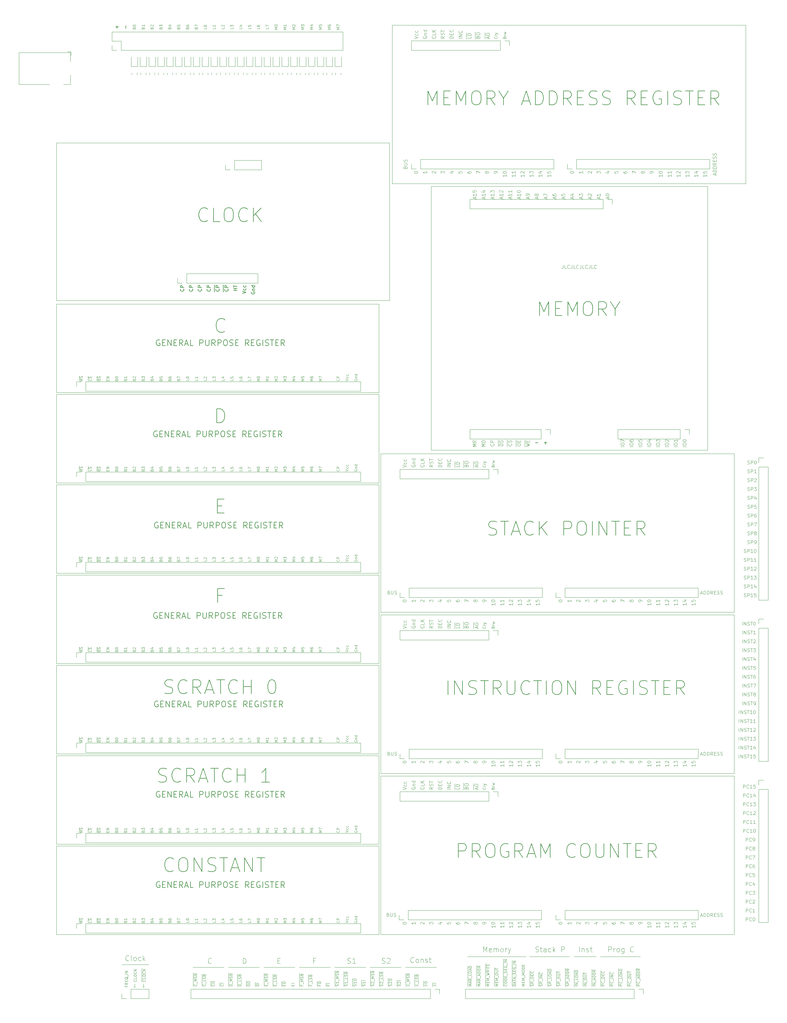
<source format=gbr>
%TF.GenerationSoftware,KiCad,Pcbnew,(5.1.10-1-10_14)*%
%TF.CreationDate,2021-11-26T01:15:21-05:00*%
%TF.ProjectId,FULL-assembly-backplane,46554c4c-2d61-4737-9365-6d626c792d62,rev?*%
%TF.SameCoordinates,Original*%
%TF.FileFunction,Legend,Top*%
%TF.FilePolarity,Positive*%
%FSLAX46Y46*%
G04 Gerber Fmt 4.6, Leading zero omitted, Abs format (unit mm)*
G04 Created by KiCad (PCBNEW (5.1.10-1-10_14)) date 2021-11-26 01:15:21*
%MOMM*%
%LPD*%
G01*
G04 APERTURE LIST*
%ADD10C,0.100000*%
%ADD11C,0.120000*%
%ADD12C,0.150000*%
%ADD13C,0.200000*%
G04 APERTURE END LIST*
D10*
X137252857Y-267875000D02*
X137252857Y-268865476D01*
X137500476Y-268617857D02*
X137252857Y-268865476D01*
X137005238Y-268617857D01*
X139792857Y-267875000D02*
X139792857Y-268865476D01*
X140040476Y-268617857D02*
X139792857Y-268865476D01*
X139545238Y-268617857D01*
D11*
X133604000Y-262382000D02*
X141224000Y-262382000D01*
D10*
X135556857Y-261139714D02*
X135485428Y-261211142D01*
X135271142Y-261282571D01*
X135128285Y-261282571D01*
X134914000Y-261211142D01*
X134771142Y-261068285D01*
X134699714Y-260925428D01*
X134628285Y-260639714D01*
X134628285Y-260425428D01*
X134699714Y-260139714D01*
X134771142Y-259996857D01*
X134914000Y-259854000D01*
X135128285Y-259782571D01*
X135271142Y-259782571D01*
X135485428Y-259854000D01*
X135556857Y-259925428D01*
X136414000Y-261282571D02*
X136271142Y-261211142D01*
X136199714Y-261068285D01*
X136199714Y-259782571D01*
X137199714Y-261282571D02*
X137056857Y-261211142D01*
X136985428Y-261139714D01*
X136914000Y-260996857D01*
X136914000Y-260568285D01*
X136985428Y-260425428D01*
X137056857Y-260354000D01*
X137199714Y-260282571D01*
X137414000Y-260282571D01*
X137556857Y-260354000D01*
X137628285Y-260425428D01*
X137699714Y-260568285D01*
X137699714Y-260996857D01*
X137628285Y-261139714D01*
X137556857Y-261211142D01*
X137414000Y-261282571D01*
X137199714Y-261282571D01*
X138985428Y-261211142D02*
X138842571Y-261282571D01*
X138556857Y-261282571D01*
X138414000Y-261211142D01*
X138342571Y-261139714D01*
X138271142Y-260996857D01*
X138271142Y-260568285D01*
X138342571Y-260425428D01*
X138414000Y-260354000D01*
X138556857Y-260282571D01*
X138842571Y-260282571D01*
X138985428Y-260354000D01*
X139628285Y-261282571D02*
X139628285Y-259782571D01*
X139771142Y-260711142D02*
X140199714Y-261282571D01*
X140199714Y-260282571D02*
X139628285Y-260854000D01*
X134816857Y-268463857D02*
X134816857Y-268730523D01*
X135235904Y-268730523D02*
X134435904Y-268730523D01*
X134435904Y-268349571D01*
X135235904Y-267587666D02*
X134854952Y-267854333D01*
X135235904Y-268044809D02*
X134435904Y-268044809D01*
X134435904Y-267740047D01*
X134474000Y-267663857D01*
X134512095Y-267625761D01*
X134588285Y-267587666D01*
X134702571Y-267587666D01*
X134778761Y-267625761D01*
X134816857Y-267663857D01*
X134854952Y-267740047D01*
X134854952Y-268044809D01*
X134816857Y-267244809D02*
X134816857Y-266978142D01*
X135235904Y-266863857D02*
X135235904Y-267244809D01*
X134435904Y-267244809D01*
X134435904Y-266863857D01*
X135312095Y-265987666D02*
X135274000Y-266063857D01*
X135197809Y-266140047D01*
X135083523Y-266254333D01*
X135045428Y-266330523D01*
X135045428Y-266406714D01*
X135235904Y-266368619D02*
X135197809Y-266444809D01*
X135121619Y-266521000D01*
X134969238Y-266559095D01*
X134702571Y-266559095D01*
X134550190Y-266521000D01*
X134474000Y-266444809D01*
X134435904Y-266368619D01*
X134435904Y-266216238D01*
X134474000Y-266140047D01*
X134550190Y-266063857D01*
X134702571Y-266025761D01*
X134969238Y-266025761D01*
X135121619Y-266063857D01*
X135197809Y-266140047D01*
X135235904Y-266216238D01*
X135235904Y-266368619D01*
X135312095Y-265873380D02*
X135312095Y-265263857D01*
X135235904Y-265073380D02*
X134435904Y-265073380D01*
X135235904Y-264692428D02*
X134435904Y-264692428D01*
X135235904Y-264235285D01*
X134435904Y-264235285D01*
X137699714Y-266749380D02*
X137737809Y-266787476D01*
X137775904Y-266901761D01*
X137775904Y-266977952D01*
X137737809Y-267092238D01*
X137661619Y-267168428D01*
X137585428Y-267206523D01*
X137433047Y-267244619D01*
X137318761Y-267244619D01*
X137166380Y-267206523D01*
X137090190Y-267168428D01*
X137014000Y-267092238D01*
X136975904Y-266977952D01*
X136975904Y-266901761D01*
X137014000Y-266787476D01*
X137052095Y-266749380D01*
X137775904Y-266025571D02*
X137775904Y-266406523D01*
X136975904Y-266406523D01*
X136975904Y-265606523D02*
X136975904Y-265454142D01*
X137014000Y-265377952D01*
X137090190Y-265301761D01*
X137242571Y-265263666D01*
X137509238Y-265263666D01*
X137661619Y-265301761D01*
X137737809Y-265377952D01*
X137775904Y-265454142D01*
X137775904Y-265606523D01*
X137737809Y-265682714D01*
X137661619Y-265758904D01*
X137509238Y-265797000D01*
X137242571Y-265797000D01*
X137090190Y-265758904D01*
X137014000Y-265682714D01*
X136975904Y-265606523D01*
X137699714Y-264463666D02*
X137737809Y-264501761D01*
X137775904Y-264616047D01*
X137775904Y-264692238D01*
X137737809Y-264806523D01*
X137661619Y-264882714D01*
X137585428Y-264920809D01*
X137433047Y-264958904D01*
X137318761Y-264958904D01*
X137166380Y-264920809D01*
X137090190Y-264882714D01*
X137014000Y-264806523D01*
X136975904Y-264692238D01*
X136975904Y-264616047D01*
X137014000Y-264501761D01*
X137052095Y-264463666D01*
X137775904Y-264120809D02*
X136975904Y-264120809D01*
X137775904Y-263663666D02*
X137318761Y-264006523D01*
X136975904Y-263663666D02*
X137433047Y-264120809D01*
X139248000Y-267397000D02*
X139248000Y-266597000D01*
X140239714Y-266749380D02*
X140277809Y-266787476D01*
X140315904Y-266901761D01*
X140315904Y-266977952D01*
X140277809Y-267092238D01*
X140201619Y-267168428D01*
X140125428Y-267206523D01*
X139973047Y-267244619D01*
X139858761Y-267244619D01*
X139706380Y-267206523D01*
X139630190Y-267168428D01*
X139554000Y-267092238D01*
X139515904Y-266977952D01*
X139515904Y-266901761D01*
X139554000Y-266787476D01*
X139592095Y-266749380D01*
X139248000Y-266597000D02*
X139248000Y-265949380D01*
X140315904Y-266025571D02*
X140315904Y-266406523D01*
X139515904Y-266406523D01*
X139248000Y-265949380D02*
X139248000Y-265111285D01*
X139515904Y-265606523D02*
X139515904Y-265454142D01*
X139554000Y-265377952D01*
X139630190Y-265301761D01*
X139782571Y-265263666D01*
X140049238Y-265263666D01*
X140201619Y-265301761D01*
X140277809Y-265377952D01*
X140315904Y-265454142D01*
X140315904Y-265606523D01*
X140277809Y-265682714D01*
X140201619Y-265758904D01*
X140049238Y-265797000D01*
X139782571Y-265797000D01*
X139630190Y-265758904D01*
X139554000Y-265682714D01*
X139515904Y-265606523D01*
X139248000Y-265111285D02*
X139248000Y-264311285D01*
X140239714Y-264463666D02*
X140277809Y-264501761D01*
X140315904Y-264616047D01*
X140315904Y-264692238D01*
X140277809Y-264806523D01*
X140201619Y-264882714D01*
X140125428Y-264920809D01*
X139973047Y-264958904D01*
X139858761Y-264958904D01*
X139706380Y-264920809D01*
X139630190Y-264882714D01*
X139554000Y-264806523D01*
X139515904Y-264692238D01*
X139515904Y-264616047D01*
X139554000Y-264501761D01*
X139592095Y-264463666D01*
X139248000Y-264311285D02*
X139248000Y-263511285D01*
X140315904Y-264120809D02*
X139515904Y-264120809D01*
X140315904Y-263663666D02*
X139858761Y-264006523D01*
X139515904Y-263663666D02*
X139973047Y-264120809D01*
X249027904Y-268476523D02*
X248227904Y-268476523D01*
X248799333Y-268209857D01*
X248227904Y-267943190D01*
X249027904Y-267943190D01*
X248608857Y-267562238D02*
X248608857Y-267295571D01*
X249027904Y-267181285D02*
X249027904Y-267562238D01*
X248227904Y-267562238D01*
X248227904Y-267181285D01*
X249027904Y-266838428D02*
X248227904Y-266838428D01*
X248799333Y-266571761D01*
X248227904Y-266305095D01*
X249027904Y-266305095D01*
X249104095Y-266114619D02*
X249104095Y-265505095D01*
X249027904Y-265314619D02*
X248227904Y-265314619D01*
X248799333Y-265047952D01*
X248227904Y-264781285D01*
X249027904Y-264781285D01*
X248227904Y-264247952D02*
X248227904Y-264095571D01*
X248266000Y-264019380D01*
X248342190Y-263943190D01*
X248494571Y-263905095D01*
X248761238Y-263905095D01*
X248913619Y-263943190D01*
X248989809Y-264019380D01*
X249027904Y-264095571D01*
X249027904Y-264247952D01*
X248989809Y-264324142D01*
X248913619Y-264400333D01*
X248761238Y-264438428D01*
X248494571Y-264438428D01*
X248342190Y-264400333D01*
X248266000Y-264324142D01*
X248227904Y-264247952D01*
X249027904Y-263562238D02*
X248227904Y-263562238D01*
X248227904Y-263371761D01*
X248266000Y-263257476D01*
X248342190Y-263181285D01*
X248418380Y-263143190D01*
X248570761Y-263105095D01*
X248685047Y-263105095D01*
X248837428Y-263143190D01*
X248913619Y-263181285D01*
X248989809Y-263257476D01*
X249027904Y-263371761D01*
X249027904Y-263562238D01*
X248608857Y-262762238D02*
X248608857Y-262495571D01*
X249027904Y-262381285D02*
X249027904Y-262762238D01*
X248227904Y-262762238D01*
X248227904Y-262381285D01*
X245420000Y-268667000D02*
X245420000Y-267867000D01*
X246487904Y-268476523D02*
X245687904Y-268476523D01*
X245687904Y-268286047D01*
X245726000Y-268171761D01*
X245802190Y-268095571D01*
X245878380Y-268057476D01*
X246030761Y-268019380D01*
X246145047Y-268019380D01*
X246297428Y-268057476D01*
X246373619Y-268095571D01*
X246449809Y-268171761D01*
X246487904Y-268286047D01*
X246487904Y-268476523D01*
X245420000Y-267867000D02*
X245420000Y-267181285D01*
X246259333Y-267714619D02*
X246259333Y-267333666D01*
X246487904Y-267790809D02*
X245687904Y-267524142D01*
X246487904Y-267257476D01*
X245420000Y-267181285D02*
X245420000Y-266571761D01*
X245687904Y-267105095D02*
X245687904Y-266647952D01*
X246487904Y-266876523D02*
X245687904Y-266876523D01*
X245420000Y-266571761D02*
X245420000Y-265886047D01*
X246259333Y-266419380D02*
X246259333Y-266038428D01*
X246487904Y-266495571D02*
X245687904Y-266228904D01*
X246487904Y-265962238D01*
X245420000Y-265886047D02*
X245420000Y-265276523D01*
X246564095Y-265886047D02*
X246564095Y-265276523D01*
X245420000Y-265276523D02*
X245420000Y-264514619D01*
X246449809Y-265124142D02*
X246487904Y-265009857D01*
X246487904Y-264819380D01*
X246449809Y-264743190D01*
X246411714Y-264705095D01*
X246335523Y-264667000D01*
X246259333Y-264667000D01*
X246183142Y-264705095D01*
X246145047Y-264743190D01*
X246106952Y-264819380D01*
X246068857Y-264971761D01*
X246030761Y-265047952D01*
X245992666Y-265086047D01*
X245916476Y-265124142D01*
X245840285Y-265124142D01*
X245764095Y-265086047D01*
X245726000Y-265047952D01*
X245687904Y-264971761D01*
X245687904Y-264781285D01*
X245726000Y-264667000D01*
X245420000Y-264514619D02*
X245420000Y-263790809D01*
X246068857Y-264324142D02*
X246068857Y-264057476D01*
X246487904Y-263943190D02*
X246487904Y-264324142D01*
X245687904Y-264324142D01*
X245687904Y-263943190D01*
X245420000Y-263790809D02*
X245420000Y-262990809D01*
X245726000Y-263181285D02*
X245687904Y-263257476D01*
X245687904Y-263371761D01*
X245726000Y-263486047D01*
X245802190Y-263562238D01*
X245878380Y-263600333D01*
X246030761Y-263638428D01*
X246145047Y-263638428D01*
X246297428Y-263600333D01*
X246373619Y-263562238D01*
X246449809Y-263486047D01*
X246487904Y-263371761D01*
X246487904Y-263295571D01*
X246449809Y-263181285D01*
X246411714Y-263143190D01*
X246145047Y-263143190D01*
X246145047Y-263295571D01*
X245420000Y-262990809D02*
X245420000Y-262381285D01*
X246564095Y-262990809D02*
X246564095Y-262381285D01*
X245420000Y-262381285D02*
X245420000Y-262000333D01*
X246487904Y-262190809D02*
X245687904Y-262190809D01*
X245420000Y-262000333D02*
X245420000Y-261162238D01*
X246487904Y-261809857D02*
X245687904Y-261809857D01*
X246487904Y-261352714D01*
X245687904Y-261352714D01*
X242880000Y-268667000D02*
X242880000Y-267867000D01*
X243871714Y-268019380D02*
X243909809Y-268057476D01*
X243947904Y-268171761D01*
X243947904Y-268247952D01*
X243909809Y-268362238D01*
X243833619Y-268438428D01*
X243757428Y-268476523D01*
X243605047Y-268514619D01*
X243490761Y-268514619D01*
X243338380Y-268476523D01*
X243262190Y-268438428D01*
X243186000Y-268362238D01*
X243147904Y-268247952D01*
X243147904Y-268171761D01*
X243186000Y-268057476D01*
X243224095Y-268019380D01*
X242880000Y-267867000D02*
X242880000Y-267028904D01*
X243147904Y-267524142D02*
X243147904Y-267371761D01*
X243186000Y-267295571D01*
X243262190Y-267219380D01*
X243414571Y-267181285D01*
X243681238Y-267181285D01*
X243833619Y-267219380D01*
X243909809Y-267295571D01*
X243947904Y-267371761D01*
X243947904Y-267524142D01*
X243909809Y-267600333D01*
X243833619Y-267676523D01*
X243681238Y-267714619D01*
X243414571Y-267714619D01*
X243262190Y-267676523D01*
X243186000Y-267600333D01*
X243147904Y-267524142D01*
X242880000Y-267028904D02*
X242880000Y-266228904D01*
X243947904Y-266838428D02*
X243147904Y-266838428D01*
X243147904Y-266647952D01*
X243186000Y-266533666D01*
X243262190Y-266457476D01*
X243338380Y-266419380D01*
X243490761Y-266381285D01*
X243605047Y-266381285D01*
X243757428Y-266419380D01*
X243833619Y-266457476D01*
X243909809Y-266533666D01*
X243947904Y-266647952D01*
X243947904Y-266838428D01*
X242880000Y-266228904D02*
X242880000Y-265505095D01*
X243528857Y-266038428D02*
X243528857Y-265771761D01*
X243947904Y-265657476D02*
X243947904Y-266038428D01*
X243147904Y-266038428D01*
X243147904Y-265657476D01*
X242880000Y-265505095D02*
X242880000Y-264895571D01*
X244024095Y-265505095D02*
X244024095Y-264895571D01*
X242880000Y-264895571D02*
X242880000Y-264133666D01*
X243909809Y-264743190D02*
X243947904Y-264628904D01*
X243947904Y-264438428D01*
X243909809Y-264362238D01*
X243871714Y-264324142D01*
X243795523Y-264286047D01*
X243719333Y-264286047D01*
X243643142Y-264324142D01*
X243605047Y-264362238D01*
X243566952Y-264438428D01*
X243528857Y-264590809D01*
X243490761Y-264667000D01*
X243452666Y-264705095D01*
X243376476Y-264743190D01*
X243300285Y-264743190D01*
X243224095Y-264705095D01*
X243186000Y-264667000D01*
X243147904Y-264590809D01*
X243147904Y-264400333D01*
X243186000Y-264286047D01*
X242880000Y-264133666D02*
X242880000Y-263409857D01*
X243528857Y-263943190D02*
X243528857Y-263676523D01*
X243947904Y-263562238D02*
X243947904Y-263943190D01*
X243147904Y-263943190D01*
X243147904Y-263562238D01*
X242880000Y-263409857D02*
X242880000Y-262609857D01*
X243186000Y-262800333D02*
X243147904Y-262876523D01*
X243147904Y-262990809D01*
X243186000Y-263105095D01*
X243262190Y-263181285D01*
X243338380Y-263219380D01*
X243490761Y-263257476D01*
X243605047Y-263257476D01*
X243757428Y-263219380D01*
X243833619Y-263181285D01*
X243909809Y-263105095D01*
X243947904Y-262990809D01*
X243947904Y-262914619D01*
X243909809Y-262800333D01*
X243871714Y-262762238D01*
X243605047Y-262762238D01*
X243605047Y-262914619D01*
X242880000Y-262609857D02*
X242880000Y-262000333D01*
X244024095Y-262609857D02*
X244024095Y-262000333D01*
X242880000Y-262000333D02*
X242880000Y-261619380D01*
X243947904Y-261809857D02*
X243147904Y-261809857D01*
X242880000Y-261619380D02*
X242880000Y-260781285D01*
X243947904Y-261428904D02*
X243147904Y-261428904D01*
X243947904Y-260971761D01*
X243147904Y-260971761D01*
X240340000Y-268667000D02*
X240340000Y-267752714D01*
X241407904Y-268476523D02*
X240607904Y-268476523D01*
X241179333Y-268209857D01*
X240607904Y-267943190D01*
X241407904Y-267943190D01*
X240340000Y-267752714D02*
X240340000Y-267028904D01*
X240988857Y-267562238D02*
X240988857Y-267295571D01*
X241407904Y-267181285D02*
X241407904Y-267562238D01*
X240607904Y-267562238D01*
X240607904Y-267181285D01*
X240340000Y-267028904D02*
X240340000Y-266114619D01*
X241407904Y-266838428D02*
X240607904Y-266838428D01*
X241179333Y-266571761D01*
X240607904Y-266305095D01*
X241407904Y-266305095D01*
X240340000Y-266114619D02*
X240340000Y-265505095D01*
X241484095Y-266114619D02*
X241484095Y-265505095D01*
X240340000Y-265505095D02*
X240340000Y-264667000D01*
X240607904Y-265162238D02*
X240607904Y-265009857D01*
X240646000Y-264933666D01*
X240722190Y-264857476D01*
X240874571Y-264819380D01*
X241141238Y-264819380D01*
X241293619Y-264857476D01*
X241369809Y-264933666D01*
X241407904Y-265009857D01*
X241407904Y-265162238D01*
X241369809Y-265238428D01*
X241293619Y-265314619D01*
X241141238Y-265352714D01*
X240874571Y-265352714D01*
X240722190Y-265314619D01*
X240646000Y-265238428D01*
X240607904Y-265162238D01*
X240340000Y-264667000D02*
X240340000Y-263828904D01*
X240607904Y-264476523D02*
X241255523Y-264476523D01*
X241331714Y-264438428D01*
X241369809Y-264400333D01*
X241407904Y-264324142D01*
X241407904Y-264171761D01*
X241369809Y-264095571D01*
X241331714Y-264057476D01*
X241255523Y-264019380D01*
X240607904Y-264019380D01*
X240340000Y-263828904D02*
X240340000Y-263219380D01*
X240607904Y-263752714D02*
X240607904Y-263295571D01*
X241407904Y-263524142D02*
X240607904Y-263524142D01*
X237800000Y-268667000D02*
X237800000Y-267752714D01*
X238867904Y-268476523D02*
X238067904Y-268476523D01*
X238639333Y-268209857D01*
X238067904Y-267943190D01*
X238867904Y-267943190D01*
X237800000Y-267752714D02*
X237800000Y-267028904D01*
X238448857Y-267562238D02*
X238448857Y-267295571D01*
X238867904Y-267181285D02*
X238867904Y-267562238D01*
X238067904Y-267562238D01*
X238067904Y-267181285D01*
X237800000Y-267028904D02*
X237800000Y-266114619D01*
X238867904Y-266838428D02*
X238067904Y-266838428D01*
X238639333Y-266571761D01*
X238067904Y-266305095D01*
X238867904Y-266305095D01*
X237800000Y-266114619D02*
X237800000Y-265505095D01*
X238944095Y-266114619D02*
X238944095Y-265505095D01*
X237800000Y-265505095D02*
X237800000Y-264590809D01*
X238067904Y-265390809D02*
X238867904Y-265200333D01*
X238296476Y-265047952D01*
X238867904Y-264895571D01*
X238067904Y-264705095D01*
X237800000Y-264590809D02*
X237800000Y-263790809D01*
X238867904Y-263943190D02*
X238486952Y-264209857D01*
X238867904Y-264400333D02*
X238067904Y-264400333D01*
X238067904Y-264095571D01*
X238106000Y-264019380D01*
X238144095Y-263981285D01*
X238220285Y-263943190D01*
X238334571Y-263943190D01*
X238410761Y-263981285D01*
X238448857Y-264019380D01*
X238486952Y-264095571D01*
X238486952Y-264400333D01*
X237800000Y-263790809D02*
X237800000Y-263409857D01*
X238867904Y-263600333D02*
X238067904Y-263600333D01*
X237800000Y-263409857D02*
X237800000Y-262800333D01*
X238067904Y-263333666D02*
X238067904Y-262876523D01*
X238867904Y-263105095D02*
X238067904Y-263105095D01*
X237800000Y-262800333D02*
X237800000Y-262076523D01*
X238448857Y-262609857D02*
X238448857Y-262343190D01*
X238867904Y-262228904D02*
X238867904Y-262609857D01*
X238067904Y-262609857D01*
X238067904Y-262228904D01*
D11*
X222250000Y-39116000D02*
X301498000Y-39116000D01*
X222250000Y-114808000D02*
X222250000Y-39116000D01*
X301498000Y-114808000D02*
X222250000Y-114808000D01*
X301498000Y-39116000D02*
X301498000Y-114808000D01*
D12*
X253271880Y-76231523D02*
X253271880Y-72231523D01*
X254605214Y-75088666D01*
X255938547Y-72231523D01*
X255938547Y-76231523D01*
X257843309Y-74136285D02*
X259176642Y-74136285D01*
X259748071Y-76231523D02*
X257843309Y-76231523D01*
X257843309Y-72231523D01*
X259748071Y-72231523D01*
X261462357Y-76231523D02*
X261462357Y-72231523D01*
X262795690Y-75088666D01*
X264129023Y-72231523D01*
X264129023Y-76231523D01*
X266795690Y-72231523D02*
X267557595Y-72231523D01*
X267938547Y-72422000D01*
X268319500Y-72802952D01*
X268509976Y-73564857D01*
X268509976Y-74898190D01*
X268319500Y-75660095D01*
X267938547Y-76041047D01*
X267557595Y-76231523D01*
X266795690Y-76231523D01*
X266414738Y-76041047D01*
X266033785Y-75660095D01*
X265843309Y-74898190D01*
X265843309Y-73564857D01*
X266033785Y-72802952D01*
X266414738Y-72422000D01*
X266795690Y-72231523D01*
X272509976Y-76231523D02*
X271176642Y-74326761D01*
X270224261Y-76231523D02*
X270224261Y-72231523D01*
X271748071Y-72231523D01*
X272129023Y-72422000D01*
X272319500Y-72612476D01*
X272509976Y-72993428D01*
X272509976Y-73564857D01*
X272319500Y-73945809D01*
X272129023Y-74136285D01*
X271748071Y-74326761D01*
X270224261Y-74326761D01*
X274986166Y-74326761D02*
X274986166Y-76231523D01*
X273652833Y-72231523D02*
X274986166Y-74326761D01*
X276319500Y-72231523D01*
D10*
X234862666Y-42670523D02*
X234862666Y-42194333D01*
X235148380Y-42765761D02*
X234148380Y-42432428D01*
X235148380Y-42099095D01*
X235148380Y-41241952D02*
X235148380Y-41813380D01*
X235148380Y-41527666D02*
X234148380Y-41527666D01*
X234291238Y-41622904D01*
X234386476Y-41718142D01*
X234434095Y-41813380D01*
X234148380Y-40337190D02*
X234148380Y-40813380D01*
X234624571Y-40861000D01*
X234576952Y-40813380D01*
X234529333Y-40718142D01*
X234529333Y-40480047D01*
X234576952Y-40384809D01*
X234624571Y-40337190D01*
X234719809Y-40289571D01*
X234957904Y-40289571D01*
X235053142Y-40337190D01*
X235100761Y-40384809D01*
X235148380Y-40480047D01*
X235148380Y-40718142D01*
X235100761Y-40813380D01*
X235053142Y-40861000D01*
X277566380Y-113809095D02*
X276566380Y-113809095D01*
X276566380Y-113142428D02*
X276566380Y-112951952D01*
X276614000Y-112856714D01*
X276709238Y-112761476D01*
X276899714Y-112713857D01*
X277233047Y-112713857D01*
X277423523Y-112761476D01*
X277518761Y-112856714D01*
X277566380Y-112951952D01*
X277566380Y-113142428D01*
X277518761Y-113237666D01*
X277423523Y-113332904D01*
X277233047Y-113380523D01*
X276899714Y-113380523D01*
X276709238Y-113332904D01*
X276614000Y-113237666D01*
X276566380Y-113142428D01*
X276566380Y-112380523D02*
X276566380Y-111713857D01*
X277566380Y-112142428D01*
X280106380Y-113809095D02*
X279106380Y-113809095D01*
X279106380Y-113142428D02*
X279106380Y-112951952D01*
X279154000Y-112856714D01*
X279249238Y-112761476D01*
X279439714Y-112713857D01*
X279773047Y-112713857D01*
X279963523Y-112761476D01*
X280058761Y-112856714D01*
X280106380Y-112951952D01*
X280106380Y-113142428D01*
X280058761Y-113237666D01*
X279963523Y-113332904D01*
X279773047Y-113380523D01*
X279439714Y-113380523D01*
X279249238Y-113332904D01*
X279154000Y-113237666D01*
X279106380Y-113142428D01*
X279106380Y-111856714D02*
X279106380Y-112047190D01*
X279154000Y-112142428D01*
X279201619Y-112190047D01*
X279344476Y-112285285D01*
X279534952Y-112332904D01*
X279915904Y-112332904D01*
X280011142Y-112285285D01*
X280058761Y-112237666D01*
X280106380Y-112142428D01*
X280106380Y-111951952D01*
X280058761Y-111856714D01*
X280011142Y-111809095D01*
X279915904Y-111761476D01*
X279677809Y-111761476D01*
X279582571Y-111809095D01*
X279534952Y-111856714D01*
X279487333Y-111951952D01*
X279487333Y-112142428D01*
X279534952Y-112237666D01*
X279582571Y-112285285D01*
X279677809Y-112332904D01*
X282646380Y-113809095D02*
X281646380Y-113809095D01*
X281646380Y-113142428D02*
X281646380Y-112951952D01*
X281694000Y-112856714D01*
X281789238Y-112761476D01*
X281979714Y-112713857D01*
X282313047Y-112713857D01*
X282503523Y-112761476D01*
X282598761Y-112856714D01*
X282646380Y-112951952D01*
X282646380Y-113142428D01*
X282598761Y-113237666D01*
X282503523Y-113332904D01*
X282313047Y-113380523D01*
X281979714Y-113380523D01*
X281789238Y-113332904D01*
X281694000Y-113237666D01*
X281646380Y-113142428D01*
X281646380Y-111809095D02*
X281646380Y-112285285D01*
X282122571Y-112332904D01*
X282074952Y-112285285D01*
X282027333Y-112190047D01*
X282027333Y-111951952D01*
X282074952Y-111856714D01*
X282122571Y-111809095D01*
X282217809Y-111761476D01*
X282455904Y-111761476D01*
X282551142Y-111809095D01*
X282598761Y-111856714D01*
X282646380Y-111951952D01*
X282646380Y-112190047D01*
X282598761Y-112285285D01*
X282551142Y-112332904D01*
X285186380Y-113809095D02*
X284186380Y-113809095D01*
X284186380Y-113142428D02*
X284186380Y-112951952D01*
X284234000Y-112856714D01*
X284329238Y-112761476D01*
X284519714Y-112713857D01*
X284853047Y-112713857D01*
X285043523Y-112761476D01*
X285138761Y-112856714D01*
X285186380Y-112951952D01*
X285186380Y-113142428D01*
X285138761Y-113237666D01*
X285043523Y-113332904D01*
X284853047Y-113380523D01*
X284519714Y-113380523D01*
X284329238Y-113332904D01*
X284234000Y-113237666D01*
X284186380Y-113142428D01*
X284519714Y-111856714D02*
X285186380Y-111856714D01*
X284138761Y-112094809D02*
X284853047Y-112332904D01*
X284853047Y-111713857D01*
X287726380Y-113809095D02*
X286726380Y-113809095D01*
X286726380Y-113142428D02*
X286726380Y-112951952D01*
X286774000Y-112856714D01*
X286869238Y-112761476D01*
X287059714Y-112713857D01*
X287393047Y-112713857D01*
X287583523Y-112761476D01*
X287678761Y-112856714D01*
X287726380Y-112951952D01*
X287726380Y-113142428D01*
X287678761Y-113237666D01*
X287583523Y-113332904D01*
X287393047Y-113380523D01*
X287059714Y-113380523D01*
X286869238Y-113332904D01*
X286774000Y-113237666D01*
X286726380Y-113142428D01*
X286726380Y-112380523D02*
X286726380Y-111761476D01*
X287107333Y-112094809D01*
X287107333Y-111951952D01*
X287154952Y-111856714D01*
X287202571Y-111809095D01*
X287297809Y-111761476D01*
X287535904Y-111761476D01*
X287631142Y-111809095D01*
X287678761Y-111856714D01*
X287726380Y-111951952D01*
X287726380Y-112237666D01*
X287678761Y-112332904D01*
X287631142Y-112380523D01*
X290266380Y-113809095D02*
X289266380Y-113809095D01*
X289266380Y-113142428D02*
X289266380Y-112951952D01*
X289314000Y-112856714D01*
X289409238Y-112761476D01*
X289599714Y-112713857D01*
X289933047Y-112713857D01*
X290123523Y-112761476D01*
X290218761Y-112856714D01*
X290266380Y-112951952D01*
X290266380Y-113142428D01*
X290218761Y-113237666D01*
X290123523Y-113332904D01*
X289933047Y-113380523D01*
X289599714Y-113380523D01*
X289409238Y-113332904D01*
X289314000Y-113237666D01*
X289266380Y-113142428D01*
X289361619Y-112332904D02*
X289314000Y-112285285D01*
X289266380Y-112190047D01*
X289266380Y-111951952D01*
X289314000Y-111856714D01*
X289361619Y-111809095D01*
X289456857Y-111761476D01*
X289552095Y-111761476D01*
X289694952Y-111809095D01*
X290266380Y-112380523D01*
X290266380Y-111761476D01*
X292806380Y-113809095D02*
X291806380Y-113809095D01*
X291806380Y-113142428D02*
X291806380Y-112951952D01*
X291854000Y-112856714D01*
X291949238Y-112761476D01*
X292139714Y-112713857D01*
X292473047Y-112713857D01*
X292663523Y-112761476D01*
X292758761Y-112856714D01*
X292806380Y-112951952D01*
X292806380Y-113142428D01*
X292758761Y-113237666D01*
X292663523Y-113332904D01*
X292473047Y-113380523D01*
X292139714Y-113380523D01*
X291949238Y-113332904D01*
X291854000Y-113237666D01*
X291806380Y-113142428D01*
X292806380Y-111761476D02*
X292806380Y-112332904D01*
X292806380Y-112047190D02*
X291806380Y-112047190D01*
X291949238Y-112142428D01*
X292044476Y-112237666D01*
X292092095Y-112332904D01*
X295346380Y-113809095D02*
X294346380Y-113809095D01*
X294346380Y-113142428D02*
X294346380Y-112951952D01*
X294394000Y-112856714D01*
X294489238Y-112761476D01*
X294679714Y-112713857D01*
X295013047Y-112713857D01*
X295203523Y-112761476D01*
X295298761Y-112856714D01*
X295346380Y-112951952D01*
X295346380Y-113142428D01*
X295298761Y-113237666D01*
X295203523Y-113332904D01*
X295013047Y-113380523D01*
X294679714Y-113380523D01*
X294489238Y-113332904D01*
X294394000Y-113237666D01*
X294346380Y-113142428D01*
X294346380Y-112094809D02*
X294346380Y-111999571D01*
X294394000Y-111904333D01*
X294441619Y-111856714D01*
X294536857Y-111809095D01*
X294727333Y-111761476D01*
X294965428Y-111761476D01*
X295155904Y-111809095D01*
X295251142Y-111856714D01*
X295298761Y-111904333D01*
X295346380Y-111999571D01*
X295346380Y-112094809D01*
X295298761Y-112190047D01*
X295251142Y-112237666D01*
X295155904Y-112285285D01*
X294965428Y-112332904D01*
X294727333Y-112332904D01*
X294536857Y-112285285D01*
X294441619Y-112237666D01*
X294394000Y-112190047D01*
X294346380Y-112094809D01*
X246546000Y-113777380D02*
X246546000Y-112729761D01*
X246848380Y-113348809D02*
X246848380Y-113158333D01*
X246896000Y-113063095D01*
X246991238Y-112967857D01*
X247181714Y-112920238D01*
X247515047Y-112920238D01*
X247705523Y-112967857D01*
X247800761Y-113063095D01*
X247848380Y-113158333D01*
X247848380Y-113348809D01*
X247800761Y-113444047D01*
X247705523Y-113539285D01*
X247515047Y-113586904D01*
X247181714Y-113586904D01*
X246991238Y-113539285D01*
X246896000Y-113444047D01*
X246848380Y-113348809D01*
X246546000Y-112729761D02*
X246546000Y-111825000D01*
X247324571Y-112491666D02*
X247324571Y-112158333D01*
X247848380Y-112015476D02*
X247848380Y-112491666D01*
X246848380Y-112491666D01*
X246848380Y-112015476D01*
X249086000Y-113872619D02*
X249086000Y-112729761D01*
X249388380Y-113729761D02*
X250388380Y-113491666D01*
X249674095Y-113301190D01*
X250388380Y-113110714D01*
X249388380Y-112872619D01*
X249086000Y-112729761D02*
X249086000Y-111825000D01*
X249864571Y-112491666D02*
X249864571Y-112158333D01*
X250388380Y-112015476D02*
X250388380Y-112491666D01*
X249388380Y-112491666D01*
X249388380Y-112015476D01*
D13*
X252844000Y-112704571D02*
X252082095Y-112704571D01*
X255384000Y-112704571D02*
X254622095Y-112704571D01*
X255003047Y-112323619D02*
X255003047Y-113085523D01*
D10*
X237402666Y-42670523D02*
X237402666Y-42194333D01*
X237688380Y-42765761D02*
X236688380Y-42432428D01*
X237688380Y-42099095D01*
X237688380Y-41241952D02*
X237688380Y-41813380D01*
X237688380Y-41527666D02*
X236688380Y-41527666D01*
X236831238Y-41622904D01*
X236926476Y-41718142D01*
X236974095Y-41813380D01*
X237021714Y-40384809D02*
X237688380Y-40384809D01*
X236640761Y-40622904D02*
X237355047Y-40861000D01*
X237355047Y-40241952D01*
X239942666Y-42670523D02*
X239942666Y-42194333D01*
X240228380Y-42765761D02*
X239228380Y-42432428D01*
X240228380Y-42099095D01*
X240228380Y-41241952D02*
X240228380Y-41813380D01*
X240228380Y-41527666D02*
X239228380Y-41527666D01*
X239371238Y-41622904D01*
X239466476Y-41718142D01*
X239514095Y-41813380D01*
X239228380Y-40908619D02*
X239228380Y-40289571D01*
X239609333Y-40622904D01*
X239609333Y-40480047D01*
X239656952Y-40384809D01*
X239704571Y-40337190D01*
X239799809Y-40289571D01*
X240037904Y-40289571D01*
X240133142Y-40337190D01*
X240180761Y-40384809D01*
X240228380Y-40480047D01*
X240228380Y-40765761D01*
X240180761Y-40861000D01*
X240133142Y-40908619D01*
X242482666Y-42670523D02*
X242482666Y-42194333D01*
X242768380Y-42765761D02*
X241768380Y-42432428D01*
X242768380Y-42099095D01*
X242768380Y-41241952D02*
X242768380Y-41813380D01*
X242768380Y-41527666D02*
X241768380Y-41527666D01*
X241911238Y-41622904D01*
X242006476Y-41718142D01*
X242054095Y-41813380D01*
X241863619Y-40861000D02*
X241816000Y-40813380D01*
X241768380Y-40718142D01*
X241768380Y-40480047D01*
X241816000Y-40384809D01*
X241863619Y-40337190D01*
X241958857Y-40289571D01*
X242054095Y-40289571D01*
X242196952Y-40337190D01*
X242768380Y-40908619D01*
X242768380Y-40289571D01*
X245022666Y-42670523D02*
X245022666Y-42194333D01*
X245308380Y-42765761D02*
X244308380Y-42432428D01*
X245308380Y-42099095D01*
X245308380Y-41241952D02*
X245308380Y-41813380D01*
X245308380Y-41527666D02*
X244308380Y-41527666D01*
X244451238Y-41622904D01*
X244546476Y-41718142D01*
X244594095Y-41813380D01*
X245308380Y-40289571D02*
X245308380Y-40861000D01*
X245308380Y-40575285D02*
X244308380Y-40575285D01*
X244451238Y-40670523D01*
X244546476Y-40765761D01*
X244594095Y-40861000D01*
X247562666Y-42670523D02*
X247562666Y-42194333D01*
X247848380Y-42765761D02*
X246848380Y-42432428D01*
X247848380Y-42099095D01*
X247848380Y-41241952D02*
X247848380Y-41813380D01*
X247848380Y-41527666D02*
X246848380Y-41527666D01*
X246991238Y-41622904D01*
X247086476Y-41718142D01*
X247134095Y-41813380D01*
X246848380Y-40622904D02*
X246848380Y-40527666D01*
X246896000Y-40432428D01*
X246943619Y-40384809D01*
X247038857Y-40337190D01*
X247229333Y-40289571D01*
X247467428Y-40289571D01*
X247657904Y-40337190D01*
X247753142Y-40384809D01*
X247800761Y-40432428D01*
X247848380Y-40527666D01*
X247848380Y-40622904D01*
X247800761Y-40718142D01*
X247753142Y-40765761D01*
X247657904Y-40813380D01*
X247467428Y-40861000D01*
X247229333Y-40861000D01*
X247038857Y-40813380D01*
X246943619Y-40765761D01*
X246896000Y-40718142D01*
X246848380Y-40622904D01*
X250102666Y-42670523D02*
X250102666Y-42194333D01*
X250388380Y-42765761D02*
X249388380Y-42432428D01*
X250388380Y-42099095D01*
X250388380Y-41718142D02*
X250388380Y-41527666D01*
X250340761Y-41432428D01*
X250293142Y-41384809D01*
X250150285Y-41289571D01*
X249959809Y-41241952D01*
X249578857Y-41241952D01*
X249483619Y-41289571D01*
X249436000Y-41337190D01*
X249388380Y-41432428D01*
X249388380Y-41622904D01*
X249436000Y-41718142D01*
X249483619Y-41765761D01*
X249578857Y-41813380D01*
X249816952Y-41813380D01*
X249912190Y-41765761D01*
X249959809Y-41718142D01*
X250007428Y-41622904D01*
X250007428Y-41432428D01*
X249959809Y-41337190D01*
X249912190Y-41289571D01*
X249816952Y-41241952D01*
X252642666Y-42670523D02*
X252642666Y-42194333D01*
X252928380Y-42765761D02*
X251928380Y-42432428D01*
X252928380Y-42099095D01*
X252356952Y-41622904D02*
X252309333Y-41718142D01*
X252261714Y-41765761D01*
X252166476Y-41813380D01*
X252118857Y-41813380D01*
X252023619Y-41765761D01*
X251976000Y-41718142D01*
X251928380Y-41622904D01*
X251928380Y-41432428D01*
X251976000Y-41337190D01*
X252023619Y-41289571D01*
X252118857Y-41241952D01*
X252166476Y-41241952D01*
X252261714Y-41289571D01*
X252309333Y-41337190D01*
X252356952Y-41432428D01*
X252356952Y-41622904D01*
X252404571Y-41718142D01*
X252452190Y-41765761D01*
X252547428Y-41813380D01*
X252737904Y-41813380D01*
X252833142Y-41765761D01*
X252880761Y-41718142D01*
X252928380Y-41622904D01*
X252928380Y-41432428D01*
X252880761Y-41337190D01*
X252833142Y-41289571D01*
X252737904Y-41241952D01*
X252547428Y-41241952D01*
X252452190Y-41289571D01*
X252404571Y-41337190D01*
X252356952Y-41432428D01*
X255182666Y-42670523D02*
X255182666Y-42194333D01*
X255468380Y-42765761D02*
X254468380Y-42432428D01*
X255468380Y-42099095D01*
X254468380Y-41861000D02*
X254468380Y-41194333D01*
X255468380Y-41622904D01*
X257722666Y-42670523D02*
X257722666Y-42194333D01*
X258008380Y-42765761D02*
X257008380Y-42432428D01*
X258008380Y-42099095D01*
X257008380Y-41337190D02*
X257008380Y-41527666D01*
X257056000Y-41622904D01*
X257103619Y-41670523D01*
X257246476Y-41765761D01*
X257436952Y-41813380D01*
X257817904Y-41813380D01*
X257913142Y-41765761D01*
X257960761Y-41718142D01*
X258008380Y-41622904D01*
X258008380Y-41432428D01*
X257960761Y-41337190D01*
X257913142Y-41289571D01*
X257817904Y-41241952D01*
X257579809Y-41241952D01*
X257484571Y-41289571D01*
X257436952Y-41337190D01*
X257389333Y-41432428D01*
X257389333Y-41622904D01*
X257436952Y-41718142D01*
X257484571Y-41765761D01*
X257579809Y-41813380D01*
X260262666Y-42670523D02*
X260262666Y-42194333D01*
X260548380Y-42765761D02*
X259548380Y-42432428D01*
X260548380Y-42099095D01*
X259548380Y-41289571D02*
X259548380Y-41765761D01*
X260024571Y-41813380D01*
X259976952Y-41765761D01*
X259929333Y-41670523D01*
X259929333Y-41432428D01*
X259976952Y-41337190D01*
X260024571Y-41289571D01*
X260119809Y-41241952D01*
X260357904Y-41241952D01*
X260453142Y-41289571D01*
X260500761Y-41337190D01*
X260548380Y-41432428D01*
X260548380Y-41670523D01*
X260500761Y-41765761D01*
X260453142Y-41813380D01*
X262802666Y-42670523D02*
X262802666Y-42194333D01*
X263088380Y-42765761D02*
X262088380Y-42432428D01*
X263088380Y-42099095D01*
X262421714Y-41337190D02*
X263088380Y-41337190D01*
X262040761Y-41575285D02*
X262755047Y-41813380D01*
X262755047Y-41194333D01*
X265342666Y-42670523D02*
X265342666Y-42194333D01*
X265628380Y-42765761D02*
X264628380Y-42432428D01*
X265628380Y-42099095D01*
X264628380Y-41861000D02*
X264628380Y-41241952D01*
X265009333Y-41575285D01*
X265009333Y-41432428D01*
X265056952Y-41337190D01*
X265104571Y-41289571D01*
X265199809Y-41241952D01*
X265437904Y-41241952D01*
X265533142Y-41289571D01*
X265580761Y-41337190D01*
X265628380Y-41432428D01*
X265628380Y-41718142D01*
X265580761Y-41813380D01*
X265533142Y-41861000D01*
X267882666Y-42670523D02*
X267882666Y-42194333D01*
X268168380Y-42765761D02*
X267168380Y-42432428D01*
X268168380Y-42099095D01*
X267263619Y-41813380D02*
X267216000Y-41765761D01*
X267168380Y-41670523D01*
X267168380Y-41432428D01*
X267216000Y-41337190D01*
X267263619Y-41289571D01*
X267358857Y-41241952D01*
X267454095Y-41241952D01*
X267596952Y-41289571D01*
X268168380Y-41861000D01*
X268168380Y-41241952D01*
X270422666Y-42670523D02*
X270422666Y-42194333D01*
X270708380Y-42765761D02*
X269708380Y-42432428D01*
X270708380Y-42099095D01*
X270708380Y-41241952D02*
X270708380Y-41813380D01*
X270708380Y-41527666D02*
X269708380Y-41527666D01*
X269851238Y-41622904D01*
X269946476Y-41718142D01*
X269994095Y-41813380D01*
X272962666Y-42670523D02*
X272962666Y-42194333D01*
X273248380Y-42765761D02*
X272248380Y-42432428D01*
X273248380Y-42099095D01*
X272248380Y-41575285D02*
X272248380Y-41480047D01*
X272296000Y-41384809D01*
X272343619Y-41337190D01*
X272438857Y-41289571D01*
X272629333Y-41241952D01*
X272867428Y-41241952D01*
X273057904Y-41289571D01*
X273153142Y-41337190D01*
X273200761Y-41384809D01*
X273248380Y-41480047D01*
X273248380Y-41575285D01*
X273200761Y-41670523D01*
X273153142Y-41718142D01*
X273057904Y-41765761D01*
X272867428Y-41813380D01*
X272629333Y-41813380D01*
X272438857Y-41765761D01*
X272343619Y-41718142D01*
X272296000Y-41670523D01*
X272248380Y-41575285D01*
X244006000Y-113777380D02*
X244006000Y-112777380D01*
X245213142Y-112967857D02*
X245260761Y-113015476D01*
X245308380Y-113158333D01*
X245308380Y-113253571D01*
X245260761Y-113396428D01*
X245165523Y-113491666D01*
X245070285Y-113539285D01*
X244879809Y-113586904D01*
X244736952Y-113586904D01*
X244546476Y-113539285D01*
X244451238Y-113491666D01*
X244356000Y-113396428D01*
X244308380Y-113253571D01*
X244308380Y-113158333D01*
X244356000Y-113015476D01*
X244403619Y-112967857D01*
X244006000Y-112777380D02*
X244006000Y-111825000D01*
X245260761Y-112586904D02*
X245308380Y-112444047D01*
X245308380Y-112205952D01*
X245260761Y-112110714D01*
X245213142Y-112063095D01*
X245117904Y-112015476D01*
X245022666Y-112015476D01*
X244927428Y-112063095D01*
X244879809Y-112110714D01*
X244832190Y-112205952D01*
X244784571Y-112396428D01*
X244736952Y-112491666D01*
X244689333Y-112539285D01*
X244594095Y-112586904D01*
X244498857Y-112586904D01*
X244403619Y-112539285D01*
X244356000Y-112491666D01*
X244308380Y-112396428D01*
X244308380Y-112158333D01*
X244356000Y-112015476D01*
X241466000Y-113777380D02*
X241466000Y-112777380D01*
X242768380Y-113539285D02*
X241768380Y-113539285D01*
X241768380Y-113301190D01*
X241816000Y-113158333D01*
X241911238Y-113063095D01*
X242006476Y-113015476D01*
X242196952Y-112967857D01*
X242339809Y-112967857D01*
X242530285Y-113015476D01*
X242625523Y-113063095D01*
X242720761Y-113158333D01*
X242768380Y-113301190D01*
X242768380Y-113539285D01*
X241466000Y-112777380D02*
X241466000Y-111825000D01*
X242720761Y-112586904D02*
X242768380Y-112444047D01*
X242768380Y-112205952D01*
X242720761Y-112110714D01*
X242673142Y-112063095D01*
X242577904Y-112015476D01*
X242482666Y-112015476D01*
X242387428Y-112063095D01*
X242339809Y-112110714D01*
X242292190Y-112205952D01*
X242244571Y-112396428D01*
X242196952Y-112491666D01*
X242149333Y-112539285D01*
X242054095Y-112586904D01*
X241958857Y-112586904D01*
X241863619Y-112539285D01*
X241816000Y-112491666D01*
X241768380Y-112396428D01*
X241768380Y-112158333D01*
X241816000Y-112015476D01*
X240133142Y-113015476D02*
X240180761Y-113063095D01*
X240228380Y-113205952D01*
X240228380Y-113301190D01*
X240180761Y-113444047D01*
X240085523Y-113539285D01*
X239990285Y-113586904D01*
X239799809Y-113634523D01*
X239656952Y-113634523D01*
X239466476Y-113586904D01*
X239371238Y-113539285D01*
X239276000Y-113444047D01*
X239228380Y-113301190D01*
X239228380Y-113205952D01*
X239276000Y-113063095D01*
X239323619Y-113015476D01*
X240228380Y-112586904D02*
X239228380Y-112586904D01*
X239228380Y-112205952D01*
X239276000Y-112110714D01*
X239323619Y-112063095D01*
X239418857Y-112015476D01*
X239561714Y-112015476D01*
X239656952Y-112063095D01*
X239704571Y-112110714D01*
X239752190Y-112205952D01*
X239752190Y-112586904D01*
X235148380Y-113729761D02*
X234148380Y-113729761D01*
X234862666Y-113396428D01*
X234148380Y-113063095D01*
X235148380Y-113063095D01*
X235148380Y-112015476D02*
X234672190Y-112348809D01*
X235148380Y-112586904D02*
X234148380Y-112586904D01*
X234148380Y-112205952D01*
X234196000Y-112110714D01*
X234243619Y-112063095D01*
X234338857Y-112015476D01*
X234481714Y-112015476D01*
X234576952Y-112063095D01*
X234624571Y-112110714D01*
X234672190Y-112205952D01*
X234672190Y-112586904D01*
X237688380Y-113729761D02*
X236688380Y-113729761D01*
X237402666Y-113396428D01*
X236688380Y-113063095D01*
X237688380Y-113063095D01*
X237688380Y-112586904D02*
X236688380Y-112586904D01*
X236688380Y-112348809D01*
X236736000Y-112205952D01*
X236831238Y-112110714D01*
X236926476Y-112063095D01*
X237116952Y-112015476D01*
X237259809Y-112015476D01*
X237450285Y-112063095D01*
X237545523Y-112110714D01*
X237640761Y-112205952D01*
X237688380Y-112348809D01*
X237688380Y-112586904D01*
D11*
X114808000Y-26670000D02*
X210312000Y-26670000D01*
X114808000Y-71882000D02*
X114808000Y-26670000D01*
X210312000Y-71882000D02*
X114808000Y-71882000D01*
X210312000Y-26670000D02*
X210312000Y-71882000D01*
D12*
X156313142Y-68597976D02*
X156360761Y-68645595D01*
X156408380Y-68788452D01*
X156408380Y-68883690D01*
X156360761Y-69026547D01*
X156265523Y-69121785D01*
X156170285Y-69169404D01*
X155979809Y-69217023D01*
X155836952Y-69217023D01*
X155646476Y-69169404D01*
X155551238Y-69121785D01*
X155456000Y-69026547D01*
X155408380Y-68883690D01*
X155408380Y-68788452D01*
X155456000Y-68645595D01*
X155503619Y-68597976D01*
X156408380Y-68169404D02*
X155408380Y-68169404D01*
X155408380Y-67788452D01*
X155456000Y-67693214D01*
X155503619Y-67645595D01*
X155598857Y-67597976D01*
X155741714Y-67597976D01*
X155836952Y-67645595D01*
X155884571Y-67693214D01*
X155932190Y-67788452D01*
X155932190Y-68169404D01*
X158853142Y-68597976D02*
X158900761Y-68645595D01*
X158948380Y-68788452D01*
X158948380Y-68883690D01*
X158900761Y-69026547D01*
X158805523Y-69121785D01*
X158710285Y-69169404D01*
X158519809Y-69217023D01*
X158376952Y-69217023D01*
X158186476Y-69169404D01*
X158091238Y-69121785D01*
X157996000Y-69026547D01*
X157948380Y-68883690D01*
X157948380Y-68788452D01*
X157996000Y-68645595D01*
X158043619Y-68597976D01*
X158948380Y-68169404D02*
X157948380Y-68169404D01*
X157948380Y-67788452D01*
X157996000Y-67693214D01*
X158043619Y-67645595D01*
X158138857Y-67597976D01*
X158281714Y-67597976D01*
X158376952Y-67645595D01*
X158424571Y-67693214D01*
X158472190Y-67788452D01*
X158472190Y-68169404D01*
X166568380Y-68978928D02*
X165568380Y-68978928D01*
X166044571Y-68978928D02*
X166044571Y-68407500D01*
X166568380Y-68407500D02*
X165568380Y-68407500D01*
X165568380Y-68074166D02*
X165568380Y-67502738D01*
X166568380Y-67788452D02*
X165568380Y-67788452D01*
X160121000Y-69407500D02*
X160121000Y-68407500D01*
X161393142Y-68597976D02*
X161440761Y-68645595D01*
X161488380Y-68788452D01*
X161488380Y-68883690D01*
X161440761Y-69026547D01*
X161345523Y-69121785D01*
X161250285Y-69169404D01*
X161059809Y-69217023D01*
X160916952Y-69217023D01*
X160726476Y-69169404D01*
X160631238Y-69121785D01*
X160536000Y-69026547D01*
X160488380Y-68883690D01*
X160488380Y-68788452D01*
X160536000Y-68645595D01*
X160583619Y-68597976D01*
X160121000Y-68407500D02*
X160121000Y-67407500D01*
X161488380Y-68169404D02*
X160488380Y-68169404D01*
X160488380Y-67788452D01*
X160536000Y-67693214D01*
X160583619Y-67645595D01*
X160678857Y-67597976D01*
X160821714Y-67597976D01*
X160916952Y-67645595D01*
X160964571Y-67693214D01*
X161012190Y-67788452D01*
X161012190Y-68169404D01*
X162661000Y-69407500D02*
X162661000Y-68407500D01*
X163933142Y-68597976D02*
X163980761Y-68645595D01*
X164028380Y-68788452D01*
X164028380Y-68883690D01*
X163980761Y-69026547D01*
X163885523Y-69121785D01*
X163790285Y-69169404D01*
X163599809Y-69217023D01*
X163456952Y-69217023D01*
X163266476Y-69169404D01*
X163171238Y-69121785D01*
X163076000Y-69026547D01*
X163028380Y-68883690D01*
X163028380Y-68788452D01*
X163076000Y-68645595D01*
X163123619Y-68597976D01*
X162661000Y-68407500D02*
X162661000Y-67407500D01*
X164028380Y-68169404D02*
X163028380Y-68169404D01*
X163028380Y-67788452D01*
X163076000Y-67693214D01*
X163123619Y-67645595D01*
X163218857Y-67597976D01*
X163361714Y-67597976D01*
X163456952Y-67645595D01*
X163504571Y-67693214D01*
X163552190Y-67788452D01*
X163552190Y-68169404D01*
X170696000Y-69455119D02*
X170648380Y-69550357D01*
X170648380Y-69693214D01*
X170696000Y-69836071D01*
X170791238Y-69931309D01*
X170886476Y-69978928D01*
X171076952Y-70026547D01*
X171219809Y-70026547D01*
X171410285Y-69978928D01*
X171505523Y-69931309D01*
X171600761Y-69836071D01*
X171648380Y-69693214D01*
X171648380Y-69597976D01*
X171600761Y-69455119D01*
X171553142Y-69407500D01*
X171219809Y-69407500D01*
X171219809Y-69597976D01*
X170981714Y-68978928D02*
X171648380Y-68978928D01*
X171076952Y-68978928D02*
X171029333Y-68931309D01*
X170981714Y-68836071D01*
X170981714Y-68693214D01*
X171029333Y-68597976D01*
X171124571Y-68550357D01*
X171648380Y-68550357D01*
X171648380Y-67645595D02*
X170648380Y-67645595D01*
X171600761Y-67645595D02*
X171648380Y-67740833D01*
X171648380Y-67931309D01*
X171600761Y-68026547D01*
X171553142Y-68074166D01*
X171457904Y-68121785D01*
X171172190Y-68121785D01*
X171076952Y-68074166D01*
X171029333Y-68026547D01*
X170981714Y-67931309D01*
X170981714Y-67740833D01*
X171029333Y-67645595D01*
X168108380Y-69883690D02*
X169108380Y-69550357D01*
X168108380Y-69217023D01*
X169060761Y-68455119D02*
X169108380Y-68550357D01*
X169108380Y-68740833D01*
X169060761Y-68836071D01*
X169013142Y-68883690D01*
X168917904Y-68931309D01*
X168632190Y-68931309D01*
X168536952Y-68883690D01*
X168489333Y-68836071D01*
X168441714Y-68740833D01*
X168441714Y-68550357D01*
X168489333Y-68455119D01*
X169060761Y-67597976D02*
X169108380Y-67693214D01*
X169108380Y-67883690D01*
X169060761Y-67978928D01*
X169013142Y-68026547D01*
X168917904Y-68074166D01*
X168632190Y-68074166D01*
X168536952Y-68026547D01*
X168489333Y-67978928D01*
X168441714Y-67883690D01*
X168441714Y-67693214D01*
X168489333Y-67597976D01*
X151233142Y-68597976D02*
X151280761Y-68645595D01*
X151328380Y-68788452D01*
X151328380Y-68883690D01*
X151280761Y-69026547D01*
X151185523Y-69121785D01*
X151090285Y-69169404D01*
X150899809Y-69217023D01*
X150756952Y-69217023D01*
X150566476Y-69169404D01*
X150471238Y-69121785D01*
X150376000Y-69026547D01*
X150328380Y-68883690D01*
X150328380Y-68788452D01*
X150376000Y-68645595D01*
X150423619Y-68597976D01*
X151328380Y-68169404D02*
X150328380Y-68169404D01*
X150328380Y-67788452D01*
X150376000Y-67693214D01*
X150423619Y-67645595D01*
X150518857Y-67597976D01*
X150661714Y-67597976D01*
X150756952Y-67645595D01*
X150804571Y-67693214D01*
X150852190Y-67788452D01*
X150852190Y-68169404D01*
X153773142Y-68597976D02*
X153820761Y-68645595D01*
X153868380Y-68788452D01*
X153868380Y-68883690D01*
X153820761Y-69026547D01*
X153725523Y-69121785D01*
X153630285Y-69169404D01*
X153439809Y-69217023D01*
X153296952Y-69217023D01*
X153106476Y-69169404D01*
X153011238Y-69121785D01*
X152916000Y-69026547D01*
X152868380Y-68883690D01*
X152868380Y-68788452D01*
X152916000Y-68645595D01*
X152963619Y-68597976D01*
X153868380Y-68169404D02*
X152868380Y-68169404D01*
X152868380Y-67788452D01*
X152916000Y-67693214D01*
X152963619Y-67645595D01*
X153058857Y-67597976D01*
X153201714Y-67597976D01*
X153296952Y-67645595D01*
X153344571Y-67693214D01*
X153392190Y-67788452D01*
X153392190Y-68169404D01*
X158115809Y-48926571D02*
X157925333Y-49117047D01*
X157353904Y-49307523D01*
X156972952Y-49307523D01*
X156401523Y-49117047D01*
X156020571Y-48736095D01*
X155830095Y-48355142D01*
X155639619Y-47593238D01*
X155639619Y-47021809D01*
X155830095Y-46259904D01*
X156020571Y-45878952D01*
X156401523Y-45498000D01*
X156972952Y-45307523D01*
X157353904Y-45307523D01*
X157925333Y-45498000D01*
X158115809Y-45688476D01*
X161734857Y-49307523D02*
X159830095Y-49307523D01*
X159830095Y-45307523D01*
X163830095Y-45307523D02*
X164592000Y-45307523D01*
X164972952Y-45498000D01*
X165353904Y-45878952D01*
X165544380Y-46640857D01*
X165544380Y-47974190D01*
X165353904Y-48736095D01*
X164972952Y-49117047D01*
X164592000Y-49307523D01*
X163830095Y-49307523D01*
X163449142Y-49117047D01*
X163068190Y-48736095D01*
X162877714Y-47974190D01*
X162877714Y-46640857D01*
X163068190Y-45878952D01*
X163449142Y-45498000D01*
X163830095Y-45307523D01*
X169544380Y-48926571D02*
X169353904Y-49117047D01*
X168782476Y-49307523D01*
X168401523Y-49307523D01*
X167830095Y-49117047D01*
X167449142Y-48736095D01*
X167258666Y-48355142D01*
X167068190Y-47593238D01*
X167068190Y-47021809D01*
X167258666Y-46259904D01*
X167449142Y-45878952D01*
X167830095Y-45498000D01*
X168401523Y-45307523D01*
X168782476Y-45307523D01*
X169353904Y-45498000D01*
X169544380Y-45688476D01*
X171258666Y-49307523D02*
X171258666Y-45307523D01*
X173544380Y-49307523D02*
X171830095Y-47021809D01*
X173544380Y-45307523D02*
X171258666Y-47593238D01*
D10*
X237188857Y-258742571D02*
X237188857Y-257242571D01*
X237688857Y-258314000D01*
X238188857Y-257242571D01*
X238188857Y-258742571D01*
X239474571Y-258671142D02*
X239331714Y-258742571D01*
X239046000Y-258742571D01*
X238903142Y-258671142D01*
X238831714Y-258528285D01*
X238831714Y-257956857D01*
X238903142Y-257814000D01*
X239046000Y-257742571D01*
X239331714Y-257742571D01*
X239474571Y-257814000D01*
X239546000Y-257956857D01*
X239546000Y-258099714D01*
X238831714Y-258242571D01*
X240188857Y-258742571D02*
X240188857Y-257742571D01*
X240188857Y-257885428D02*
X240260285Y-257814000D01*
X240403142Y-257742571D01*
X240617428Y-257742571D01*
X240760285Y-257814000D01*
X240831714Y-257956857D01*
X240831714Y-258742571D01*
X240831714Y-257956857D02*
X240903142Y-257814000D01*
X241046000Y-257742571D01*
X241260285Y-257742571D01*
X241403142Y-257814000D01*
X241474571Y-257956857D01*
X241474571Y-258742571D01*
X242403142Y-258742571D02*
X242260285Y-258671142D01*
X242188857Y-258599714D01*
X242117428Y-258456857D01*
X242117428Y-258028285D01*
X242188857Y-257885428D01*
X242260285Y-257814000D01*
X242403142Y-257742571D01*
X242617428Y-257742571D01*
X242760285Y-257814000D01*
X242831714Y-257885428D01*
X242903142Y-258028285D01*
X242903142Y-258456857D01*
X242831714Y-258599714D01*
X242760285Y-258671142D01*
X242617428Y-258742571D01*
X242403142Y-258742571D01*
X243546000Y-258742571D02*
X243546000Y-257742571D01*
X243546000Y-258028285D02*
X243617428Y-257885428D01*
X243688857Y-257814000D01*
X243831714Y-257742571D01*
X243974571Y-257742571D01*
X244331714Y-257742571D02*
X244688857Y-258742571D01*
X245046000Y-257742571D02*
X244688857Y-258742571D01*
X244546000Y-259099714D01*
X244474571Y-259171142D01*
X244331714Y-259242571D01*
X273070285Y-258742571D02*
X273070285Y-257242571D01*
X273641714Y-257242571D01*
X273784571Y-257314000D01*
X273856000Y-257385428D01*
X273927428Y-257528285D01*
X273927428Y-257742571D01*
X273856000Y-257885428D01*
X273784571Y-257956857D01*
X273641714Y-258028285D01*
X273070285Y-258028285D01*
X274570285Y-258742571D02*
X274570285Y-257742571D01*
X274570285Y-258028285D02*
X274641714Y-257885428D01*
X274713142Y-257814000D01*
X274856000Y-257742571D01*
X274998857Y-257742571D01*
X275713142Y-258742571D02*
X275570285Y-258671142D01*
X275498857Y-258599714D01*
X275427428Y-258456857D01*
X275427428Y-258028285D01*
X275498857Y-257885428D01*
X275570285Y-257814000D01*
X275713142Y-257742571D01*
X275927428Y-257742571D01*
X276070285Y-257814000D01*
X276141714Y-257885428D01*
X276213142Y-258028285D01*
X276213142Y-258456857D01*
X276141714Y-258599714D01*
X276070285Y-258671142D01*
X275927428Y-258742571D01*
X275713142Y-258742571D01*
X277498857Y-257742571D02*
X277498857Y-258956857D01*
X277427428Y-259099714D01*
X277356000Y-259171142D01*
X277213142Y-259242571D01*
X276998857Y-259242571D01*
X276856000Y-259171142D01*
X277498857Y-258671142D02*
X277356000Y-258742571D01*
X277070285Y-258742571D01*
X276927428Y-258671142D01*
X276856000Y-258599714D01*
X276784571Y-258456857D01*
X276784571Y-258028285D01*
X276856000Y-257885428D01*
X276927428Y-257814000D01*
X277070285Y-257742571D01*
X277356000Y-257742571D01*
X277498857Y-257814000D01*
X280213142Y-258599714D02*
X280141714Y-258671142D01*
X279927428Y-258742571D01*
X279784571Y-258742571D01*
X279570285Y-258671142D01*
X279427428Y-258528285D01*
X279356000Y-258385428D01*
X279284571Y-258099714D01*
X279284571Y-257885428D01*
X279356000Y-257599714D01*
X279427428Y-257456857D01*
X279570285Y-257314000D01*
X279784571Y-257242571D01*
X279927428Y-257242571D01*
X280141714Y-257314000D01*
X280213142Y-257385428D01*
X264731714Y-258742571D02*
X264731714Y-257242571D01*
X265446000Y-257742571D02*
X265446000Y-258742571D01*
X265446000Y-257885428D02*
X265517428Y-257814000D01*
X265660285Y-257742571D01*
X265874571Y-257742571D01*
X266017428Y-257814000D01*
X266088857Y-257956857D01*
X266088857Y-258742571D01*
X266731714Y-258671142D02*
X266874571Y-258742571D01*
X267160285Y-258742571D01*
X267303142Y-258671142D01*
X267374571Y-258528285D01*
X267374571Y-258456857D01*
X267303142Y-258314000D01*
X267160285Y-258242571D01*
X266946000Y-258242571D01*
X266803142Y-258171142D01*
X266731714Y-258028285D01*
X266731714Y-257956857D01*
X266803142Y-257814000D01*
X266946000Y-257742571D01*
X267160285Y-257742571D01*
X267303142Y-257814000D01*
X267803142Y-257742571D02*
X268374571Y-257742571D01*
X268017428Y-257242571D02*
X268017428Y-258528285D01*
X268088857Y-258671142D01*
X268231714Y-258742571D01*
X268374571Y-258742571D01*
X252178857Y-258671142D02*
X252393142Y-258742571D01*
X252750285Y-258742571D01*
X252893142Y-258671142D01*
X252964571Y-258599714D01*
X253036000Y-258456857D01*
X253036000Y-258314000D01*
X252964571Y-258171142D01*
X252893142Y-258099714D01*
X252750285Y-258028285D01*
X252464571Y-257956857D01*
X252321714Y-257885428D01*
X252250285Y-257814000D01*
X252178857Y-257671142D01*
X252178857Y-257528285D01*
X252250285Y-257385428D01*
X252321714Y-257314000D01*
X252464571Y-257242571D01*
X252821714Y-257242571D01*
X253036000Y-257314000D01*
X253464571Y-257742571D02*
X254036000Y-257742571D01*
X253678857Y-257242571D02*
X253678857Y-258528285D01*
X253750285Y-258671142D01*
X253893142Y-258742571D01*
X254036000Y-258742571D01*
X255178857Y-258742571D02*
X255178857Y-257956857D01*
X255107428Y-257814000D01*
X254964571Y-257742571D01*
X254678857Y-257742571D01*
X254536000Y-257814000D01*
X255178857Y-258671142D02*
X255036000Y-258742571D01*
X254678857Y-258742571D01*
X254536000Y-258671142D01*
X254464571Y-258528285D01*
X254464571Y-258385428D01*
X254536000Y-258242571D01*
X254678857Y-258171142D01*
X255036000Y-258171142D01*
X255178857Y-258099714D01*
X256536000Y-258671142D02*
X256393142Y-258742571D01*
X256107428Y-258742571D01*
X255964571Y-258671142D01*
X255893142Y-258599714D01*
X255821714Y-258456857D01*
X255821714Y-258028285D01*
X255893142Y-257885428D01*
X255964571Y-257814000D01*
X256107428Y-257742571D01*
X256393142Y-257742571D01*
X256536000Y-257814000D01*
X257178857Y-258742571D02*
X257178857Y-257242571D01*
X257321714Y-258171142D02*
X257750285Y-258742571D01*
X257750285Y-257742571D02*
X257178857Y-258314000D01*
X259536000Y-258742571D02*
X259536000Y-257242571D01*
X260107428Y-257242571D01*
X260250285Y-257314000D01*
X260321714Y-257385428D01*
X260393142Y-257528285D01*
X260393142Y-257742571D01*
X260321714Y-257885428D01*
X260250285Y-257956857D01*
X260107428Y-258028285D01*
X259536000Y-258028285D01*
X217273428Y-261647714D02*
X217202000Y-261719142D01*
X216987714Y-261790571D01*
X216844857Y-261790571D01*
X216630571Y-261719142D01*
X216487714Y-261576285D01*
X216416285Y-261433428D01*
X216344857Y-261147714D01*
X216344857Y-260933428D01*
X216416285Y-260647714D01*
X216487714Y-260504857D01*
X216630571Y-260362000D01*
X216844857Y-260290571D01*
X216987714Y-260290571D01*
X217202000Y-260362000D01*
X217273428Y-260433428D01*
X218130571Y-261790571D02*
X217987714Y-261719142D01*
X217916285Y-261647714D01*
X217844857Y-261504857D01*
X217844857Y-261076285D01*
X217916285Y-260933428D01*
X217987714Y-260862000D01*
X218130571Y-260790571D01*
X218344857Y-260790571D01*
X218487714Y-260862000D01*
X218559142Y-260933428D01*
X218630571Y-261076285D01*
X218630571Y-261504857D01*
X218559142Y-261647714D01*
X218487714Y-261719142D01*
X218344857Y-261790571D01*
X218130571Y-261790571D01*
X219273428Y-260790571D02*
X219273428Y-261790571D01*
X219273428Y-260933428D02*
X219344857Y-260862000D01*
X219487714Y-260790571D01*
X219702000Y-260790571D01*
X219844857Y-260862000D01*
X219916285Y-261004857D01*
X219916285Y-261790571D01*
X220559142Y-261719142D02*
X220702000Y-261790571D01*
X220987714Y-261790571D01*
X221130571Y-261719142D01*
X221202000Y-261576285D01*
X221202000Y-261504857D01*
X221130571Y-261362000D01*
X220987714Y-261290571D01*
X220773428Y-261290571D01*
X220630571Y-261219142D01*
X220559142Y-261076285D01*
X220559142Y-261004857D01*
X220630571Y-260862000D01*
X220773428Y-260790571D01*
X220987714Y-260790571D01*
X221130571Y-260862000D01*
X221630571Y-260790571D02*
X222202000Y-260790571D01*
X221844857Y-260290571D02*
X221844857Y-261576285D01*
X221916285Y-261719142D01*
X222059142Y-261790571D01*
X222202000Y-261790571D01*
X208153142Y-261973142D02*
X208367428Y-262044571D01*
X208724571Y-262044571D01*
X208867428Y-261973142D01*
X208938857Y-261901714D01*
X209010285Y-261758857D01*
X209010285Y-261616000D01*
X208938857Y-261473142D01*
X208867428Y-261401714D01*
X208724571Y-261330285D01*
X208438857Y-261258857D01*
X208296000Y-261187428D01*
X208224571Y-261116000D01*
X208153142Y-260973142D01*
X208153142Y-260830285D01*
X208224571Y-260687428D01*
X208296000Y-260616000D01*
X208438857Y-260544571D01*
X208796000Y-260544571D01*
X209010285Y-260616000D01*
X209581714Y-260687428D02*
X209653142Y-260616000D01*
X209796000Y-260544571D01*
X210153142Y-260544571D01*
X210296000Y-260616000D01*
X210367428Y-260687428D01*
X210438857Y-260830285D01*
X210438857Y-260973142D01*
X210367428Y-261187428D01*
X209510285Y-262044571D01*
X210438857Y-262044571D01*
X198247142Y-261973142D02*
X198461428Y-262044571D01*
X198818571Y-262044571D01*
X198961428Y-261973142D01*
X199032857Y-261901714D01*
X199104285Y-261758857D01*
X199104285Y-261616000D01*
X199032857Y-261473142D01*
X198961428Y-261401714D01*
X198818571Y-261330285D01*
X198532857Y-261258857D01*
X198390000Y-261187428D01*
X198318571Y-261116000D01*
X198247142Y-260973142D01*
X198247142Y-260830285D01*
X198318571Y-260687428D01*
X198390000Y-260616000D01*
X198532857Y-260544571D01*
X198890000Y-260544571D01*
X199104285Y-260616000D01*
X200532857Y-262044571D02*
X199675714Y-262044571D01*
X200104285Y-262044571D02*
X200104285Y-260544571D01*
X199961428Y-260758857D01*
X199818571Y-260901714D01*
X199675714Y-260973142D01*
X188936285Y-261258857D02*
X188436285Y-261258857D01*
X188436285Y-262044571D02*
X188436285Y-260544571D01*
X189150571Y-260544571D01*
X178240571Y-261258857D02*
X178740571Y-261258857D01*
X178954857Y-262044571D02*
X178240571Y-262044571D01*
X178240571Y-260544571D01*
X178954857Y-260544571D01*
X168263142Y-262044571D02*
X168263142Y-260544571D01*
X168620285Y-260544571D01*
X168834571Y-260616000D01*
X168977428Y-260758857D01*
X169048857Y-260901714D01*
X169120285Y-261187428D01*
X169120285Y-261401714D01*
X169048857Y-261687428D01*
X168977428Y-261830285D01*
X168834571Y-261973142D01*
X168620285Y-262044571D01*
X168263142Y-262044571D01*
X159214285Y-261901714D02*
X159142857Y-261973142D01*
X158928571Y-262044571D01*
X158785714Y-262044571D01*
X158571428Y-261973142D01*
X158428571Y-261830285D01*
X158357142Y-261687428D01*
X158285714Y-261401714D01*
X158285714Y-261187428D01*
X158357142Y-260901714D01*
X158428571Y-260758857D01*
X158571428Y-260616000D01*
X158785714Y-260544571D01*
X158928571Y-260544571D01*
X159142857Y-260616000D01*
X159214285Y-260687428D01*
D11*
X232664000Y-260096000D02*
X249428000Y-260096000D01*
X270764000Y-260096000D02*
X282194000Y-260096000D01*
X263144000Y-260096000D02*
X269494000Y-260096000D01*
X250444000Y-260096000D02*
X261874000Y-260096000D01*
X214884000Y-263144000D02*
X223774000Y-263144000D01*
X204724000Y-263144000D02*
X213614000Y-263144000D01*
X194564000Y-263144000D02*
X203454000Y-263144000D01*
X184404000Y-263144000D02*
X193294000Y-263144000D01*
X174244000Y-263144000D02*
X183134000Y-263144000D01*
X164084000Y-263144000D02*
X172974000Y-263144000D01*
X153924000Y-263144000D02*
X162814000Y-263144000D01*
D10*
X235260000Y-268667000D02*
X235260000Y-267752714D01*
X236327904Y-268476523D02*
X235527904Y-268476523D01*
X236099333Y-268209857D01*
X235527904Y-267943190D01*
X236327904Y-267943190D01*
X235260000Y-267752714D02*
X235260000Y-267067000D01*
X236099333Y-267600333D02*
X236099333Y-267219380D01*
X236327904Y-267676523D02*
X235527904Y-267409857D01*
X236327904Y-267143190D01*
X235260000Y-267067000D02*
X235260000Y-266267000D01*
X236327904Y-266419380D02*
X235946952Y-266686047D01*
X236327904Y-266876523D02*
X235527904Y-266876523D01*
X235527904Y-266571761D01*
X235566000Y-266495571D01*
X235604095Y-266457476D01*
X235680285Y-266419380D01*
X235794571Y-266419380D01*
X235870761Y-266457476D01*
X235908857Y-266495571D01*
X235946952Y-266571761D01*
X235946952Y-266876523D01*
X235260000Y-266267000D02*
X235260000Y-265657476D01*
X236404095Y-266267000D02*
X236404095Y-265657476D01*
X235260000Y-265657476D02*
X235260000Y-264971761D01*
X236099333Y-265505095D02*
X236099333Y-265124142D01*
X236327904Y-265581285D02*
X235527904Y-265314619D01*
X236327904Y-265047952D01*
X235260000Y-264971761D02*
X235260000Y-264171761D01*
X236327904Y-264781285D02*
X235527904Y-264781285D01*
X235527904Y-264590809D01*
X235566000Y-264476523D01*
X235642190Y-264400333D01*
X235718380Y-264362238D01*
X235870761Y-264324142D01*
X235985047Y-264324142D01*
X236137428Y-264362238D01*
X236213619Y-264400333D01*
X236289809Y-264476523D01*
X236327904Y-264590809D01*
X236327904Y-264781285D01*
X235260000Y-264171761D02*
X235260000Y-263371761D01*
X236327904Y-263981285D02*
X235527904Y-263981285D01*
X235527904Y-263790809D01*
X235566000Y-263676523D01*
X235642190Y-263600333D01*
X235718380Y-263562238D01*
X235870761Y-263524142D01*
X235985047Y-263524142D01*
X236137428Y-263562238D01*
X236213619Y-263600333D01*
X236289809Y-263676523D01*
X236327904Y-263790809D01*
X236327904Y-263981285D01*
X235260000Y-263371761D02*
X235260000Y-262571761D01*
X236327904Y-262724142D02*
X235946952Y-262990809D01*
X236327904Y-263181285D02*
X235527904Y-263181285D01*
X235527904Y-262876523D01*
X235566000Y-262800333D01*
X235604095Y-262762238D01*
X235680285Y-262724142D01*
X235794571Y-262724142D01*
X235870761Y-262762238D01*
X235908857Y-262800333D01*
X235946952Y-262876523D01*
X235946952Y-263181285D01*
X232720000Y-268667000D02*
X232720000Y-267752714D01*
X233787904Y-268476523D02*
X232987904Y-268476523D01*
X233559333Y-268209857D01*
X232987904Y-267943190D01*
X233787904Y-267943190D01*
X232720000Y-267752714D02*
X232720000Y-267067000D01*
X233559333Y-267600333D02*
X233559333Y-267219380D01*
X233787904Y-267676523D02*
X232987904Y-267409857D01*
X233787904Y-267143190D01*
X232720000Y-267067000D02*
X232720000Y-266267000D01*
X233787904Y-266419380D02*
X233406952Y-266686047D01*
X233787904Y-266876523D02*
X232987904Y-266876523D01*
X232987904Y-266571761D01*
X233026000Y-266495571D01*
X233064095Y-266457476D01*
X233140285Y-266419380D01*
X233254571Y-266419380D01*
X233330761Y-266457476D01*
X233368857Y-266495571D01*
X233406952Y-266571761D01*
X233406952Y-266876523D01*
X232720000Y-266267000D02*
X232720000Y-265657476D01*
X233864095Y-266267000D02*
X233864095Y-265657476D01*
X232720000Y-265657476D02*
X232720000Y-265009857D01*
X233787904Y-265086047D02*
X233787904Y-265467000D01*
X232987904Y-265467000D01*
X232720000Y-265009857D02*
X232720000Y-264171761D01*
X232987904Y-264667000D02*
X232987904Y-264514619D01*
X233026000Y-264438428D01*
X233102190Y-264362238D01*
X233254571Y-264324142D01*
X233521238Y-264324142D01*
X233673619Y-264362238D01*
X233749809Y-264438428D01*
X233787904Y-264514619D01*
X233787904Y-264667000D01*
X233749809Y-264743190D01*
X233673619Y-264819380D01*
X233521238Y-264857476D01*
X233254571Y-264857476D01*
X233102190Y-264819380D01*
X233026000Y-264743190D01*
X232987904Y-264667000D01*
X232720000Y-264171761D02*
X232720000Y-263486047D01*
X233559333Y-264019380D02*
X233559333Y-263638428D01*
X233787904Y-264095571D02*
X232987904Y-263828904D01*
X233787904Y-263562238D01*
X232720000Y-263486047D02*
X232720000Y-262686047D01*
X233787904Y-263295571D02*
X232987904Y-263295571D01*
X232987904Y-263105095D01*
X233026000Y-262990809D01*
X233102190Y-262914619D01*
X233178380Y-262876523D01*
X233330761Y-262838428D01*
X233445047Y-262838428D01*
X233597428Y-262876523D01*
X233673619Y-262914619D01*
X233749809Y-262990809D01*
X233787904Y-263105095D01*
X233787904Y-263295571D01*
X280980000Y-268667000D02*
X280980000Y-267867000D01*
X282047904Y-268476523D02*
X281247904Y-268476523D01*
X281247904Y-268171761D01*
X281286000Y-268095571D01*
X281324095Y-268057476D01*
X281400285Y-268019380D01*
X281514571Y-268019380D01*
X281590761Y-268057476D01*
X281628857Y-268095571D01*
X281666952Y-268171761D01*
X281666952Y-268476523D01*
X280980000Y-267867000D02*
X280980000Y-267067000D01*
X281971714Y-267219380D02*
X282009809Y-267257476D01*
X282047904Y-267371761D01*
X282047904Y-267447952D01*
X282009809Y-267562238D01*
X281933619Y-267638428D01*
X281857428Y-267676523D01*
X281705047Y-267714619D01*
X281590761Y-267714619D01*
X281438380Y-267676523D01*
X281362190Y-267638428D01*
X281286000Y-267562238D01*
X281247904Y-267447952D01*
X281247904Y-267371761D01*
X281286000Y-267257476D01*
X281324095Y-267219380D01*
X280980000Y-267067000D02*
X280980000Y-266457476D01*
X282124095Y-267067000D02*
X282124095Y-266457476D01*
X280980000Y-266457476D02*
X280980000Y-265771761D01*
X281819333Y-266305095D02*
X281819333Y-265924142D01*
X282047904Y-266381285D02*
X281247904Y-266114619D01*
X282047904Y-265847952D01*
X280980000Y-265771761D02*
X280980000Y-264971761D01*
X282047904Y-265581285D02*
X281247904Y-265581285D01*
X281247904Y-265390809D01*
X281286000Y-265276523D01*
X281362190Y-265200333D01*
X281438380Y-265162238D01*
X281590761Y-265124142D01*
X281705047Y-265124142D01*
X281857428Y-265162238D01*
X281933619Y-265200333D01*
X282009809Y-265276523D01*
X282047904Y-265390809D01*
X282047904Y-265581285D01*
X280980000Y-264971761D02*
X280980000Y-264171761D01*
X282047904Y-264781285D02*
X281247904Y-264781285D01*
X281247904Y-264590809D01*
X281286000Y-264476523D01*
X281362190Y-264400333D01*
X281438380Y-264362238D01*
X281590761Y-264324142D01*
X281705047Y-264324142D01*
X281857428Y-264362238D01*
X281933619Y-264400333D01*
X282009809Y-264476523D01*
X282047904Y-264590809D01*
X282047904Y-264781285D01*
X280980000Y-264171761D02*
X280980000Y-263371761D01*
X282047904Y-263524142D02*
X281666952Y-263790809D01*
X282047904Y-263981285D02*
X281247904Y-263981285D01*
X281247904Y-263676523D01*
X281286000Y-263600333D01*
X281324095Y-263562238D01*
X281400285Y-263524142D01*
X281514571Y-263524142D01*
X281590761Y-263562238D01*
X281628857Y-263600333D01*
X281666952Y-263676523D01*
X281666952Y-263981285D01*
X278440000Y-268667000D02*
X278440000Y-267867000D01*
X279507904Y-268476523D02*
X278707904Y-268476523D01*
X278707904Y-268171761D01*
X278746000Y-268095571D01*
X278784095Y-268057476D01*
X278860285Y-268019380D01*
X278974571Y-268019380D01*
X279050761Y-268057476D01*
X279088857Y-268095571D01*
X279126952Y-268171761D01*
X279126952Y-268476523D01*
X278440000Y-267867000D02*
X278440000Y-267067000D01*
X279431714Y-267219380D02*
X279469809Y-267257476D01*
X279507904Y-267371761D01*
X279507904Y-267447952D01*
X279469809Y-267562238D01*
X279393619Y-267638428D01*
X279317428Y-267676523D01*
X279165047Y-267714619D01*
X279050761Y-267714619D01*
X278898380Y-267676523D01*
X278822190Y-267638428D01*
X278746000Y-267562238D01*
X278707904Y-267447952D01*
X278707904Y-267371761D01*
X278746000Y-267257476D01*
X278784095Y-267219380D01*
X278440000Y-267067000D02*
X278440000Y-266457476D01*
X279584095Y-267067000D02*
X279584095Y-266457476D01*
X278440000Y-266457476D02*
X278440000Y-265619380D01*
X278707904Y-266114619D02*
X278707904Y-265962238D01*
X278746000Y-265886047D01*
X278822190Y-265809857D01*
X278974571Y-265771761D01*
X279241238Y-265771761D01*
X279393619Y-265809857D01*
X279469809Y-265886047D01*
X279507904Y-265962238D01*
X279507904Y-266114619D01*
X279469809Y-266190809D01*
X279393619Y-266267000D01*
X279241238Y-266305095D01*
X278974571Y-266305095D01*
X278822190Y-266267000D01*
X278746000Y-266190809D01*
X278707904Y-266114619D01*
X278440000Y-265619380D02*
X278440000Y-264781285D01*
X278707904Y-265428904D02*
X279355523Y-265428904D01*
X279431714Y-265390809D01*
X279469809Y-265352714D01*
X279507904Y-265276523D01*
X279507904Y-265124142D01*
X279469809Y-265047952D01*
X279431714Y-265009857D01*
X279355523Y-264971761D01*
X278707904Y-264971761D01*
X278440000Y-264781285D02*
X278440000Y-264171761D01*
X278707904Y-264705095D02*
X278707904Y-264247952D01*
X279507904Y-264476523D02*
X278707904Y-264476523D01*
X275900000Y-268667000D02*
X275900000Y-267867000D01*
X276967904Y-268476523D02*
X276167904Y-268476523D01*
X276167904Y-268171761D01*
X276206000Y-268095571D01*
X276244095Y-268057476D01*
X276320285Y-268019380D01*
X276434571Y-268019380D01*
X276510761Y-268057476D01*
X276548857Y-268095571D01*
X276586952Y-268171761D01*
X276586952Y-268476523D01*
X275900000Y-267867000D02*
X275900000Y-267067000D01*
X276891714Y-267219380D02*
X276929809Y-267257476D01*
X276967904Y-267371761D01*
X276967904Y-267447952D01*
X276929809Y-267562238D01*
X276853619Y-267638428D01*
X276777428Y-267676523D01*
X276625047Y-267714619D01*
X276510761Y-267714619D01*
X276358380Y-267676523D01*
X276282190Y-267638428D01*
X276206000Y-267562238D01*
X276167904Y-267447952D01*
X276167904Y-267371761D01*
X276206000Y-267257476D01*
X276244095Y-267219380D01*
X275900000Y-267067000D02*
X275900000Y-266457476D01*
X277044095Y-267067000D02*
X277044095Y-266457476D01*
X275900000Y-266457476D02*
X275900000Y-265809857D01*
X276967904Y-265886047D02*
X276967904Y-266267000D01*
X276167904Y-266267000D01*
X275900000Y-265809857D02*
X275900000Y-264971761D01*
X276167904Y-265467000D02*
X276167904Y-265314619D01*
X276206000Y-265238428D01*
X276282190Y-265162238D01*
X276434571Y-265124142D01*
X276701238Y-265124142D01*
X276853619Y-265162238D01*
X276929809Y-265238428D01*
X276967904Y-265314619D01*
X276967904Y-265467000D01*
X276929809Y-265543190D01*
X276853619Y-265619380D01*
X276701238Y-265657476D01*
X276434571Y-265657476D01*
X276282190Y-265619380D01*
X276206000Y-265543190D01*
X276167904Y-265467000D01*
X275900000Y-264971761D02*
X275900000Y-264286047D01*
X276739333Y-264819380D02*
X276739333Y-264438428D01*
X276967904Y-264895571D02*
X276167904Y-264628904D01*
X276967904Y-264362238D01*
X275900000Y-264286047D02*
X275900000Y-263486047D01*
X276967904Y-264095571D02*
X276167904Y-264095571D01*
X276167904Y-263905095D01*
X276206000Y-263790809D01*
X276282190Y-263714619D01*
X276358380Y-263676523D01*
X276510761Y-263638428D01*
X276625047Y-263638428D01*
X276777428Y-263676523D01*
X276853619Y-263714619D01*
X276929809Y-263790809D01*
X276967904Y-263905095D01*
X276967904Y-264095571D01*
X273360000Y-268667000D02*
X273360000Y-267867000D01*
X274427904Y-268476523D02*
X273627904Y-268476523D01*
X273627904Y-268171761D01*
X273666000Y-268095571D01*
X273704095Y-268057476D01*
X273780285Y-268019380D01*
X273894571Y-268019380D01*
X273970761Y-268057476D01*
X274008857Y-268095571D01*
X274046952Y-268171761D01*
X274046952Y-268476523D01*
X273360000Y-267867000D02*
X273360000Y-267067000D01*
X274351714Y-267219380D02*
X274389809Y-267257476D01*
X274427904Y-267371761D01*
X274427904Y-267447952D01*
X274389809Y-267562238D01*
X274313619Y-267638428D01*
X274237428Y-267676523D01*
X274085047Y-267714619D01*
X273970761Y-267714619D01*
X273818380Y-267676523D01*
X273742190Y-267638428D01*
X273666000Y-267562238D01*
X273627904Y-267447952D01*
X273627904Y-267371761D01*
X273666000Y-267257476D01*
X273704095Y-267219380D01*
X273360000Y-267067000D02*
X273360000Y-266457476D01*
X274504095Y-267067000D02*
X274504095Y-266457476D01*
X273360000Y-266457476D02*
X273360000Y-266076523D01*
X274427904Y-266267000D02*
X273627904Y-266267000D01*
X273360000Y-266076523D02*
X273360000Y-265238428D01*
X274427904Y-265886047D02*
X273627904Y-265886047D01*
X274427904Y-265428904D01*
X273627904Y-265428904D01*
X273360000Y-265238428D02*
X273360000Y-264438428D01*
X274351714Y-264590809D02*
X274389809Y-264628904D01*
X274427904Y-264743190D01*
X274427904Y-264819380D01*
X274389809Y-264933666D01*
X274313619Y-265009857D01*
X274237428Y-265047952D01*
X274085047Y-265086047D01*
X273970761Y-265086047D01*
X273818380Y-265047952D01*
X273742190Y-265009857D01*
X273666000Y-264933666D01*
X273627904Y-264819380D01*
X273627904Y-264743190D01*
X273666000Y-264628904D01*
X273704095Y-264590809D01*
X270820000Y-268667000D02*
X270820000Y-267867000D01*
X271887904Y-268476523D02*
X271087904Y-268476523D01*
X271087904Y-268171761D01*
X271126000Y-268095571D01*
X271164095Y-268057476D01*
X271240285Y-268019380D01*
X271354571Y-268019380D01*
X271430761Y-268057476D01*
X271468857Y-268095571D01*
X271506952Y-268171761D01*
X271506952Y-268476523D01*
X270820000Y-267867000D02*
X270820000Y-267067000D01*
X271811714Y-267219380D02*
X271849809Y-267257476D01*
X271887904Y-267371761D01*
X271887904Y-267447952D01*
X271849809Y-267562238D01*
X271773619Y-267638428D01*
X271697428Y-267676523D01*
X271545047Y-267714619D01*
X271430761Y-267714619D01*
X271278380Y-267676523D01*
X271202190Y-267638428D01*
X271126000Y-267562238D01*
X271087904Y-267447952D01*
X271087904Y-267371761D01*
X271126000Y-267257476D01*
X271164095Y-267219380D01*
X270820000Y-267067000D02*
X270820000Y-266457476D01*
X271964095Y-267067000D02*
X271964095Y-266457476D01*
X270820000Y-266457476D02*
X270820000Y-265657476D01*
X271887904Y-266267000D02*
X271087904Y-266267000D01*
X271087904Y-266076523D01*
X271126000Y-265962238D01*
X271202190Y-265886047D01*
X271278380Y-265847952D01*
X271430761Y-265809857D01*
X271545047Y-265809857D01*
X271697428Y-265847952D01*
X271773619Y-265886047D01*
X271849809Y-265962238D01*
X271887904Y-266076523D01*
X271887904Y-266267000D01*
X270820000Y-265657476D02*
X270820000Y-264933666D01*
X271468857Y-265467000D02*
X271468857Y-265200333D01*
X271887904Y-265086047D02*
X271887904Y-265467000D01*
X271087904Y-265467000D01*
X271087904Y-265086047D01*
X270820000Y-264933666D02*
X270820000Y-264133666D01*
X271811714Y-264286047D02*
X271849809Y-264324142D01*
X271887904Y-264438428D01*
X271887904Y-264514619D01*
X271849809Y-264628904D01*
X271773619Y-264705095D01*
X271697428Y-264743190D01*
X271545047Y-264781285D01*
X271430761Y-264781285D01*
X271278380Y-264743190D01*
X271202190Y-264705095D01*
X271126000Y-264628904D01*
X271087904Y-264514619D01*
X271087904Y-264438428D01*
X271126000Y-264324142D01*
X271164095Y-264286047D01*
X268280000Y-268667000D02*
X268280000Y-268286047D01*
X269347904Y-268476523D02*
X268547904Y-268476523D01*
X268280000Y-268286047D02*
X268280000Y-267447952D01*
X269347904Y-268095571D02*
X268547904Y-268095571D01*
X269347904Y-267638428D01*
X268547904Y-267638428D01*
X268280000Y-267447952D02*
X268280000Y-266838428D01*
X269424095Y-267447952D02*
X269424095Y-266838428D01*
X268280000Y-266838428D02*
X268280000Y-266152714D01*
X269119333Y-266686047D02*
X269119333Y-266305095D01*
X269347904Y-266762238D02*
X268547904Y-266495571D01*
X269347904Y-266228904D01*
X268280000Y-266152714D02*
X268280000Y-265352714D01*
X269347904Y-265962238D02*
X268547904Y-265962238D01*
X268547904Y-265771761D01*
X268586000Y-265657476D01*
X268662190Y-265581285D01*
X268738380Y-265543190D01*
X268890761Y-265505095D01*
X269005047Y-265505095D01*
X269157428Y-265543190D01*
X269233619Y-265581285D01*
X269309809Y-265657476D01*
X269347904Y-265771761D01*
X269347904Y-265962238D01*
X268280000Y-265352714D02*
X268280000Y-264552714D01*
X269347904Y-265162238D02*
X268547904Y-265162238D01*
X268547904Y-264971761D01*
X268586000Y-264857476D01*
X268662190Y-264781285D01*
X268738380Y-264743190D01*
X268890761Y-264705095D01*
X269005047Y-264705095D01*
X269157428Y-264743190D01*
X269233619Y-264781285D01*
X269309809Y-264857476D01*
X269347904Y-264971761D01*
X269347904Y-265162238D01*
X268280000Y-264552714D02*
X268280000Y-263752714D01*
X269347904Y-263905095D02*
X268966952Y-264171761D01*
X269347904Y-264362238D02*
X268547904Y-264362238D01*
X268547904Y-264057476D01*
X268586000Y-263981285D01*
X268624095Y-263943190D01*
X268700285Y-263905095D01*
X268814571Y-263905095D01*
X268890761Y-263943190D01*
X268928857Y-263981285D01*
X268966952Y-264057476D01*
X268966952Y-264362238D01*
X265740000Y-268667000D02*
X265740000Y-268286047D01*
X266807904Y-268476523D02*
X266007904Y-268476523D01*
X265740000Y-268286047D02*
X265740000Y-267447952D01*
X266807904Y-268095571D02*
X266007904Y-268095571D01*
X266807904Y-267638428D01*
X266007904Y-267638428D01*
X265740000Y-267447952D02*
X265740000Y-266838428D01*
X266884095Y-267447952D02*
X266884095Y-266838428D01*
X265740000Y-266838428D02*
X265740000Y-266000333D01*
X266007904Y-266495571D02*
X266007904Y-266343190D01*
X266046000Y-266267000D01*
X266122190Y-266190809D01*
X266274571Y-266152714D01*
X266541238Y-266152714D01*
X266693619Y-266190809D01*
X266769809Y-266267000D01*
X266807904Y-266343190D01*
X266807904Y-266495571D01*
X266769809Y-266571761D01*
X266693619Y-266647952D01*
X266541238Y-266686047D01*
X266274571Y-266686047D01*
X266122190Y-266647952D01*
X266046000Y-266571761D01*
X266007904Y-266495571D01*
X265740000Y-266000333D02*
X265740000Y-265162238D01*
X266007904Y-265809857D02*
X266655523Y-265809857D01*
X266731714Y-265771761D01*
X266769809Y-265733666D01*
X266807904Y-265657476D01*
X266807904Y-265505095D01*
X266769809Y-265428904D01*
X266731714Y-265390809D01*
X266655523Y-265352714D01*
X266007904Y-265352714D01*
X265740000Y-265162238D02*
X265740000Y-264552714D01*
X266007904Y-265086047D02*
X266007904Y-264628904D01*
X266807904Y-264857476D02*
X266007904Y-264857476D01*
X263200000Y-268667000D02*
X263200000Y-268286047D01*
X264267904Y-268476523D02*
X263467904Y-268476523D01*
X263200000Y-268286047D02*
X263200000Y-267447952D01*
X264267904Y-268095571D02*
X263467904Y-268095571D01*
X264267904Y-267638428D01*
X263467904Y-267638428D01*
X263200000Y-267447952D02*
X263200000Y-266838428D01*
X264344095Y-267447952D02*
X264344095Y-266838428D01*
X263200000Y-266838428D02*
X263200000Y-266190809D01*
X264267904Y-266267000D02*
X264267904Y-266647952D01*
X263467904Y-266647952D01*
X263200000Y-266190809D02*
X263200000Y-265352714D01*
X263467904Y-265847952D02*
X263467904Y-265695571D01*
X263506000Y-265619380D01*
X263582190Y-265543190D01*
X263734571Y-265505095D01*
X264001238Y-265505095D01*
X264153619Y-265543190D01*
X264229809Y-265619380D01*
X264267904Y-265695571D01*
X264267904Y-265847952D01*
X264229809Y-265924142D01*
X264153619Y-266000333D01*
X264001238Y-266038428D01*
X263734571Y-266038428D01*
X263582190Y-266000333D01*
X263506000Y-265924142D01*
X263467904Y-265847952D01*
X263200000Y-265352714D02*
X263200000Y-264667000D01*
X264039333Y-265200333D02*
X264039333Y-264819380D01*
X264267904Y-265276523D02*
X263467904Y-265009857D01*
X264267904Y-264743190D01*
X263200000Y-264667000D02*
X263200000Y-263867000D01*
X264267904Y-264476523D02*
X263467904Y-264476523D01*
X263467904Y-264286047D01*
X263506000Y-264171761D01*
X263582190Y-264095571D01*
X263658380Y-264057476D01*
X263810761Y-264019380D01*
X263925047Y-264019380D01*
X264077428Y-264057476D01*
X264153619Y-264095571D01*
X264229809Y-264171761D01*
X264267904Y-264286047D01*
X264267904Y-264476523D01*
X260660000Y-268667000D02*
X260660000Y-267905095D01*
X261689809Y-268514619D02*
X261727904Y-268400333D01*
X261727904Y-268209857D01*
X261689809Y-268133666D01*
X261651714Y-268095571D01*
X261575523Y-268057476D01*
X261499333Y-268057476D01*
X261423142Y-268095571D01*
X261385047Y-268133666D01*
X261346952Y-268209857D01*
X261308857Y-268362238D01*
X261270761Y-268438428D01*
X261232666Y-268476523D01*
X261156476Y-268514619D01*
X261080285Y-268514619D01*
X261004095Y-268476523D01*
X260966000Y-268438428D01*
X260927904Y-268362238D01*
X260927904Y-268171761D01*
X260966000Y-268057476D01*
X260660000Y-267905095D02*
X260660000Y-267105095D01*
X261727904Y-267714619D02*
X260927904Y-267714619D01*
X260927904Y-267409857D01*
X260966000Y-267333666D01*
X261004095Y-267295571D01*
X261080285Y-267257476D01*
X261194571Y-267257476D01*
X261270761Y-267295571D01*
X261308857Y-267333666D01*
X261346952Y-267409857D01*
X261346952Y-267714619D01*
X260660000Y-267105095D02*
X260660000Y-266495571D01*
X261804095Y-267105095D02*
X261804095Y-266495571D01*
X260660000Y-266495571D02*
X260660000Y-265809857D01*
X261499333Y-266343190D02*
X261499333Y-265962238D01*
X261727904Y-266419380D02*
X260927904Y-266152714D01*
X261727904Y-265886047D01*
X260660000Y-265809857D02*
X260660000Y-265009857D01*
X261727904Y-265619380D02*
X260927904Y-265619380D01*
X260927904Y-265428904D01*
X260966000Y-265314619D01*
X261042190Y-265238428D01*
X261118380Y-265200333D01*
X261270761Y-265162238D01*
X261385047Y-265162238D01*
X261537428Y-265200333D01*
X261613619Y-265238428D01*
X261689809Y-265314619D01*
X261727904Y-265428904D01*
X261727904Y-265619380D01*
X260660000Y-265009857D02*
X260660000Y-264209857D01*
X261727904Y-264819380D02*
X260927904Y-264819380D01*
X260927904Y-264628904D01*
X260966000Y-264514619D01*
X261042190Y-264438428D01*
X261118380Y-264400333D01*
X261270761Y-264362238D01*
X261385047Y-264362238D01*
X261537428Y-264400333D01*
X261613619Y-264438428D01*
X261689809Y-264514619D01*
X261727904Y-264628904D01*
X261727904Y-264819380D01*
X260660000Y-264209857D02*
X260660000Y-263409857D01*
X261727904Y-263562238D02*
X261346952Y-263828904D01*
X261727904Y-264019380D02*
X260927904Y-264019380D01*
X260927904Y-263714619D01*
X260966000Y-263638428D01*
X261004095Y-263600333D01*
X261080285Y-263562238D01*
X261194571Y-263562238D01*
X261270761Y-263600333D01*
X261308857Y-263638428D01*
X261346952Y-263714619D01*
X261346952Y-264019380D01*
X258120000Y-268667000D02*
X258120000Y-267905095D01*
X259149809Y-268514619D02*
X259187904Y-268400333D01*
X259187904Y-268209857D01*
X259149809Y-268133666D01*
X259111714Y-268095571D01*
X259035523Y-268057476D01*
X258959333Y-268057476D01*
X258883142Y-268095571D01*
X258845047Y-268133666D01*
X258806952Y-268209857D01*
X258768857Y-268362238D01*
X258730761Y-268438428D01*
X258692666Y-268476523D01*
X258616476Y-268514619D01*
X258540285Y-268514619D01*
X258464095Y-268476523D01*
X258426000Y-268438428D01*
X258387904Y-268362238D01*
X258387904Y-268171761D01*
X258426000Y-268057476D01*
X258120000Y-267905095D02*
X258120000Y-267105095D01*
X259187904Y-267714619D02*
X258387904Y-267714619D01*
X258387904Y-267409857D01*
X258426000Y-267333666D01*
X258464095Y-267295571D01*
X258540285Y-267257476D01*
X258654571Y-267257476D01*
X258730761Y-267295571D01*
X258768857Y-267333666D01*
X258806952Y-267409857D01*
X258806952Y-267714619D01*
X258120000Y-267105095D02*
X258120000Y-266495571D01*
X259264095Y-267105095D02*
X259264095Y-266495571D01*
X258120000Y-266495571D02*
X258120000Y-265657476D01*
X258387904Y-266152714D02*
X258387904Y-266000333D01*
X258426000Y-265924142D01*
X258502190Y-265847952D01*
X258654571Y-265809857D01*
X258921238Y-265809857D01*
X259073619Y-265847952D01*
X259149809Y-265924142D01*
X259187904Y-266000333D01*
X259187904Y-266152714D01*
X259149809Y-266228904D01*
X259073619Y-266305095D01*
X258921238Y-266343190D01*
X258654571Y-266343190D01*
X258502190Y-266305095D01*
X258426000Y-266228904D01*
X258387904Y-266152714D01*
X258120000Y-265657476D02*
X258120000Y-264819380D01*
X258387904Y-265467000D02*
X259035523Y-265467000D01*
X259111714Y-265428904D01*
X259149809Y-265390809D01*
X259187904Y-265314619D01*
X259187904Y-265162238D01*
X259149809Y-265086047D01*
X259111714Y-265047952D01*
X259035523Y-265009857D01*
X258387904Y-265009857D01*
X258120000Y-264819380D02*
X258120000Y-264209857D01*
X258387904Y-264743190D02*
X258387904Y-264286047D01*
X259187904Y-264514619D02*
X258387904Y-264514619D01*
X255580000Y-268667000D02*
X255580000Y-267905095D01*
X256609809Y-268514619D02*
X256647904Y-268400333D01*
X256647904Y-268209857D01*
X256609809Y-268133666D01*
X256571714Y-268095571D01*
X256495523Y-268057476D01*
X256419333Y-268057476D01*
X256343142Y-268095571D01*
X256305047Y-268133666D01*
X256266952Y-268209857D01*
X256228857Y-268362238D01*
X256190761Y-268438428D01*
X256152666Y-268476523D01*
X256076476Y-268514619D01*
X256000285Y-268514619D01*
X255924095Y-268476523D01*
X255886000Y-268438428D01*
X255847904Y-268362238D01*
X255847904Y-268171761D01*
X255886000Y-268057476D01*
X255580000Y-267905095D02*
X255580000Y-267105095D01*
X256647904Y-267714619D02*
X255847904Y-267714619D01*
X255847904Y-267409857D01*
X255886000Y-267333666D01*
X255924095Y-267295571D01*
X256000285Y-267257476D01*
X256114571Y-267257476D01*
X256190761Y-267295571D01*
X256228857Y-267333666D01*
X256266952Y-267409857D01*
X256266952Y-267714619D01*
X255580000Y-267105095D02*
X255580000Y-266495571D01*
X256724095Y-267105095D02*
X256724095Y-266495571D01*
X255580000Y-266495571D02*
X255580000Y-265847952D01*
X256647904Y-265924142D02*
X256647904Y-266305095D01*
X255847904Y-266305095D01*
X255580000Y-265847952D02*
X255580000Y-265009857D01*
X255847904Y-265505095D02*
X255847904Y-265352714D01*
X255886000Y-265276523D01*
X255962190Y-265200333D01*
X256114571Y-265162238D01*
X256381238Y-265162238D01*
X256533619Y-265200333D01*
X256609809Y-265276523D01*
X256647904Y-265352714D01*
X256647904Y-265505095D01*
X256609809Y-265581285D01*
X256533619Y-265657476D01*
X256381238Y-265695571D01*
X256114571Y-265695571D01*
X255962190Y-265657476D01*
X255886000Y-265581285D01*
X255847904Y-265505095D01*
X255580000Y-265009857D02*
X255580000Y-264324142D01*
X256419333Y-264857476D02*
X256419333Y-264476523D01*
X256647904Y-264933666D02*
X255847904Y-264667000D01*
X256647904Y-264400333D01*
X255580000Y-264324142D02*
X255580000Y-263524142D01*
X256647904Y-264133666D02*
X255847904Y-264133666D01*
X255847904Y-263943190D01*
X255886000Y-263828904D01*
X255962190Y-263752714D01*
X256038380Y-263714619D01*
X256190761Y-263676523D01*
X256305047Y-263676523D01*
X256457428Y-263714619D01*
X256533619Y-263752714D01*
X256609809Y-263828904D01*
X256647904Y-263943190D01*
X256647904Y-264133666D01*
X253040000Y-268667000D02*
X253040000Y-267905095D01*
X254069809Y-268514619D02*
X254107904Y-268400333D01*
X254107904Y-268209857D01*
X254069809Y-268133666D01*
X254031714Y-268095571D01*
X253955523Y-268057476D01*
X253879333Y-268057476D01*
X253803142Y-268095571D01*
X253765047Y-268133666D01*
X253726952Y-268209857D01*
X253688857Y-268362238D01*
X253650761Y-268438428D01*
X253612666Y-268476523D01*
X253536476Y-268514619D01*
X253460285Y-268514619D01*
X253384095Y-268476523D01*
X253346000Y-268438428D01*
X253307904Y-268362238D01*
X253307904Y-268171761D01*
X253346000Y-268057476D01*
X253040000Y-267905095D02*
X253040000Y-267105095D01*
X254107904Y-267714619D02*
X253307904Y-267714619D01*
X253307904Y-267409857D01*
X253346000Y-267333666D01*
X253384095Y-267295571D01*
X253460285Y-267257476D01*
X253574571Y-267257476D01*
X253650761Y-267295571D01*
X253688857Y-267333666D01*
X253726952Y-267409857D01*
X253726952Y-267714619D01*
X253040000Y-267105095D02*
X253040000Y-266495571D01*
X254184095Y-267105095D02*
X254184095Y-266495571D01*
X253040000Y-266495571D02*
X253040000Y-266114619D01*
X254107904Y-266305095D02*
X253307904Y-266305095D01*
X253040000Y-266114619D02*
X253040000Y-265276523D01*
X254107904Y-265924142D02*
X253307904Y-265924142D01*
X254107904Y-265467000D01*
X253307904Y-265467000D01*
X253040000Y-265276523D02*
X253040000Y-264476523D01*
X254031714Y-264628904D02*
X254069809Y-264667000D01*
X254107904Y-264781285D01*
X254107904Y-264857476D01*
X254069809Y-264971761D01*
X253993619Y-265047952D01*
X253917428Y-265086047D01*
X253765047Y-265124142D01*
X253650761Y-265124142D01*
X253498380Y-265086047D01*
X253422190Y-265047952D01*
X253346000Y-264971761D01*
X253307904Y-264857476D01*
X253307904Y-264781285D01*
X253346000Y-264667000D01*
X253384095Y-264628904D01*
X250500000Y-268667000D02*
X250500000Y-267905095D01*
X251529809Y-268514619D02*
X251567904Y-268400333D01*
X251567904Y-268209857D01*
X251529809Y-268133666D01*
X251491714Y-268095571D01*
X251415523Y-268057476D01*
X251339333Y-268057476D01*
X251263142Y-268095571D01*
X251225047Y-268133666D01*
X251186952Y-268209857D01*
X251148857Y-268362238D01*
X251110761Y-268438428D01*
X251072666Y-268476523D01*
X250996476Y-268514619D01*
X250920285Y-268514619D01*
X250844095Y-268476523D01*
X250806000Y-268438428D01*
X250767904Y-268362238D01*
X250767904Y-268171761D01*
X250806000Y-268057476D01*
X250500000Y-267905095D02*
X250500000Y-267105095D01*
X251567904Y-267714619D02*
X250767904Y-267714619D01*
X250767904Y-267409857D01*
X250806000Y-267333666D01*
X250844095Y-267295571D01*
X250920285Y-267257476D01*
X251034571Y-267257476D01*
X251110761Y-267295571D01*
X251148857Y-267333666D01*
X251186952Y-267409857D01*
X251186952Y-267714619D01*
X250500000Y-267105095D02*
X250500000Y-266495571D01*
X251644095Y-267105095D02*
X251644095Y-266495571D01*
X250500000Y-266495571D02*
X250500000Y-265695571D01*
X251567904Y-266305095D02*
X250767904Y-266305095D01*
X250767904Y-266114619D01*
X250806000Y-266000333D01*
X250882190Y-265924142D01*
X250958380Y-265886047D01*
X251110761Y-265847952D01*
X251225047Y-265847952D01*
X251377428Y-265886047D01*
X251453619Y-265924142D01*
X251529809Y-266000333D01*
X251567904Y-266114619D01*
X251567904Y-266305095D01*
X250500000Y-265695571D02*
X250500000Y-264971761D01*
X251148857Y-265505095D02*
X251148857Y-265238428D01*
X251567904Y-265124142D02*
X251567904Y-265505095D01*
X250767904Y-265505095D01*
X250767904Y-265124142D01*
X250500000Y-264971761D02*
X250500000Y-264171761D01*
X251491714Y-264324142D02*
X251529809Y-264362238D01*
X251567904Y-264476523D01*
X251567904Y-264552714D01*
X251529809Y-264667000D01*
X251453619Y-264743190D01*
X251377428Y-264781285D01*
X251225047Y-264819380D01*
X251110761Y-264819380D01*
X250958380Y-264781285D01*
X250882190Y-264743190D01*
X250806000Y-264667000D01*
X250767904Y-264552714D01*
X250767904Y-264476523D01*
X250806000Y-264362238D01*
X250844095Y-264324142D01*
X222560000Y-268667000D02*
X222560000Y-267905095D01*
X222827904Y-268552714D02*
X223627904Y-268019380D01*
X222827904Y-268019380D02*
X223627904Y-268552714D01*
X222560000Y-267905095D02*
X222560000Y-267524142D01*
X223627904Y-267714619D02*
X222827904Y-267714619D01*
X220020000Y-268667000D02*
X220020000Y-267905095D01*
X220287904Y-268552714D02*
X221087904Y-268019380D01*
X220287904Y-268019380D02*
X221087904Y-268552714D01*
X220020000Y-267905095D02*
X220020000Y-267067000D01*
X220287904Y-267562238D02*
X220287904Y-267409857D01*
X220326000Y-267333666D01*
X220402190Y-267257476D01*
X220554571Y-267219380D01*
X220821238Y-267219380D01*
X220973619Y-267257476D01*
X221049809Y-267333666D01*
X221087904Y-267409857D01*
X221087904Y-267562238D01*
X221049809Y-267638428D01*
X220973619Y-267714619D01*
X220821238Y-267752714D01*
X220554571Y-267752714D01*
X220402190Y-267714619D01*
X220326000Y-267638428D01*
X220287904Y-267562238D01*
X217480000Y-268667000D02*
X217480000Y-267905095D01*
X217747904Y-268552714D02*
X218547904Y-268019380D01*
X217747904Y-268019380D02*
X218547904Y-268552714D01*
X217480000Y-267905095D02*
X217480000Y-267295571D01*
X218624095Y-267905095D02*
X218624095Y-267295571D01*
X217480000Y-267295571D02*
X217480000Y-266647952D01*
X218547904Y-266724142D02*
X218547904Y-267105095D01*
X217747904Y-267105095D01*
X217480000Y-266647952D02*
X217480000Y-265886047D01*
X218509809Y-266495571D02*
X218547904Y-266381285D01*
X218547904Y-266190809D01*
X218509809Y-266114619D01*
X218471714Y-266076523D01*
X218395523Y-266038428D01*
X218319333Y-266038428D01*
X218243142Y-266076523D01*
X218205047Y-266114619D01*
X218166952Y-266190809D01*
X218128857Y-266343190D01*
X218090761Y-266419380D01*
X218052666Y-266457476D01*
X217976476Y-266495571D01*
X217900285Y-266495571D01*
X217824095Y-266457476D01*
X217786000Y-266419380D01*
X217747904Y-266343190D01*
X217747904Y-266152714D01*
X217786000Y-266038428D01*
X217480000Y-265886047D02*
X217480000Y-265086047D01*
X218128857Y-265428904D02*
X218166952Y-265314619D01*
X218205047Y-265276523D01*
X218281238Y-265238428D01*
X218395523Y-265238428D01*
X218471714Y-265276523D01*
X218509809Y-265314619D01*
X218547904Y-265390809D01*
X218547904Y-265695571D01*
X217747904Y-265695571D01*
X217747904Y-265428904D01*
X217786000Y-265352714D01*
X217824095Y-265314619D01*
X217900285Y-265276523D01*
X217976476Y-265276523D01*
X218052666Y-265314619D01*
X218090761Y-265352714D01*
X218128857Y-265428904D01*
X218128857Y-265695571D01*
X214940000Y-268667000D02*
X214940000Y-267905095D01*
X215207904Y-268552714D02*
X216007904Y-268019380D01*
X215207904Y-268019380D02*
X216007904Y-268552714D01*
X214940000Y-267905095D02*
X214940000Y-267295571D01*
X216084095Y-267905095D02*
X216084095Y-267295571D01*
X214940000Y-267295571D02*
X214940000Y-266381285D01*
X216007904Y-267105095D02*
X215207904Y-267105095D01*
X215779333Y-266838428D01*
X215207904Y-266571761D01*
X216007904Y-266571761D01*
X214940000Y-266381285D02*
X214940000Y-265619380D01*
X215969809Y-266228904D02*
X216007904Y-266114619D01*
X216007904Y-265924142D01*
X215969809Y-265847952D01*
X215931714Y-265809857D01*
X215855523Y-265771761D01*
X215779333Y-265771761D01*
X215703142Y-265809857D01*
X215665047Y-265847952D01*
X215626952Y-265924142D01*
X215588857Y-266076523D01*
X215550761Y-266152714D01*
X215512666Y-266190809D01*
X215436476Y-266228904D01*
X215360285Y-266228904D01*
X215284095Y-266190809D01*
X215246000Y-266152714D01*
X215207904Y-266076523D01*
X215207904Y-265886047D01*
X215246000Y-265771761D01*
X214940000Y-265619380D02*
X214940000Y-264819380D01*
X215588857Y-265162238D02*
X215626952Y-265047952D01*
X215665047Y-265009857D01*
X215741238Y-264971761D01*
X215855523Y-264971761D01*
X215931714Y-265009857D01*
X215969809Y-265047952D01*
X216007904Y-265124142D01*
X216007904Y-265428904D01*
X215207904Y-265428904D01*
X215207904Y-265162238D01*
X215246000Y-265086047D01*
X215284095Y-265047952D01*
X215360285Y-265009857D01*
X215436476Y-265009857D01*
X215512666Y-265047952D01*
X215550761Y-265086047D01*
X215588857Y-265162238D01*
X215588857Y-265428904D01*
X212400000Y-268667000D02*
X212400000Y-267905095D01*
X213429809Y-268514619D02*
X213467904Y-268400333D01*
X213467904Y-268209857D01*
X213429809Y-268133666D01*
X213391714Y-268095571D01*
X213315523Y-268057476D01*
X213239333Y-268057476D01*
X213163142Y-268095571D01*
X213125047Y-268133666D01*
X213086952Y-268209857D01*
X213048857Y-268362238D01*
X213010761Y-268438428D01*
X212972666Y-268476523D01*
X212896476Y-268514619D01*
X212820285Y-268514619D01*
X212744095Y-268476523D01*
X212706000Y-268438428D01*
X212667904Y-268362238D01*
X212667904Y-268171761D01*
X212706000Y-268057476D01*
X212400000Y-267905095D02*
X212400000Y-267143190D01*
X212744095Y-267752714D02*
X212706000Y-267714619D01*
X212667904Y-267638428D01*
X212667904Y-267447952D01*
X212706000Y-267371761D01*
X212744095Y-267333666D01*
X212820285Y-267295571D01*
X212896476Y-267295571D01*
X213010761Y-267333666D01*
X213467904Y-267790809D01*
X213467904Y-267295571D01*
X212400000Y-267143190D02*
X212400000Y-266762238D01*
X213467904Y-266952714D02*
X212667904Y-266952714D01*
X209860000Y-268667000D02*
X209860000Y-267905095D01*
X210889809Y-268514619D02*
X210927904Y-268400333D01*
X210927904Y-268209857D01*
X210889809Y-268133666D01*
X210851714Y-268095571D01*
X210775523Y-268057476D01*
X210699333Y-268057476D01*
X210623142Y-268095571D01*
X210585047Y-268133666D01*
X210546952Y-268209857D01*
X210508857Y-268362238D01*
X210470761Y-268438428D01*
X210432666Y-268476523D01*
X210356476Y-268514619D01*
X210280285Y-268514619D01*
X210204095Y-268476523D01*
X210166000Y-268438428D01*
X210127904Y-268362238D01*
X210127904Y-268171761D01*
X210166000Y-268057476D01*
X209860000Y-267905095D02*
X209860000Y-267143190D01*
X210204095Y-267752714D02*
X210166000Y-267714619D01*
X210127904Y-267638428D01*
X210127904Y-267447952D01*
X210166000Y-267371761D01*
X210204095Y-267333666D01*
X210280285Y-267295571D01*
X210356476Y-267295571D01*
X210470761Y-267333666D01*
X210927904Y-267790809D01*
X210927904Y-267295571D01*
X209860000Y-267143190D02*
X209860000Y-266305095D01*
X210127904Y-266800333D02*
X210127904Y-266647952D01*
X210166000Y-266571761D01*
X210242190Y-266495571D01*
X210394571Y-266457476D01*
X210661238Y-266457476D01*
X210813619Y-266495571D01*
X210889809Y-266571761D01*
X210927904Y-266647952D01*
X210927904Y-266800333D01*
X210889809Y-266876523D01*
X210813619Y-266952714D01*
X210661238Y-266990809D01*
X210394571Y-266990809D01*
X210242190Y-266952714D01*
X210166000Y-266876523D01*
X210127904Y-266800333D01*
X207320000Y-268667000D02*
X207320000Y-267905095D01*
X208349809Y-268514619D02*
X208387904Y-268400333D01*
X208387904Y-268209857D01*
X208349809Y-268133666D01*
X208311714Y-268095571D01*
X208235523Y-268057476D01*
X208159333Y-268057476D01*
X208083142Y-268095571D01*
X208045047Y-268133666D01*
X208006952Y-268209857D01*
X207968857Y-268362238D01*
X207930761Y-268438428D01*
X207892666Y-268476523D01*
X207816476Y-268514619D01*
X207740285Y-268514619D01*
X207664095Y-268476523D01*
X207626000Y-268438428D01*
X207587904Y-268362238D01*
X207587904Y-268171761D01*
X207626000Y-268057476D01*
X207320000Y-267905095D02*
X207320000Y-267143190D01*
X207664095Y-267752714D02*
X207626000Y-267714619D01*
X207587904Y-267638428D01*
X207587904Y-267447952D01*
X207626000Y-267371761D01*
X207664095Y-267333666D01*
X207740285Y-267295571D01*
X207816476Y-267295571D01*
X207930761Y-267333666D01*
X208387904Y-267790809D01*
X208387904Y-267295571D01*
X207320000Y-267143190D02*
X207320000Y-266533666D01*
X208464095Y-267143190D02*
X208464095Y-266533666D01*
X207320000Y-266533666D02*
X207320000Y-265886047D01*
X208387904Y-265962238D02*
X208387904Y-266343190D01*
X207587904Y-266343190D01*
X207320000Y-265886047D02*
X207320000Y-265124142D01*
X208349809Y-265733666D02*
X208387904Y-265619380D01*
X208387904Y-265428904D01*
X208349809Y-265352714D01*
X208311714Y-265314619D01*
X208235523Y-265276523D01*
X208159333Y-265276523D01*
X208083142Y-265314619D01*
X208045047Y-265352714D01*
X208006952Y-265428904D01*
X207968857Y-265581285D01*
X207930761Y-265657476D01*
X207892666Y-265695571D01*
X207816476Y-265733666D01*
X207740285Y-265733666D01*
X207664095Y-265695571D01*
X207626000Y-265657476D01*
X207587904Y-265581285D01*
X207587904Y-265390809D01*
X207626000Y-265276523D01*
X207320000Y-265124142D02*
X207320000Y-264324142D01*
X207968857Y-264667000D02*
X208006952Y-264552714D01*
X208045047Y-264514619D01*
X208121238Y-264476523D01*
X208235523Y-264476523D01*
X208311714Y-264514619D01*
X208349809Y-264552714D01*
X208387904Y-264628904D01*
X208387904Y-264933666D01*
X207587904Y-264933666D01*
X207587904Y-264667000D01*
X207626000Y-264590809D01*
X207664095Y-264552714D01*
X207740285Y-264514619D01*
X207816476Y-264514619D01*
X207892666Y-264552714D01*
X207930761Y-264590809D01*
X207968857Y-264667000D01*
X207968857Y-264933666D01*
X204780000Y-268667000D02*
X204780000Y-267905095D01*
X205809809Y-268514619D02*
X205847904Y-268400333D01*
X205847904Y-268209857D01*
X205809809Y-268133666D01*
X205771714Y-268095571D01*
X205695523Y-268057476D01*
X205619333Y-268057476D01*
X205543142Y-268095571D01*
X205505047Y-268133666D01*
X205466952Y-268209857D01*
X205428857Y-268362238D01*
X205390761Y-268438428D01*
X205352666Y-268476523D01*
X205276476Y-268514619D01*
X205200285Y-268514619D01*
X205124095Y-268476523D01*
X205086000Y-268438428D01*
X205047904Y-268362238D01*
X205047904Y-268171761D01*
X205086000Y-268057476D01*
X204780000Y-267905095D02*
X204780000Y-267143190D01*
X205124095Y-267752714D02*
X205086000Y-267714619D01*
X205047904Y-267638428D01*
X205047904Y-267447952D01*
X205086000Y-267371761D01*
X205124095Y-267333666D01*
X205200285Y-267295571D01*
X205276476Y-267295571D01*
X205390761Y-267333666D01*
X205847904Y-267790809D01*
X205847904Y-267295571D01*
X204780000Y-267143190D02*
X204780000Y-266533666D01*
X205924095Y-267143190D02*
X205924095Y-266533666D01*
X204780000Y-266533666D02*
X204780000Y-265619380D01*
X205847904Y-266343190D02*
X205047904Y-266343190D01*
X205619333Y-266076523D01*
X205047904Y-265809857D01*
X205847904Y-265809857D01*
X204780000Y-265619380D02*
X204780000Y-264857476D01*
X205809809Y-265467000D02*
X205847904Y-265352714D01*
X205847904Y-265162238D01*
X205809809Y-265086047D01*
X205771714Y-265047952D01*
X205695523Y-265009857D01*
X205619333Y-265009857D01*
X205543142Y-265047952D01*
X205505047Y-265086047D01*
X205466952Y-265162238D01*
X205428857Y-265314619D01*
X205390761Y-265390809D01*
X205352666Y-265428904D01*
X205276476Y-265467000D01*
X205200285Y-265467000D01*
X205124095Y-265428904D01*
X205086000Y-265390809D01*
X205047904Y-265314619D01*
X205047904Y-265124142D01*
X205086000Y-265009857D01*
X204780000Y-264857476D02*
X204780000Y-264057476D01*
X205428857Y-264400333D02*
X205466952Y-264286047D01*
X205505047Y-264247952D01*
X205581238Y-264209857D01*
X205695523Y-264209857D01*
X205771714Y-264247952D01*
X205809809Y-264286047D01*
X205847904Y-264362238D01*
X205847904Y-264667000D01*
X205047904Y-264667000D01*
X205047904Y-264400333D01*
X205086000Y-264324142D01*
X205124095Y-264286047D01*
X205200285Y-264247952D01*
X205276476Y-264247952D01*
X205352666Y-264286047D01*
X205390761Y-264324142D01*
X205428857Y-264400333D01*
X205428857Y-264667000D01*
X202240000Y-268667000D02*
X202240000Y-267905095D01*
X203269809Y-268514619D02*
X203307904Y-268400333D01*
X203307904Y-268209857D01*
X203269809Y-268133666D01*
X203231714Y-268095571D01*
X203155523Y-268057476D01*
X203079333Y-268057476D01*
X203003142Y-268095571D01*
X202965047Y-268133666D01*
X202926952Y-268209857D01*
X202888857Y-268362238D01*
X202850761Y-268438428D01*
X202812666Y-268476523D01*
X202736476Y-268514619D01*
X202660285Y-268514619D01*
X202584095Y-268476523D01*
X202546000Y-268438428D01*
X202507904Y-268362238D01*
X202507904Y-268171761D01*
X202546000Y-268057476D01*
X202240000Y-267905095D02*
X202240000Y-267143190D01*
X203307904Y-267295571D02*
X203307904Y-267752714D01*
X203307904Y-267524142D02*
X202507904Y-267524142D01*
X202622190Y-267600333D01*
X202698380Y-267676523D01*
X202736476Y-267752714D01*
X202240000Y-267143190D02*
X202240000Y-266762238D01*
X203307904Y-266952714D02*
X202507904Y-266952714D01*
X199700000Y-268667000D02*
X199700000Y-267905095D01*
X200729809Y-268514619D02*
X200767904Y-268400333D01*
X200767904Y-268209857D01*
X200729809Y-268133666D01*
X200691714Y-268095571D01*
X200615523Y-268057476D01*
X200539333Y-268057476D01*
X200463142Y-268095571D01*
X200425047Y-268133666D01*
X200386952Y-268209857D01*
X200348857Y-268362238D01*
X200310761Y-268438428D01*
X200272666Y-268476523D01*
X200196476Y-268514619D01*
X200120285Y-268514619D01*
X200044095Y-268476523D01*
X200006000Y-268438428D01*
X199967904Y-268362238D01*
X199967904Y-268171761D01*
X200006000Y-268057476D01*
X199700000Y-267905095D02*
X199700000Y-267143190D01*
X200767904Y-267295571D02*
X200767904Y-267752714D01*
X200767904Y-267524142D02*
X199967904Y-267524142D01*
X200082190Y-267600333D01*
X200158380Y-267676523D01*
X200196476Y-267752714D01*
X199700000Y-267143190D02*
X199700000Y-266305095D01*
X199967904Y-266800333D02*
X199967904Y-266647952D01*
X200006000Y-266571761D01*
X200082190Y-266495571D01*
X200234571Y-266457476D01*
X200501238Y-266457476D01*
X200653619Y-266495571D01*
X200729809Y-266571761D01*
X200767904Y-266647952D01*
X200767904Y-266800333D01*
X200729809Y-266876523D01*
X200653619Y-266952714D01*
X200501238Y-266990809D01*
X200234571Y-266990809D01*
X200082190Y-266952714D01*
X200006000Y-266876523D01*
X199967904Y-266800333D01*
X197160000Y-268667000D02*
X197160000Y-267905095D01*
X198189809Y-268514619D02*
X198227904Y-268400333D01*
X198227904Y-268209857D01*
X198189809Y-268133666D01*
X198151714Y-268095571D01*
X198075523Y-268057476D01*
X197999333Y-268057476D01*
X197923142Y-268095571D01*
X197885047Y-268133666D01*
X197846952Y-268209857D01*
X197808857Y-268362238D01*
X197770761Y-268438428D01*
X197732666Y-268476523D01*
X197656476Y-268514619D01*
X197580285Y-268514619D01*
X197504095Y-268476523D01*
X197466000Y-268438428D01*
X197427904Y-268362238D01*
X197427904Y-268171761D01*
X197466000Y-268057476D01*
X197160000Y-267905095D02*
X197160000Y-267143190D01*
X198227904Y-267295571D02*
X198227904Y-267752714D01*
X198227904Y-267524142D02*
X197427904Y-267524142D01*
X197542190Y-267600333D01*
X197618380Y-267676523D01*
X197656476Y-267752714D01*
X197160000Y-267143190D02*
X197160000Y-266533666D01*
X198304095Y-267143190D02*
X198304095Y-266533666D01*
X197160000Y-266533666D02*
X197160000Y-265886047D01*
X198227904Y-265962238D02*
X198227904Y-266343190D01*
X197427904Y-266343190D01*
X197160000Y-265886047D02*
X197160000Y-265124142D01*
X198189809Y-265733666D02*
X198227904Y-265619380D01*
X198227904Y-265428904D01*
X198189809Y-265352714D01*
X198151714Y-265314619D01*
X198075523Y-265276523D01*
X197999333Y-265276523D01*
X197923142Y-265314619D01*
X197885047Y-265352714D01*
X197846952Y-265428904D01*
X197808857Y-265581285D01*
X197770761Y-265657476D01*
X197732666Y-265695571D01*
X197656476Y-265733666D01*
X197580285Y-265733666D01*
X197504095Y-265695571D01*
X197466000Y-265657476D01*
X197427904Y-265581285D01*
X197427904Y-265390809D01*
X197466000Y-265276523D01*
X197160000Y-265124142D02*
X197160000Y-264324142D01*
X197808857Y-264667000D02*
X197846952Y-264552714D01*
X197885047Y-264514619D01*
X197961238Y-264476523D01*
X198075523Y-264476523D01*
X198151714Y-264514619D01*
X198189809Y-264552714D01*
X198227904Y-264628904D01*
X198227904Y-264933666D01*
X197427904Y-264933666D01*
X197427904Y-264667000D01*
X197466000Y-264590809D01*
X197504095Y-264552714D01*
X197580285Y-264514619D01*
X197656476Y-264514619D01*
X197732666Y-264552714D01*
X197770761Y-264590809D01*
X197808857Y-264667000D01*
X197808857Y-264933666D01*
X194620000Y-268667000D02*
X194620000Y-267905095D01*
X195649809Y-268514619D02*
X195687904Y-268400333D01*
X195687904Y-268209857D01*
X195649809Y-268133666D01*
X195611714Y-268095571D01*
X195535523Y-268057476D01*
X195459333Y-268057476D01*
X195383142Y-268095571D01*
X195345047Y-268133666D01*
X195306952Y-268209857D01*
X195268857Y-268362238D01*
X195230761Y-268438428D01*
X195192666Y-268476523D01*
X195116476Y-268514619D01*
X195040285Y-268514619D01*
X194964095Y-268476523D01*
X194926000Y-268438428D01*
X194887904Y-268362238D01*
X194887904Y-268171761D01*
X194926000Y-268057476D01*
X194620000Y-267905095D02*
X194620000Y-267143190D01*
X195687904Y-267295571D02*
X195687904Y-267752714D01*
X195687904Y-267524142D02*
X194887904Y-267524142D01*
X195002190Y-267600333D01*
X195078380Y-267676523D01*
X195116476Y-267752714D01*
X194620000Y-267143190D02*
X194620000Y-266533666D01*
X195764095Y-267143190D02*
X195764095Y-266533666D01*
X194620000Y-266533666D02*
X194620000Y-265619380D01*
X195687904Y-266343190D02*
X194887904Y-266343190D01*
X195459333Y-266076523D01*
X194887904Y-265809857D01*
X195687904Y-265809857D01*
X194620000Y-265619380D02*
X194620000Y-264857476D01*
X195649809Y-265467000D02*
X195687904Y-265352714D01*
X195687904Y-265162238D01*
X195649809Y-265086047D01*
X195611714Y-265047952D01*
X195535523Y-265009857D01*
X195459333Y-265009857D01*
X195383142Y-265047952D01*
X195345047Y-265086047D01*
X195306952Y-265162238D01*
X195268857Y-265314619D01*
X195230761Y-265390809D01*
X195192666Y-265428904D01*
X195116476Y-265467000D01*
X195040285Y-265467000D01*
X194964095Y-265428904D01*
X194926000Y-265390809D01*
X194887904Y-265314619D01*
X194887904Y-265124142D01*
X194926000Y-265009857D01*
X194620000Y-264857476D02*
X194620000Y-264057476D01*
X195268857Y-264400333D02*
X195306952Y-264286047D01*
X195345047Y-264247952D01*
X195421238Y-264209857D01*
X195535523Y-264209857D01*
X195611714Y-264247952D01*
X195649809Y-264286047D01*
X195687904Y-264362238D01*
X195687904Y-264667000D01*
X194887904Y-264667000D01*
X194887904Y-264400333D01*
X194926000Y-264324142D01*
X194964095Y-264286047D01*
X195040285Y-264247952D01*
X195116476Y-264247952D01*
X195192666Y-264286047D01*
X195230761Y-264324142D01*
X195268857Y-264400333D01*
X195268857Y-264667000D01*
X192080000Y-268667000D02*
X192080000Y-267981285D01*
X192728857Y-268209857D02*
X192728857Y-268476523D01*
X193147904Y-268476523D02*
X192347904Y-268476523D01*
X192347904Y-268095571D01*
X192080000Y-267981285D02*
X192080000Y-267600333D01*
X193147904Y-267790809D02*
X192347904Y-267790809D01*
X189540000Y-268667000D02*
X189540000Y-267981285D01*
X190188857Y-268209857D02*
X190188857Y-268476523D01*
X190607904Y-268476523D02*
X189807904Y-268476523D01*
X189807904Y-268095571D01*
X189540000Y-267981285D02*
X189540000Y-267143190D01*
X189807904Y-267638428D02*
X189807904Y-267486047D01*
X189846000Y-267409857D01*
X189922190Y-267333666D01*
X190074571Y-267295571D01*
X190341238Y-267295571D01*
X190493619Y-267333666D01*
X190569809Y-267409857D01*
X190607904Y-267486047D01*
X190607904Y-267638428D01*
X190569809Y-267714619D01*
X190493619Y-267790809D01*
X190341238Y-267828904D01*
X190074571Y-267828904D01*
X189922190Y-267790809D01*
X189846000Y-267714619D01*
X189807904Y-267638428D01*
X187000000Y-268667000D02*
X187000000Y-267981285D01*
X187648857Y-268209857D02*
X187648857Y-268476523D01*
X188067904Y-268476523D02*
X187267904Y-268476523D01*
X187267904Y-268095571D01*
X187000000Y-267981285D02*
X187000000Y-267371761D01*
X188144095Y-267981285D02*
X188144095Y-267371761D01*
X187000000Y-267371761D02*
X187000000Y-266724142D01*
X188067904Y-266800333D02*
X188067904Y-267181285D01*
X187267904Y-267181285D01*
X187000000Y-266724142D02*
X187000000Y-265962238D01*
X188029809Y-266571761D02*
X188067904Y-266457476D01*
X188067904Y-266267000D01*
X188029809Y-266190809D01*
X187991714Y-266152714D01*
X187915523Y-266114619D01*
X187839333Y-266114619D01*
X187763142Y-266152714D01*
X187725047Y-266190809D01*
X187686952Y-266267000D01*
X187648857Y-266419380D01*
X187610761Y-266495571D01*
X187572666Y-266533666D01*
X187496476Y-266571761D01*
X187420285Y-266571761D01*
X187344095Y-266533666D01*
X187306000Y-266495571D01*
X187267904Y-266419380D01*
X187267904Y-266228904D01*
X187306000Y-266114619D01*
X187000000Y-265962238D02*
X187000000Y-265162238D01*
X187648857Y-265505095D02*
X187686952Y-265390809D01*
X187725047Y-265352714D01*
X187801238Y-265314619D01*
X187915523Y-265314619D01*
X187991714Y-265352714D01*
X188029809Y-265390809D01*
X188067904Y-265467000D01*
X188067904Y-265771761D01*
X187267904Y-265771761D01*
X187267904Y-265505095D01*
X187306000Y-265428904D01*
X187344095Y-265390809D01*
X187420285Y-265352714D01*
X187496476Y-265352714D01*
X187572666Y-265390809D01*
X187610761Y-265428904D01*
X187648857Y-265505095D01*
X187648857Y-265771761D01*
X184460000Y-268667000D02*
X184460000Y-267981285D01*
X185108857Y-268209857D02*
X185108857Y-268476523D01*
X185527904Y-268476523D02*
X184727904Y-268476523D01*
X184727904Y-268095571D01*
X184460000Y-267981285D02*
X184460000Y-267371761D01*
X185604095Y-267981285D02*
X185604095Y-267371761D01*
X184460000Y-267371761D02*
X184460000Y-266457476D01*
X185527904Y-267181285D02*
X184727904Y-267181285D01*
X185299333Y-266914619D01*
X184727904Y-266647952D01*
X185527904Y-266647952D01*
X184460000Y-266457476D02*
X184460000Y-265695571D01*
X185489809Y-266305095D02*
X185527904Y-266190809D01*
X185527904Y-266000333D01*
X185489809Y-265924142D01*
X185451714Y-265886047D01*
X185375523Y-265847952D01*
X185299333Y-265847952D01*
X185223142Y-265886047D01*
X185185047Y-265924142D01*
X185146952Y-266000333D01*
X185108857Y-266152714D01*
X185070761Y-266228904D01*
X185032666Y-266267000D01*
X184956476Y-266305095D01*
X184880285Y-266305095D01*
X184804095Y-266267000D01*
X184766000Y-266228904D01*
X184727904Y-266152714D01*
X184727904Y-265962238D01*
X184766000Y-265847952D01*
X184460000Y-265695571D02*
X184460000Y-264895571D01*
X185108857Y-265238428D02*
X185146952Y-265124142D01*
X185185047Y-265086047D01*
X185261238Y-265047952D01*
X185375523Y-265047952D01*
X185451714Y-265086047D01*
X185489809Y-265124142D01*
X185527904Y-265200333D01*
X185527904Y-265505095D01*
X184727904Y-265505095D01*
X184727904Y-265238428D01*
X184766000Y-265162238D01*
X184804095Y-265124142D01*
X184880285Y-265086047D01*
X184956476Y-265086047D01*
X185032666Y-265124142D01*
X185070761Y-265162238D01*
X185108857Y-265238428D01*
X185108857Y-265505095D01*
X182568857Y-268476523D02*
X182568857Y-268209857D01*
X182987904Y-268095571D02*
X182987904Y-268476523D01*
X182187904Y-268476523D01*
X182187904Y-268095571D01*
X182987904Y-267752714D02*
X182187904Y-267752714D01*
X179380000Y-268667000D02*
X179380000Y-267943190D01*
X180028857Y-268476523D02*
X180028857Y-268209857D01*
X180447904Y-268095571D02*
X180447904Y-268476523D01*
X179647904Y-268476523D01*
X179647904Y-268095571D01*
X179380000Y-267943190D02*
X179380000Y-267105095D01*
X179647904Y-267600333D02*
X179647904Y-267447952D01*
X179686000Y-267371761D01*
X179762190Y-267295571D01*
X179914571Y-267257476D01*
X180181238Y-267257476D01*
X180333619Y-267295571D01*
X180409809Y-267371761D01*
X180447904Y-267447952D01*
X180447904Y-267600333D01*
X180409809Y-267676523D01*
X180333619Y-267752714D01*
X180181238Y-267790809D01*
X179914571Y-267790809D01*
X179762190Y-267752714D01*
X179686000Y-267676523D01*
X179647904Y-267600333D01*
X176840000Y-268667000D02*
X176840000Y-267943190D01*
X177488857Y-268476523D02*
X177488857Y-268209857D01*
X177907904Y-268095571D02*
X177907904Y-268476523D01*
X177107904Y-268476523D01*
X177107904Y-268095571D01*
X176840000Y-267943190D02*
X176840000Y-267333666D01*
X177984095Y-267943190D02*
X177984095Y-267333666D01*
X176840000Y-267333666D02*
X176840000Y-266686047D01*
X177907904Y-266762238D02*
X177907904Y-267143190D01*
X177107904Y-267143190D01*
X176840000Y-266686047D02*
X176840000Y-265924142D01*
X177869809Y-266533666D02*
X177907904Y-266419380D01*
X177907904Y-266228904D01*
X177869809Y-266152714D01*
X177831714Y-266114619D01*
X177755523Y-266076523D01*
X177679333Y-266076523D01*
X177603142Y-266114619D01*
X177565047Y-266152714D01*
X177526952Y-266228904D01*
X177488857Y-266381285D01*
X177450761Y-266457476D01*
X177412666Y-266495571D01*
X177336476Y-266533666D01*
X177260285Y-266533666D01*
X177184095Y-266495571D01*
X177146000Y-266457476D01*
X177107904Y-266381285D01*
X177107904Y-266190809D01*
X177146000Y-266076523D01*
X176840000Y-265924142D02*
X176840000Y-265124142D01*
X177488857Y-265467000D02*
X177526952Y-265352714D01*
X177565047Y-265314619D01*
X177641238Y-265276523D01*
X177755523Y-265276523D01*
X177831714Y-265314619D01*
X177869809Y-265352714D01*
X177907904Y-265428904D01*
X177907904Y-265733666D01*
X177107904Y-265733666D01*
X177107904Y-265467000D01*
X177146000Y-265390809D01*
X177184095Y-265352714D01*
X177260285Y-265314619D01*
X177336476Y-265314619D01*
X177412666Y-265352714D01*
X177450761Y-265390809D01*
X177488857Y-265467000D01*
X177488857Y-265733666D01*
X174300000Y-268667000D02*
X174300000Y-267943190D01*
X174948857Y-268476523D02*
X174948857Y-268209857D01*
X175367904Y-268095571D02*
X175367904Y-268476523D01*
X174567904Y-268476523D01*
X174567904Y-268095571D01*
X174300000Y-267943190D02*
X174300000Y-267333666D01*
X175444095Y-267943190D02*
X175444095Y-267333666D01*
X174300000Y-267333666D02*
X174300000Y-266419380D01*
X175367904Y-267143190D02*
X174567904Y-267143190D01*
X175139333Y-266876523D01*
X174567904Y-266609857D01*
X175367904Y-266609857D01*
X174300000Y-266419380D02*
X174300000Y-265657476D01*
X175329809Y-266267000D02*
X175367904Y-266152714D01*
X175367904Y-265962238D01*
X175329809Y-265886047D01*
X175291714Y-265847952D01*
X175215523Y-265809857D01*
X175139333Y-265809857D01*
X175063142Y-265847952D01*
X175025047Y-265886047D01*
X174986952Y-265962238D01*
X174948857Y-266114619D01*
X174910761Y-266190809D01*
X174872666Y-266228904D01*
X174796476Y-266267000D01*
X174720285Y-266267000D01*
X174644095Y-266228904D01*
X174606000Y-266190809D01*
X174567904Y-266114619D01*
X174567904Y-265924142D01*
X174606000Y-265809857D01*
X174300000Y-265657476D02*
X174300000Y-264857476D01*
X174948857Y-265200333D02*
X174986952Y-265086047D01*
X175025047Y-265047952D01*
X175101238Y-265009857D01*
X175215523Y-265009857D01*
X175291714Y-265047952D01*
X175329809Y-265086047D01*
X175367904Y-265162238D01*
X175367904Y-265467000D01*
X174567904Y-265467000D01*
X174567904Y-265200333D01*
X174606000Y-265124142D01*
X174644095Y-265086047D01*
X174720285Y-265047952D01*
X174796476Y-265047952D01*
X174872666Y-265086047D01*
X174910761Y-265124142D01*
X174948857Y-265200333D01*
X174948857Y-265467000D01*
X171760000Y-268667000D02*
X171760000Y-267867000D01*
X172827904Y-268476523D02*
X172027904Y-268476523D01*
X172027904Y-268286047D01*
X172066000Y-268171761D01*
X172142190Y-268095571D01*
X172218380Y-268057476D01*
X172370761Y-268019380D01*
X172485047Y-268019380D01*
X172637428Y-268057476D01*
X172713619Y-268095571D01*
X172789809Y-268171761D01*
X172827904Y-268286047D01*
X172827904Y-268476523D01*
X171760000Y-267867000D02*
X171760000Y-267486047D01*
X172827904Y-267676523D02*
X172027904Y-267676523D01*
X169220000Y-268667000D02*
X169220000Y-267867000D01*
X170287904Y-268476523D02*
X169487904Y-268476523D01*
X169487904Y-268286047D01*
X169526000Y-268171761D01*
X169602190Y-268095571D01*
X169678380Y-268057476D01*
X169830761Y-268019380D01*
X169945047Y-268019380D01*
X170097428Y-268057476D01*
X170173619Y-268095571D01*
X170249809Y-268171761D01*
X170287904Y-268286047D01*
X170287904Y-268476523D01*
X169220000Y-267867000D02*
X169220000Y-267028904D01*
X169487904Y-267524142D02*
X169487904Y-267371761D01*
X169526000Y-267295571D01*
X169602190Y-267219380D01*
X169754571Y-267181285D01*
X170021238Y-267181285D01*
X170173619Y-267219380D01*
X170249809Y-267295571D01*
X170287904Y-267371761D01*
X170287904Y-267524142D01*
X170249809Y-267600333D01*
X170173619Y-267676523D01*
X170021238Y-267714619D01*
X169754571Y-267714619D01*
X169602190Y-267676523D01*
X169526000Y-267600333D01*
X169487904Y-267524142D01*
X166680000Y-268667000D02*
X166680000Y-267867000D01*
X167747904Y-268476523D02*
X166947904Y-268476523D01*
X166947904Y-268286047D01*
X166986000Y-268171761D01*
X167062190Y-268095571D01*
X167138380Y-268057476D01*
X167290761Y-268019380D01*
X167405047Y-268019380D01*
X167557428Y-268057476D01*
X167633619Y-268095571D01*
X167709809Y-268171761D01*
X167747904Y-268286047D01*
X167747904Y-268476523D01*
X166680000Y-267867000D02*
X166680000Y-267257476D01*
X167824095Y-267867000D02*
X167824095Y-267257476D01*
X166680000Y-267257476D02*
X166680000Y-266609857D01*
X167747904Y-266686047D02*
X167747904Y-267067000D01*
X166947904Y-267067000D01*
X166680000Y-266609857D02*
X166680000Y-265847952D01*
X167709809Y-266457476D02*
X167747904Y-266343190D01*
X167747904Y-266152714D01*
X167709809Y-266076523D01*
X167671714Y-266038428D01*
X167595523Y-266000333D01*
X167519333Y-266000333D01*
X167443142Y-266038428D01*
X167405047Y-266076523D01*
X167366952Y-266152714D01*
X167328857Y-266305095D01*
X167290761Y-266381285D01*
X167252666Y-266419380D01*
X167176476Y-266457476D01*
X167100285Y-266457476D01*
X167024095Y-266419380D01*
X166986000Y-266381285D01*
X166947904Y-266305095D01*
X166947904Y-266114619D01*
X166986000Y-266000333D01*
X166680000Y-265847952D02*
X166680000Y-265047952D01*
X167328857Y-265390809D02*
X167366952Y-265276523D01*
X167405047Y-265238428D01*
X167481238Y-265200333D01*
X167595523Y-265200333D01*
X167671714Y-265238428D01*
X167709809Y-265276523D01*
X167747904Y-265352714D01*
X167747904Y-265657476D01*
X166947904Y-265657476D01*
X166947904Y-265390809D01*
X166986000Y-265314619D01*
X167024095Y-265276523D01*
X167100285Y-265238428D01*
X167176476Y-265238428D01*
X167252666Y-265276523D01*
X167290761Y-265314619D01*
X167328857Y-265390809D01*
X167328857Y-265657476D01*
X164140000Y-268667000D02*
X164140000Y-267867000D01*
X165207904Y-268476523D02*
X164407904Y-268476523D01*
X164407904Y-268286047D01*
X164446000Y-268171761D01*
X164522190Y-268095571D01*
X164598380Y-268057476D01*
X164750761Y-268019380D01*
X164865047Y-268019380D01*
X165017428Y-268057476D01*
X165093619Y-268095571D01*
X165169809Y-268171761D01*
X165207904Y-268286047D01*
X165207904Y-268476523D01*
X164140000Y-267867000D02*
X164140000Y-267257476D01*
X165284095Y-267867000D02*
X165284095Y-267257476D01*
X164140000Y-267257476D02*
X164140000Y-266343190D01*
X165207904Y-267067000D02*
X164407904Y-267067000D01*
X164979333Y-266800333D01*
X164407904Y-266533666D01*
X165207904Y-266533666D01*
X164140000Y-266343190D02*
X164140000Y-265581285D01*
X165169809Y-266190809D02*
X165207904Y-266076523D01*
X165207904Y-265886047D01*
X165169809Y-265809857D01*
X165131714Y-265771761D01*
X165055523Y-265733666D01*
X164979333Y-265733666D01*
X164903142Y-265771761D01*
X164865047Y-265809857D01*
X164826952Y-265886047D01*
X164788857Y-266038428D01*
X164750761Y-266114619D01*
X164712666Y-266152714D01*
X164636476Y-266190809D01*
X164560285Y-266190809D01*
X164484095Y-266152714D01*
X164446000Y-266114619D01*
X164407904Y-266038428D01*
X164407904Y-265847952D01*
X164446000Y-265733666D01*
X164140000Y-265581285D02*
X164140000Y-264781285D01*
X164788857Y-265124142D02*
X164826952Y-265009857D01*
X164865047Y-264971761D01*
X164941238Y-264933666D01*
X165055523Y-264933666D01*
X165131714Y-264971761D01*
X165169809Y-265009857D01*
X165207904Y-265086047D01*
X165207904Y-265390809D01*
X164407904Y-265390809D01*
X164407904Y-265124142D01*
X164446000Y-265047952D01*
X164484095Y-265009857D01*
X164560285Y-264971761D01*
X164636476Y-264971761D01*
X164712666Y-265009857D01*
X164750761Y-265047952D01*
X164788857Y-265124142D01*
X164788857Y-265390809D01*
X161600000Y-268667000D02*
X161600000Y-267867000D01*
X162591714Y-268019380D02*
X162629809Y-268057476D01*
X162667904Y-268171761D01*
X162667904Y-268247952D01*
X162629809Y-268362238D01*
X162553619Y-268438428D01*
X162477428Y-268476523D01*
X162325047Y-268514619D01*
X162210761Y-268514619D01*
X162058380Y-268476523D01*
X161982190Y-268438428D01*
X161906000Y-268362238D01*
X161867904Y-268247952D01*
X161867904Y-268171761D01*
X161906000Y-268057476D01*
X161944095Y-268019380D01*
X161600000Y-267867000D02*
X161600000Y-267486047D01*
X162667904Y-267676523D02*
X161867904Y-267676523D01*
X159060000Y-268667000D02*
X159060000Y-267867000D01*
X160051714Y-268019380D02*
X160089809Y-268057476D01*
X160127904Y-268171761D01*
X160127904Y-268247952D01*
X160089809Y-268362238D01*
X160013619Y-268438428D01*
X159937428Y-268476523D01*
X159785047Y-268514619D01*
X159670761Y-268514619D01*
X159518380Y-268476523D01*
X159442190Y-268438428D01*
X159366000Y-268362238D01*
X159327904Y-268247952D01*
X159327904Y-268171761D01*
X159366000Y-268057476D01*
X159404095Y-268019380D01*
X159060000Y-267867000D02*
X159060000Y-267028904D01*
X159327904Y-267524142D02*
X159327904Y-267371761D01*
X159366000Y-267295571D01*
X159442190Y-267219380D01*
X159594571Y-267181285D01*
X159861238Y-267181285D01*
X160013619Y-267219380D01*
X160089809Y-267295571D01*
X160127904Y-267371761D01*
X160127904Y-267524142D01*
X160089809Y-267600333D01*
X160013619Y-267676523D01*
X159861238Y-267714619D01*
X159594571Y-267714619D01*
X159442190Y-267676523D01*
X159366000Y-267600333D01*
X159327904Y-267524142D01*
X156520000Y-268667000D02*
X156520000Y-267867000D01*
X157511714Y-268019380D02*
X157549809Y-268057476D01*
X157587904Y-268171761D01*
X157587904Y-268247952D01*
X157549809Y-268362238D01*
X157473619Y-268438428D01*
X157397428Y-268476523D01*
X157245047Y-268514619D01*
X157130761Y-268514619D01*
X156978380Y-268476523D01*
X156902190Y-268438428D01*
X156826000Y-268362238D01*
X156787904Y-268247952D01*
X156787904Y-268171761D01*
X156826000Y-268057476D01*
X156864095Y-268019380D01*
X156520000Y-267867000D02*
X156520000Y-267257476D01*
X157664095Y-267867000D02*
X157664095Y-267257476D01*
X156520000Y-267257476D02*
X156520000Y-266609857D01*
X157587904Y-266686047D02*
X157587904Y-267067000D01*
X156787904Y-267067000D01*
X156520000Y-266609857D02*
X156520000Y-265847952D01*
X157549809Y-266457476D02*
X157587904Y-266343190D01*
X157587904Y-266152714D01*
X157549809Y-266076523D01*
X157511714Y-266038428D01*
X157435523Y-266000333D01*
X157359333Y-266000333D01*
X157283142Y-266038428D01*
X157245047Y-266076523D01*
X157206952Y-266152714D01*
X157168857Y-266305095D01*
X157130761Y-266381285D01*
X157092666Y-266419380D01*
X157016476Y-266457476D01*
X156940285Y-266457476D01*
X156864095Y-266419380D01*
X156826000Y-266381285D01*
X156787904Y-266305095D01*
X156787904Y-266114619D01*
X156826000Y-266000333D01*
X156520000Y-265847952D02*
X156520000Y-265047952D01*
X157168857Y-265390809D02*
X157206952Y-265276523D01*
X157245047Y-265238428D01*
X157321238Y-265200333D01*
X157435523Y-265200333D01*
X157511714Y-265238428D01*
X157549809Y-265276523D01*
X157587904Y-265352714D01*
X157587904Y-265657476D01*
X156787904Y-265657476D01*
X156787904Y-265390809D01*
X156826000Y-265314619D01*
X156864095Y-265276523D01*
X156940285Y-265238428D01*
X157016476Y-265238428D01*
X157092666Y-265276523D01*
X157130761Y-265314619D01*
X157168857Y-265390809D01*
X157168857Y-265657476D01*
X153980000Y-268667000D02*
X153980000Y-267867000D01*
X154971714Y-268019380D02*
X155009809Y-268057476D01*
X155047904Y-268171761D01*
X155047904Y-268247952D01*
X155009809Y-268362238D01*
X154933619Y-268438428D01*
X154857428Y-268476523D01*
X154705047Y-268514619D01*
X154590761Y-268514619D01*
X154438380Y-268476523D01*
X154362190Y-268438428D01*
X154286000Y-268362238D01*
X154247904Y-268247952D01*
X154247904Y-268171761D01*
X154286000Y-268057476D01*
X154324095Y-268019380D01*
X153980000Y-267867000D02*
X153980000Y-267257476D01*
X155124095Y-267867000D02*
X155124095Y-267257476D01*
X153980000Y-267257476D02*
X153980000Y-266343190D01*
X155047904Y-267067000D02*
X154247904Y-267067000D01*
X154819333Y-266800333D01*
X154247904Y-266533666D01*
X155047904Y-266533666D01*
X153980000Y-266343190D02*
X153980000Y-265581285D01*
X155009809Y-266190809D02*
X155047904Y-266076523D01*
X155047904Y-265886047D01*
X155009809Y-265809857D01*
X154971714Y-265771761D01*
X154895523Y-265733666D01*
X154819333Y-265733666D01*
X154743142Y-265771761D01*
X154705047Y-265809857D01*
X154666952Y-265886047D01*
X154628857Y-266038428D01*
X154590761Y-266114619D01*
X154552666Y-266152714D01*
X154476476Y-266190809D01*
X154400285Y-266190809D01*
X154324095Y-266152714D01*
X154286000Y-266114619D01*
X154247904Y-266038428D01*
X154247904Y-265847952D01*
X154286000Y-265733666D01*
X153980000Y-265581285D02*
X153980000Y-264781285D01*
X154628857Y-265124142D02*
X154666952Y-265009857D01*
X154705047Y-264971761D01*
X154781238Y-264933666D01*
X154895523Y-264933666D01*
X154971714Y-264971761D01*
X155009809Y-265009857D01*
X155047904Y-265086047D01*
X155047904Y-265390809D01*
X154247904Y-265390809D01*
X154247904Y-265124142D01*
X154286000Y-265047952D01*
X154324095Y-265009857D01*
X154400285Y-264971761D01*
X154476476Y-264971761D01*
X154552666Y-265009857D01*
X154590761Y-265047952D01*
X154628857Y-265124142D01*
X154628857Y-265390809D01*
X210104428Y-201858571D02*
X210247285Y-201906190D01*
X210294904Y-201953809D01*
X210342523Y-202049047D01*
X210342523Y-202191904D01*
X210294904Y-202287142D01*
X210247285Y-202334761D01*
X210152047Y-202382380D01*
X209771095Y-202382380D01*
X209771095Y-201382380D01*
X210104428Y-201382380D01*
X210199666Y-201430000D01*
X210247285Y-201477619D01*
X210294904Y-201572857D01*
X210294904Y-201668095D01*
X210247285Y-201763333D01*
X210199666Y-201810952D01*
X210104428Y-201858571D01*
X209771095Y-201858571D01*
X210771095Y-201382380D02*
X210771095Y-202191904D01*
X210818714Y-202287142D01*
X210866333Y-202334761D01*
X210961571Y-202382380D01*
X211152047Y-202382380D01*
X211247285Y-202334761D01*
X211294904Y-202287142D01*
X211342523Y-202191904D01*
X211342523Y-201382380D01*
X211771095Y-202334761D02*
X211913952Y-202382380D01*
X212152047Y-202382380D01*
X212247285Y-202334761D01*
X212294904Y-202287142D01*
X212342523Y-202191904D01*
X212342523Y-202096666D01*
X212294904Y-202001428D01*
X212247285Y-201953809D01*
X212152047Y-201906190D01*
X211961571Y-201858571D01*
X211866333Y-201810952D01*
X211818714Y-201763333D01*
X211771095Y-201668095D01*
X211771095Y-201572857D01*
X211818714Y-201477619D01*
X211866333Y-201430000D01*
X211961571Y-201382380D01*
X212199666Y-201382380D01*
X212342523Y-201430000D01*
X276566380Y-204582523D02*
X276566380Y-203915857D01*
X277566380Y-204344428D01*
X220067142Y-165241476D02*
X220114761Y-165289095D01*
X220162380Y-165431952D01*
X220162380Y-165527190D01*
X220114761Y-165670047D01*
X220019523Y-165765285D01*
X219924285Y-165812904D01*
X219733809Y-165860523D01*
X219590952Y-165860523D01*
X219400476Y-165812904D01*
X219305238Y-165765285D01*
X219210000Y-165670047D01*
X219162380Y-165527190D01*
X219162380Y-165431952D01*
X219210000Y-165289095D01*
X219257619Y-165241476D01*
X220162380Y-164336714D02*
X220162380Y-164812904D01*
X219162380Y-164812904D01*
X220162380Y-164003380D02*
X219162380Y-164003380D01*
X220162380Y-163431952D02*
X219590952Y-163860523D01*
X219162380Y-163431952D02*
X219733809Y-164003380D01*
X229322380Y-204058714D02*
X229322380Y-204249190D01*
X229370000Y-204344428D01*
X229417619Y-204392047D01*
X229560476Y-204487285D01*
X229750952Y-204534904D01*
X230131904Y-204534904D01*
X230227142Y-204487285D01*
X230274761Y-204439666D01*
X230322380Y-204344428D01*
X230322380Y-204153952D01*
X230274761Y-204058714D01*
X230227142Y-204011095D01*
X230131904Y-203963476D01*
X229893809Y-203963476D01*
X229798571Y-204011095D01*
X229750952Y-204058714D01*
X229703333Y-204153952D01*
X229703333Y-204344428D01*
X229750952Y-204439666D01*
X229798571Y-204487285D01*
X229893809Y-204534904D01*
X227782380Y-165812904D02*
X226782380Y-165812904D01*
X227782380Y-165336714D02*
X226782380Y-165336714D01*
X227782380Y-164765285D01*
X226782380Y-164765285D01*
X227687142Y-163717666D02*
X227734761Y-163765285D01*
X227782380Y-163908142D01*
X227782380Y-164003380D01*
X227734761Y-164146238D01*
X227639523Y-164241476D01*
X227544285Y-164289095D01*
X227353809Y-164336714D01*
X227210952Y-164336714D01*
X227020476Y-164289095D01*
X226925238Y-164241476D01*
X226830000Y-164146238D01*
X226782380Y-164003380D01*
X226782380Y-163908142D01*
X226830000Y-163765285D01*
X226877619Y-163717666D01*
X234354000Y-166051000D02*
X234354000Y-165193857D01*
X235370666Y-165860523D02*
X235370666Y-165384333D01*
X235656380Y-165955761D02*
X234656380Y-165622428D01*
X235656380Y-165289095D01*
X234354000Y-165193857D02*
X234354000Y-164146238D01*
X234656380Y-164765285D02*
X234656380Y-164574809D01*
X234704000Y-164479571D01*
X234799238Y-164384333D01*
X234989714Y-164336714D01*
X235323047Y-164336714D01*
X235513523Y-164384333D01*
X235608761Y-164479571D01*
X235656380Y-164574809D01*
X235656380Y-164765285D01*
X235608761Y-164860523D01*
X235513523Y-164955761D01*
X235323047Y-165003380D01*
X234989714Y-165003380D01*
X234799238Y-164955761D01*
X234704000Y-164860523D01*
X234656380Y-164765285D01*
X253182380Y-204915857D02*
X253182380Y-205487285D01*
X253182380Y-205201571D02*
X252182380Y-205201571D01*
X252325238Y-205296809D01*
X252420476Y-205392047D01*
X252468095Y-205487285D01*
X252182380Y-204011095D02*
X252182380Y-204487285D01*
X252658571Y-204534904D01*
X252610952Y-204487285D01*
X252563333Y-204392047D01*
X252563333Y-204153952D01*
X252610952Y-204058714D01*
X252658571Y-204011095D01*
X252753809Y-203963476D01*
X252991904Y-203963476D01*
X253087142Y-204011095D01*
X253134761Y-204058714D01*
X253182380Y-204153952D01*
X253182380Y-204392047D01*
X253134761Y-204487285D01*
X253087142Y-204534904D01*
X266406380Y-204582523D02*
X266406380Y-203963476D01*
X266787333Y-204296809D01*
X266787333Y-204153952D01*
X266834952Y-204058714D01*
X266882571Y-204011095D01*
X266977809Y-203963476D01*
X267215904Y-203963476D01*
X267311142Y-204011095D01*
X267358761Y-204058714D01*
X267406380Y-204153952D01*
X267406380Y-204439666D01*
X267358761Y-204534904D01*
X267311142Y-204582523D01*
X250642380Y-204915857D02*
X250642380Y-205487285D01*
X250642380Y-205201571D02*
X249642380Y-205201571D01*
X249785238Y-205296809D01*
X249880476Y-205392047D01*
X249928095Y-205487285D01*
X249975714Y-204058714D02*
X250642380Y-204058714D01*
X249594761Y-204296809D02*
X250309047Y-204534904D01*
X250309047Y-203915857D01*
X234830952Y-204344428D02*
X234783333Y-204439666D01*
X234735714Y-204487285D01*
X234640476Y-204534904D01*
X234592857Y-204534904D01*
X234497619Y-204487285D01*
X234450000Y-204439666D01*
X234402380Y-204344428D01*
X234402380Y-204153952D01*
X234450000Y-204058714D01*
X234497619Y-204011095D01*
X234592857Y-203963476D01*
X234640476Y-203963476D01*
X234735714Y-204011095D01*
X234783333Y-204058714D01*
X234830952Y-204153952D01*
X234830952Y-204344428D01*
X234878571Y-204439666D01*
X234926190Y-204487285D01*
X235021428Y-204534904D01*
X235211904Y-204534904D01*
X235307142Y-204487285D01*
X235354761Y-204439666D01*
X235402380Y-204344428D01*
X235402380Y-204153952D01*
X235354761Y-204058714D01*
X235307142Y-204011095D01*
X235211904Y-203963476D01*
X235021428Y-203963476D01*
X234926190Y-204011095D01*
X234878571Y-204058714D01*
X234830952Y-204153952D01*
X226782380Y-204011095D02*
X226782380Y-204487285D01*
X227258571Y-204534904D01*
X227210952Y-204487285D01*
X227163333Y-204392047D01*
X227163333Y-204153952D01*
X227210952Y-204058714D01*
X227258571Y-204011095D01*
X227353809Y-203963476D01*
X227591904Y-203963476D01*
X227687142Y-204011095D01*
X227734761Y-204058714D01*
X227782380Y-204153952D01*
X227782380Y-204392047D01*
X227734761Y-204487285D01*
X227687142Y-204534904D01*
X225242380Y-119584904D02*
X224242380Y-119584904D01*
X224242380Y-119346809D01*
X224290000Y-119203952D01*
X224385238Y-119108714D01*
X224480476Y-119061095D01*
X224670952Y-119013476D01*
X224813809Y-119013476D01*
X225004285Y-119061095D01*
X225099523Y-119108714D01*
X225194761Y-119203952D01*
X225242380Y-119346809D01*
X225242380Y-119584904D01*
X224718571Y-118584904D02*
X224718571Y-118251571D01*
X225242380Y-118108714D02*
X225242380Y-118584904D01*
X224242380Y-118584904D01*
X224242380Y-118108714D01*
X225147142Y-117108714D02*
X225194761Y-117156333D01*
X225242380Y-117299190D01*
X225242380Y-117394428D01*
X225194761Y-117537285D01*
X225099523Y-117632523D01*
X225004285Y-117680142D01*
X224813809Y-117727761D01*
X224670952Y-117727761D01*
X224480476Y-117680142D01*
X224385238Y-117632523D01*
X224290000Y-117537285D01*
X224242380Y-117394428D01*
X224242380Y-117299190D01*
X224290000Y-117156333D01*
X224337619Y-117108714D01*
X224575714Y-250286714D02*
X225242380Y-250286714D01*
X224194761Y-250524809D02*
X224909047Y-250762904D01*
X224909047Y-250143857D01*
X234354000Y-212279000D02*
X234354000Y-211421857D01*
X235370666Y-212088523D02*
X235370666Y-211612333D01*
X235656380Y-212183761D02*
X234656380Y-211850428D01*
X235656380Y-211517095D01*
X234354000Y-211421857D02*
X234354000Y-210374238D01*
X234656380Y-210993285D02*
X234656380Y-210802809D01*
X234704000Y-210707571D01*
X234799238Y-210612333D01*
X234989714Y-210564714D01*
X235323047Y-210564714D01*
X235513523Y-210612333D01*
X235608761Y-210707571D01*
X235656380Y-210802809D01*
X235656380Y-210993285D01*
X235608761Y-211088523D01*
X235513523Y-211183761D01*
X235323047Y-211231380D01*
X234989714Y-211231380D01*
X234799238Y-211183761D01*
X234704000Y-211088523D01*
X234656380Y-210993285D01*
X237775714Y-211631380D02*
X237813809Y-211669476D01*
X237851904Y-211783761D01*
X237851904Y-211859952D01*
X237813809Y-211974238D01*
X237737619Y-212050428D01*
X237661428Y-212088523D01*
X237509047Y-212126619D01*
X237394761Y-212126619D01*
X237242380Y-212088523D01*
X237166190Y-212050428D01*
X237090000Y-211974238D01*
X237051904Y-211859952D01*
X237051904Y-211783761D01*
X237090000Y-211669476D01*
X237128095Y-211631380D01*
X237851904Y-211288523D02*
X237318571Y-211288523D01*
X237470952Y-211288523D02*
X237394761Y-211250428D01*
X237356666Y-211212333D01*
X237318571Y-211136142D01*
X237318571Y-211059952D01*
X237318571Y-210869476D02*
X237851904Y-210679000D01*
X237318571Y-210488523D02*
X237851904Y-210679000D01*
X238042380Y-210755190D01*
X238080476Y-210793285D01*
X238118571Y-210869476D01*
X229020000Y-119823000D02*
X229020000Y-119013476D01*
X230322380Y-119108714D02*
X230322380Y-119584904D01*
X229322380Y-119584904D01*
X229020000Y-119013476D02*
X229020000Y-118013476D01*
X230322380Y-118775380D02*
X229322380Y-118775380D01*
X229322380Y-118537285D01*
X229370000Y-118394428D01*
X229465238Y-118299190D01*
X229560476Y-118251571D01*
X229750952Y-118203952D01*
X229893809Y-118203952D01*
X230084285Y-118251571D01*
X230179523Y-118299190D01*
X230274761Y-118394428D01*
X230322380Y-118537285D01*
X230322380Y-118775380D01*
X241244380Y-35275666D02*
X241244380Y-35085190D01*
X241196761Y-34989952D01*
X241149142Y-34942333D01*
X241006285Y-34847095D01*
X240815809Y-34799476D01*
X240434857Y-34799476D01*
X240339619Y-34847095D01*
X240292000Y-34894714D01*
X240244380Y-34989952D01*
X240244380Y-35180428D01*
X240292000Y-35275666D01*
X240339619Y-35323285D01*
X240434857Y-35370904D01*
X240672952Y-35370904D01*
X240768190Y-35323285D01*
X240815809Y-35275666D01*
X240863428Y-35180428D01*
X240863428Y-34989952D01*
X240815809Y-34894714D01*
X240768190Y-34847095D01*
X240672952Y-34799476D01*
X301188380Y-35751857D02*
X301188380Y-36323285D01*
X301188380Y-36037571D02*
X300188380Y-36037571D01*
X300331238Y-36132809D01*
X300426476Y-36228047D01*
X300474095Y-36323285D01*
X300188380Y-34847095D02*
X300188380Y-35323285D01*
X300664571Y-35370904D01*
X300616952Y-35323285D01*
X300569333Y-35228047D01*
X300569333Y-34989952D01*
X300616952Y-34894714D01*
X300664571Y-34847095D01*
X300759809Y-34799476D01*
X300997904Y-34799476D01*
X301093142Y-34847095D01*
X301140761Y-34894714D01*
X301188380Y-34989952D01*
X301188380Y-35228047D01*
X301140761Y-35323285D01*
X301093142Y-35370904D01*
X258786380Y-250524809D02*
X258786380Y-250429571D01*
X258834000Y-250334333D01*
X258881619Y-250286714D01*
X258976857Y-250239095D01*
X259167333Y-250191476D01*
X259405428Y-250191476D01*
X259595904Y-250239095D01*
X259691142Y-250286714D01*
X259738761Y-250334333D01*
X259786380Y-250429571D01*
X259786380Y-250524809D01*
X259738761Y-250620047D01*
X259691142Y-250667666D01*
X259595904Y-250715285D01*
X259405428Y-250762904D01*
X259167333Y-250762904D01*
X258976857Y-250715285D01*
X258881619Y-250667666D01*
X258834000Y-250620047D01*
X258786380Y-250524809D01*
X243022380Y-251143857D02*
X243022380Y-251715285D01*
X243022380Y-251429571D02*
X242022380Y-251429571D01*
X242165238Y-251524809D01*
X242260476Y-251620047D01*
X242308095Y-251715285D01*
X243022380Y-250191476D02*
X243022380Y-250762904D01*
X243022380Y-250477190D02*
X242022380Y-250477190D01*
X242165238Y-250572428D01*
X242260476Y-250667666D01*
X242308095Y-250762904D01*
X291028380Y-35751857D02*
X291028380Y-36323285D01*
X291028380Y-36037571D02*
X290028380Y-36037571D01*
X290171238Y-36132809D01*
X290266476Y-36228047D01*
X290314095Y-36323285D01*
X291028380Y-34799476D02*
X291028380Y-35370904D01*
X291028380Y-35085190D02*
X290028380Y-35085190D01*
X290171238Y-35180428D01*
X290266476Y-35275666D01*
X290314095Y-35370904D01*
X285186380Y-251143857D02*
X285186380Y-251715285D01*
X285186380Y-251429571D02*
X284186380Y-251429571D01*
X284329238Y-251524809D01*
X284424476Y-251620047D01*
X284472095Y-251715285D01*
X284186380Y-250524809D02*
X284186380Y-250429571D01*
X284234000Y-250334333D01*
X284281619Y-250286714D01*
X284376857Y-250239095D01*
X284567333Y-250191476D01*
X284805428Y-250191476D01*
X284995904Y-250239095D01*
X285091142Y-250286714D01*
X285138761Y-250334333D01*
X285186380Y-250429571D01*
X285186380Y-250524809D01*
X285138761Y-250620047D01*
X285091142Y-250667666D01*
X284995904Y-250715285D01*
X284805428Y-250762904D01*
X284567333Y-250762904D01*
X284376857Y-250715285D01*
X284281619Y-250667666D01*
X284234000Y-250620047D01*
X284186380Y-250524809D01*
X226782380Y-250239095D02*
X226782380Y-250715285D01*
X227258571Y-250762904D01*
X227210952Y-250715285D01*
X227163333Y-250620047D01*
X227163333Y-250381952D01*
X227210952Y-250286714D01*
X227258571Y-250239095D01*
X227353809Y-250191476D01*
X227591904Y-250191476D01*
X227687142Y-250239095D01*
X227734761Y-250286714D01*
X227782380Y-250381952D01*
X227782380Y-250620047D01*
X227734761Y-250715285D01*
X227687142Y-250762904D01*
X217622380Y-250191476D02*
X217622380Y-250762904D01*
X217622380Y-250477190D02*
X216622380Y-250477190D01*
X216765238Y-250572428D01*
X216860476Y-250667666D01*
X216908095Y-250762904D01*
X256484380Y-35751857D02*
X256484380Y-36323285D01*
X256484380Y-36037571D02*
X255484380Y-36037571D01*
X255627238Y-36132809D01*
X255722476Y-36228047D01*
X255770095Y-36323285D01*
X255484380Y-34847095D02*
X255484380Y-35323285D01*
X255960571Y-35370904D01*
X255912952Y-35323285D01*
X255865333Y-35228047D01*
X255865333Y-34989952D01*
X255912952Y-34894714D01*
X255960571Y-34847095D01*
X256055809Y-34799476D01*
X256293904Y-34799476D01*
X256389142Y-34847095D01*
X256436761Y-34894714D01*
X256484380Y-34989952D01*
X256484380Y-35228047D01*
X256436761Y-35323285D01*
X256389142Y-35370904D01*
D12*
X221270952Y-15779523D02*
X221270952Y-11779523D01*
X222604285Y-14636666D01*
X223937619Y-11779523D01*
X223937619Y-15779523D01*
X225842380Y-13684285D02*
X227175714Y-13684285D01*
X227747142Y-15779523D02*
X225842380Y-15779523D01*
X225842380Y-11779523D01*
X227747142Y-11779523D01*
X229461428Y-15779523D02*
X229461428Y-11779523D01*
X230794761Y-14636666D01*
X232128095Y-11779523D01*
X232128095Y-15779523D01*
X234794761Y-11779523D02*
X235556666Y-11779523D01*
X235937619Y-11970000D01*
X236318571Y-12350952D01*
X236509047Y-13112857D01*
X236509047Y-14446190D01*
X236318571Y-15208095D01*
X235937619Y-15589047D01*
X235556666Y-15779523D01*
X234794761Y-15779523D01*
X234413809Y-15589047D01*
X234032857Y-15208095D01*
X233842380Y-14446190D01*
X233842380Y-13112857D01*
X234032857Y-12350952D01*
X234413809Y-11970000D01*
X234794761Y-11779523D01*
X240509047Y-15779523D02*
X239175714Y-13874761D01*
X238223333Y-15779523D02*
X238223333Y-11779523D01*
X239747142Y-11779523D01*
X240128095Y-11970000D01*
X240318571Y-12160476D01*
X240509047Y-12541428D01*
X240509047Y-13112857D01*
X240318571Y-13493809D01*
X240128095Y-13684285D01*
X239747142Y-13874761D01*
X238223333Y-13874761D01*
X242985238Y-13874761D02*
X242985238Y-15779523D01*
X241651904Y-11779523D02*
X242985238Y-13874761D01*
X244318571Y-11779523D01*
X248509047Y-14636666D02*
X250413809Y-14636666D01*
X248128095Y-15779523D02*
X249461428Y-11779523D01*
X250794761Y-15779523D01*
X252128095Y-15779523D02*
X252128095Y-11779523D01*
X253080476Y-11779523D01*
X253651904Y-11970000D01*
X254032857Y-12350952D01*
X254223333Y-12731904D01*
X254413809Y-13493809D01*
X254413809Y-14065238D01*
X254223333Y-14827142D01*
X254032857Y-15208095D01*
X253651904Y-15589047D01*
X253080476Y-15779523D01*
X252128095Y-15779523D01*
X256128095Y-15779523D02*
X256128095Y-11779523D01*
X257080476Y-11779523D01*
X257651904Y-11970000D01*
X258032857Y-12350952D01*
X258223333Y-12731904D01*
X258413809Y-13493809D01*
X258413809Y-14065238D01*
X258223333Y-14827142D01*
X258032857Y-15208095D01*
X257651904Y-15589047D01*
X257080476Y-15779523D01*
X256128095Y-15779523D01*
X262413809Y-15779523D02*
X261080476Y-13874761D01*
X260128095Y-15779523D02*
X260128095Y-11779523D01*
X261651904Y-11779523D01*
X262032857Y-11970000D01*
X262223333Y-12160476D01*
X262413809Y-12541428D01*
X262413809Y-13112857D01*
X262223333Y-13493809D01*
X262032857Y-13684285D01*
X261651904Y-13874761D01*
X260128095Y-13874761D01*
X264128095Y-13684285D02*
X265461428Y-13684285D01*
X266032857Y-15779523D02*
X264128095Y-15779523D01*
X264128095Y-11779523D01*
X266032857Y-11779523D01*
X267556666Y-15589047D02*
X268128095Y-15779523D01*
X269080476Y-15779523D01*
X269461428Y-15589047D01*
X269651904Y-15398571D01*
X269842380Y-15017619D01*
X269842380Y-14636666D01*
X269651904Y-14255714D01*
X269461428Y-14065238D01*
X269080476Y-13874761D01*
X268318571Y-13684285D01*
X267937619Y-13493809D01*
X267747142Y-13303333D01*
X267556666Y-12922380D01*
X267556666Y-12541428D01*
X267747142Y-12160476D01*
X267937619Y-11970000D01*
X268318571Y-11779523D01*
X269270952Y-11779523D01*
X269842380Y-11970000D01*
X271366190Y-15589047D02*
X271937619Y-15779523D01*
X272890000Y-15779523D01*
X273270952Y-15589047D01*
X273461428Y-15398571D01*
X273651904Y-15017619D01*
X273651904Y-14636666D01*
X273461428Y-14255714D01*
X273270952Y-14065238D01*
X272890000Y-13874761D01*
X272128095Y-13684285D01*
X271747142Y-13493809D01*
X271556666Y-13303333D01*
X271366190Y-12922380D01*
X271366190Y-12541428D01*
X271556666Y-12160476D01*
X271747142Y-11970000D01*
X272128095Y-11779523D01*
X273080476Y-11779523D01*
X273651904Y-11970000D01*
X280699523Y-15779523D02*
X279366190Y-13874761D01*
X278413809Y-15779523D02*
X278413809Y-11779523D01*
X279937619Y-11779523D01*
X280318571Y-11970000D01*
X280509047Y-12160476D01*
X280699523Y-12541428D01*
X280699523Y-13112857D01*
X280509047Y-13493809D01*
X280318571Y-13684285D01*
X279937619Y-13874761D01*
X278413809Y-13874761D01*
X282413809Y-13684285D02*
X283747142Y-13684285D01*
X284318571Y-15779523D02*
X282413809Y-15779523D01*
X282413809Y-11779523D01*
X284318571Y-11779523D01*
X288128095Y-11970000D02*
X287747142Y-11779523D01*
X287175714Y-11779523D01*
X286604285Y-11970000D01*
X286223333Y-12350952D01*
X286032857Y-12731904D01*
X285842380Y-13493809D01*
X285842380Y-14065238D01*
X286032857Y-14827142D01*
X286223333Y-15208095D01*
X286604285Y-15589047D01*
X287175714Y-15779523D01*
X287556666Y-15779523D01*
X288128095Y-15589047D01*
X288318571Y-15398571D01*
X288318571Y-14065238D01*
X287556666Y-14065238D01*
X290032857Y-15779523D02*
X290032857Y-11779523D01*
X291747142Y-15589047D02*
X292318571Y-15779523D01*
X293270952Y-15779523D01*
X293651904Y-15589047D01*
X293842380Y-15398571D01*
X294032857Y-15017619D01*
X294032857Y-14636666D01*
X293842380Y-14255714D01*
X293651904Y-14065238D01*
X293270952Y-13874761D01*
X292509047Y-13684285D01*
X292128095Y-13493809D01*
X291937619Y-13303333D01*
X291747142Y-12922380D01*
X291747142Y-12541428D01*
X291937619Y-12160476D01*
X292128095Y-11970000D01*
X292509047Y-11779523D01*
X293461428Y-11779523D01*
X294032857Y-11970000D01*
X295175714Y-11779523D02*
X297461428Y-11779523D01*
X296318571Y-15779523D02*
X296318571Y-11779523D01*
X298794761Y-13684285D02*
X300128095Y-13684285D01*
X300699523Y-15779523D02*
X298794761Y-15779523D01*
X298794761Y-11779523D01*
X300699523Y-11779523D01*
X304699523Y-15779523D02*
X303366190Y-13874761D01*
X302413809Y-15779523D02*
X302413809Y-11779523D01*
X303937619Y-11779523D01*
X304318571Y-11970000D01*
X304509047Y-12160476D01*
X304699523Y-12541428D01*
X304699523Y-13112857D01*
X304509047Y-13493809D01*
X304318571Y-13684285D01*
X303937619Y-13874761D01*
X302413809Y-13874761D01*
D10*
X231084380Y3351095D02*
X230084380Y3351095D01*
X231084380Y3827285D02*
X230084380Y3827285D01*
X231084380Y4398714D01*
X230084380Y4398714D01*
X230989142Y5446333D02*
X231036761Y5398714D01*
X231084380Y5255857D01*
X231084380Y5160619D01*
X231036761Y5017761D01*
X230941523Y4922523D01*
X230846285Y4874904D01*
X230655809Y4827285D01*
X230512952Y4827285D01*
X230322476Y4874904D01*
X230227238Y4922523D01*
X230132000Y5017761D01*
X230084380Y5160619D01*
X230084380Y5255857D01*
X230132000Y5398714D01*
X230179619Y5446333D01*
X214812571Y-33694571D02*
X214860190Y-33551714D01*
X214907809Y-33504095D01*
X215003047Y-33456476D01*
X215145904Y-33456476D01*
X215241142Y-33504095D01*
X215288761Y-33551714D01*
X215336380Y-33646952D01*
X215336380Y-34027904D01*
X214336380Y-34027904D01*
X214336380Y-33694571D01*
X214384000Y-33599333D01*
X214431619Y-33551714D01*
X214526857Y-33504095D01*
X214622095Y-33504095D01*
X214717333Y-33551714D01*
X214764952Y-33599333D01*
X214812571Y-33694571D01*
X214812571Y-34027904D01*
X214336380Y-33027904D02*
X215145904Y-33027904D01*
X215241142Y-32980285D01*
X215288761Y-32932666D01*
X215336380Y-32837428D01*
X215336380Y-32646952D01*
X215288761Y-32551714D01*
X215241142Y-32504095D01*
X215145904Y-32456476D01*
X214336380Y-32456476D01*
X215288761Y-32027904D02*
X215336380Y-31885047D01*
X215336380Y-31646952D01*
X215288761Y-31551714D01*
X215241142Y-31504095D01*
X215145904Y-31456476D01*
X215050666Y-31456476D01*
X214955428Y-31504095D01*
X214907809Y-31551714D01*
X214860190Y-31646952D01*
X214812571Y-31837428D01*
X214764952Y-31932666D01*
X214717333Y-31980285D01*
X214622095Y-32027904D01*
X214526857Y-32027904D01*
X214431619Y-31980285D01*
X214384000Y-31932666D01*
X214336380Y-31837428D01*
X214336380Y-31599333D01*
X214384000Y-31456476D01*
X223369142Y3922523D02*
X223416761Y3874904D01*
X223464380Y3732047D01*
X223464380Y3636809D01*
X223416761Y3493952D01*
X223321523Y3398714D01*
X223226285Y3351095D01*
X223035809Y3303476D01*
X222892952Y3303476D01*
X222702476Y3351095D01*
X222607238Y3398714D01*
X222512000Y3493952D01*
X222464380Y3636809D01*
X222464380Y3732047D01*
X222512000Y3874904D01*
X222559619Y3922523D01*
X223464380Y4827285D02*
X223464380Y4351095D01*
X222464380Y4351095D01*
X223464380Y5160619D02*
X222464380Y5160619D01*
X223464380Y5732047D02*
X222892952Y5303476D01*
X222464380Y5732047D02*
X223035809Y5160619D01*
X237656000Y3113000D02*
X237656000Y3970142D01*
X238672666Y3303476D02*
X238672666Y3779666D01*
X238958380Y3208238D02*
X237958380Y3541571D01*
X238958380Y3874904D01*
X237656000Y3970142D02*
X237656000Y5017761D01*
X237958380Y4398714D02*
X237958380Y4589190D01*
X238006000Y4684428D01*
X238101238Y4779666D01*
X238291714Y4827285D01*
X238625047Y4827285D01*
X238815523Y4779666D01*
X238910761Y4684428D01*
X238958380Y4589190D01*
X238958380Y4398714D01*
X238910761Y4303476D01*
X238815523Y4208238D01*
X238625047Y4160619D01*
X238291714Y4160619D01*
X238101238Y4208238D01*
X238006000Y4303476D01*
X237958380Y4398714D01*
X230084380Y-34847095D02*
X230084380Y-35323285D01*
X230560571Y-35370904D01*
X230512952Y-35323285D01*
X230465333Y-35228047D01*
X230465333Y-34989952D01*
X230512952Y-34894714D01*
X230560571Y-34847095D01*
X230655809Y-34799476D01*
X230893904Y-34799476D01*
X230989142Y-34847095D01*
X231036761Y-34894714D01*
X231084380Y-34989952D01*
X231084380Y-35228047D01*
X231036761Y-35323285D01*
X230989142Y-35370904D01*
X279868380Y-35418523D02*
X279868380Y-34751857D01*
X280868380Y-35180428D01*
D12*
X238731047Y-139033047D02*
X239302476Y-139223523D01*
X240254857Y-139223523D01*
X240635809Y-139033047D01*
X240826285Y-138842571D01*
X241016761Y-138461619D01*
X241016761Y-138080666D01*
X240826285Y-137699714D01*
X240635809Y-137509238D01*
X240254857Y-137318761D01*
X239492952Y-137128285D01*
X239112000Y-136937809D01*
X238921523Y-136747333D01*
X238731047Y-136366380D01*
X238731047Y-135985428D01*
X238921523Y-135604476D01*
X239112000Y-135414000D01*
X239492952Y-135223523D01*
X240445333Y-135223523D01*
X241016761Y-135414000D01*
X242159619Y-135223523D02*
X244445333Y-135223523D01*
X243302476Y-139223523D02*
X243302476Y-135223523D01*
X245588190Y-138080666D02*
X247492952Y-138080666D01*
X245207238Y-139223523D02*
X246540571Y-135223523D01*
X247873904Y-139223523D01*
X251492952Y-138842571D02*
X251302476Y-139033047D01*
X250731047Y-139223523D01*
X250350095Y-139223523D01*
X249778666Y-139033047D01*
X249397714Y-138652095D01*
X249207238Y-138271142D01*
X249016761Y-137509238D01*
X249016761Y-136937809D01*
X249207238Y-136175904D01*
X249397714Y-135794952D01*
X249778666Y-135414000D01*
X250350095Y-135223523D01*
X250731047Y-135223523D01*
X251302476Y-135414000D01*
X251492952Y-135604476D01*
X253207238Y-139223523D02*
X253207238Y-135223523D01*
X255492952Y-139223523D02*
X253778666Y-136937809D01*
X255492952Y-135223523D02*
X253207238Y-137509238D01*
X260254857Y-139223523D02*
X260254857Y-135223523D01*
X261778666Y-135223523D01*
X262159619Y-135414000D01*
X262350095Y-135604476D01*
X262540571Y-135985428D01*
X262540571Y-136556857D01*
X262350095Y-136937809D01*
X262159619Y-137128285D01*
X261778666Y-137318761D01*
X260254857Y-137318761D01*
X265016761Y-135223523D02*
X265778666Y-135223523D01*
X266159619Y-135414000D01*
X266540571Y-135794952D01*
X266731047Y-136556857D01*
X266731047Y-137890190D01*
X266540571Y-138652095D01*
X266159619Y-139033047D01*
X265778666Y-139223523D01*
X265016761Y-139223523D01*
X264635809Y-139033047D01*
X264254857Y-138652095D01*
X264064380Y-137890190D01*
X264064380Y-136556857D01*
X264254857Y-135794952D01*
X264635809Y-135414000D01*
X265016761Y-135223523D01*
X268445333Y-139223523D02*
X268445333Y-135223523D01*
X270350095Y-139223523D02*
X270350095Y-135223523D01*
X272635809Y-139223523D01*
X272635809Y-135223523D01*
X273969142Y-135223523D02*
X276254857Y-135223523D01*
X275112000Y-139223523D02*
X275112000Y-135223523D01*
X277588190Y-137128285D02*
X278921523Y-137128285D01*
X279492952Y-139223523D02*
X277588190Y-139223523D01*
X277588190Y-135223523D01*
X279492952Y-135223523D01*
X283492952Y-139223523D02*
X282159619Y-137318761D01*
X281207238Y-139223523D02*
X281207238Y-135223523D01*
X282731047Y-135223523D01*
X283112000Y-135414000D01*
X283302476Y-135604476D01*
X283492952Y-135985428D01*
X283492952Y-136556857D01*
X283302476Y-136937809D01*
X283112000Y-137128285D01*
X282731047Y-137318761D01*
X281207238Y-137318761D01*
D10*
X225242380Y-212040904D02*
X224242380Y-212040904D01*
X224242380Y-211802809D01*
X224290000Y-211659952D01*
X224385238Y-211564714D01*
X224480476Y-211517095D01*
X224670952Y-211469476D01*
X224813809Y-211469476D01*
X225004285Y-211517095D01*
X225099523Y-211564714D01*
X225194761Y-211659952D01*
X225242380Y-211802809D01*
X225242380Y-212040904D01*
X224718571Y-211040904D02*
X224718571Y-210707571D01*
X225242380Y-210564714D02*
X225242380Y-211040904D01*
X224242380Y-211040904D01*
X224242380Y-210564714D01*
X225147142Y-209564714D02*
X225194761Y-209612333D01*
X225242380Y-209755190D01*
X225242380Y-209850428D01*
X225194761Y-209993285D01*
X225099523Y-210088523D01*
X225004285Y-210136142D01*
X224813809Y-210183761D01*
X224670952Y-210183761D01*
X224480476Y-210136142D01*
X224385238Y-210088523D01*
X224290000Y-209993285D01*
X224242380Y-209850428D01*
X224242380Y-209755190D01*
X224290000Y-209612333D01*
X224337619Y-209564714D01*
X263961619Y-250762904D02*
X263914000Y-250715285D01*
X263866380Y-250620047D01*
X263866380Y-250381952D01*
X263914000Y-250286714D01*
X263961619Y-250239095D01*
X264056857Y-250191476D01*
X264152095Y-250191476D01*
X264294952Y-250239095D01*
X264866380Y-250810523D01*
X264866380Y-250191476D01*
D12*
X230032285Y-231679523D02*
X230032285Y-227679523D01*
X231556095Y-227679523D01*
X231937047Y-227870000D01*
X232127523Y-228060476D01*
X232317999Y-228441428D01*
X232317999Y-229012857D01*
X232127523Y-229393809D01*
X231937047Y-229584285D01*
X231556095Y-229774761D01*
X230032285Y-229774761D01*
X236317999Y-231679523D02*
X234984666Y-229774761D01*
X234032285Y-231679523D02*
X234032285Y-227679523D01*
X235556095Y-227679523D01*
X235937047Y-227870000D01*
X236127523Y-228060476D01*
X236317999Y-228441428D01*
X236317999Y-229012857D01*
X236127523Y-229393809D01*
X235937047Y-229584285D01*
X235556095Y-229774761D01*
X234032285Y-229774761D01*
X238794190Y-227679523D02*
X239556095Y-227679523D01*
X239937047Y-227870000D01*
X240317999Y-228250952D01*
X240508476Y-229012857D01*
X240508476Y-230346190D01*
X240317999Y-231108095D01*
X239937047Y-231489047D01*
X239556095Y-231679523D01*
X238794190Y-231679523D01*
X238413238Y-231489047D01*
X238032285Y-231108095D01*
X237841809Y-230346190D01*
X237841809Y-229012857D01*
X238032285Y-228250952D01*
X238413238Y-227870000D01*
X238794190Y-227679523D01*
X244317999Y-227870000D02*
X243937047Y-227679523D01*
X243365619Y-227679523D01*
X242794190Y-227870000D01*
X242413238Y-228250952D01*
X242222761Y-228631904D01*
X242032285Y-229393809D01*
X242032285Y-229965238D01*
X242222761Y-230727142D01*
X242413238Y-231108095D01*
X242794190Y-231489047D01*
X243365619Y-231679523D01*
X243746571Y-231679523D01*
X244317999Y-231489047D01*
X244508476Y-231298571D01*
X244508476Y-229965238D01*
X243746571Y-229965238D01*
X248508476Y-231679523D02*
X247175142Y-229774761D01*
X246222761Y-231679523D02*
X246222761Y-227679523D01*
X247746571Y-227679523D01*
X248127523Y-227870000D01*
X248317999Y-228060476D01*
X248508476Y-228441428D01*
X248508476Y-229012857D01*
X248317999Y-229393809D01*
X248127523Y-229584285D01*
X247746571Y-229774761D01*
X246222761Y-229774761D01*
X250032285Y-230536666D02*
X251937047Y-230536666D01*
X249651333Y-231679523D02*
X250984666Y-227679523D01*
X252317999Y-231679523D01*
X253651333Y-231679523D02*
X253651333Y-227679523D01*
X254984666Y-230536666D01*
X256317999Y-227679523D01*
X256317999Y-231679523D01*
X263556095Y-231298571D02*
X263365619Y-231489047D01*
X262794190Y-231679523D01*
X262413238Y-231679523D01*
X261841809Y-231489047D01*
X261460857Y-231108095D01*
X261270380Y-230727142D01*
X261079904Y-229965238D01*
X261079904Y-229393809D01*
X261270380Y-228631904D01*
X261460857Y-228250952D01*
X261841809Y-227870000D01*
X262413238Y-227679523D01*
X262794190Y-227679523D01*
X263365619Y-227870000D01*
X263556095Y-228060476D01*
X266032285Y-227679523D02*
X266794190Y-227679523D01*
X267175142Y-227870000D01*
X267556095Y-228250952D01*
X267746571Y-229012857D01*
X267746571Y-230346190D01*
X267556095Y-231108095D01*
X267175142Y-231489047D01*
X266794190Y-231679523D01*
X266032285Y-231679523D01*
X265651333Y-231489047D01*
X265270380Y-231108095D01*
X265079904Y-230346190D01*
X265079904Y-229012857D01*
X265270380Y-228250952D01*
X265651333Y-227870000D01*
X266032285Y-227679523D01*
X269460857Y-227679523D02*
X269460857Y-230917619D01*
X269651333Y-231298571D01*
X269841809Y-231489047D01*
X270222761Y-231679523D01*
X270984666Y-231679523D01*
X271365619Y-231489047D01*
X271556095Y-231298571D01*
X271746571Y-230917619D01*
X271746571Y-227679523D01*
X273651333Y-231679523D02*
X273651333Y-227679523D01*
X275937047Y-231679523D01*
X275937047Y-227679523D01*
X277270380Y-227679523D02*
X279556095Y-227679523D01*
X278413238Y-231679523D02*
X278413238Y-227679523D01*
X280889428Y-229584285D02*
X282222761Y-229584285D01*
X282794190Y-231679523D02*
X280889428Y-231679523D01*
X280889428Y-227679523D01*
X282794190Y-227679523D01*
X286794190Y-231679523D02*
X285460857Y-229774761D01*
X284508476Y-231679523D02*
X284508476Y-227679523D01*
X286032285Y-227679523D01*
X286413238Y-227870000D01*
X286603714Y-228060476D01*
X286794190Y-228441428D01*
X286794190Y-229012857D01*
X286603714Y-229393809D01*
X286413238Y-229584285D01*
X286032285Y-229774761D01*
X284508476Y-229774761D01*
D10*
X231862380Y-250810523D02*
X231862380Y-250143857D01*
X232862380Y-250572428D01*
X214082380Y-212183761D02*
X215082380Y-211850428D01*
X214082380Y-211517095D01*
X215034761Y-210755190D02*
X215082380Y-210850428D01*
X215082380Y-211040904D01*
X215034761Y-211136142D01*
X214987142Y-211183761D01*
X214891904Y-211231380D01*
X214606190Y-211231380D01*
X214510952Y-211183761D01*
X214463333Y-211136142D01*
X214415714Y-211040904D01*
X214415714Y-210850428D01*
X214463333Y-210755190D01*
X215034761Y-209898047D02*
X215082380Y-209993285D01*
X215082380Y-210183761D01*
X215034761Y-210279000D01*
X214987142Y-210326619D01*
X214891904Y-210374238D01*
X214606190Y-210374238D01*
X214510952Y-210326619D01*
X214463333Y-210279000D01*
X214415714Y-210183761D01*
X214415714Y-209993285D01*
X214463333Y-209898047D01*
X221702380Y-250810523D02*
X221702380Y-250191476D01*
X222083333Y-250524809D01*
X222083333Y-250381952D01*
X222130952Y-250286714D01*
X222178571Y-250239095D01*
X222273809Y-250191476D01*
X222511904Y-250191476D01*
X222607142Y-250239095D01*
X222654761Y-250286714D01*
X222702380Y-250381952D01*
X222702380Y-250667666D01*
X222654761Y-250762904D01*
X222607142Y-250810523D01*
X248102380Y-251143857D02*
X248102380Y-251715285D01*
X248102380Y-251429571D02*
X247102380Y-251429571D01*
X247245238Y-251524809D01*
X247340476Y-251620047D01*
X247388095Y-251715285D01*
X247102380Y-250810523D02*
X247102380Y-250191476D01*
X247483333Y-250524809D01*
X247483333Y-250381952D01*
X247530952Y-250286714D01*
X247578571Y-250239095D01*
X247673809Y-250191476D01*
X247911904Y-250191476D01*
X248007142Y-250239095D01*
X248054761Y-250286714D01*
X248102380Y-250381952D01*
X248102380Y-250667666D01*
X248054761Y-250762904D01*
X248007142Y-250810523D01*
X214082380Y-250524809D02*
X214082380Y-250429571D01*
X214130000Y-250334333D01*
X214177619Y-250286714D01*
X214272857Y-250239095D01*
X214463333Y-250191476D01*
X214701428Y-250191476D01*
X214891904Y-250239095D01*
X214987142Y-250286714D01*
X215034761Y-250334333D01*
X215082380Y-250429571D01*
X215082380Y-250524809D01*
X215034761Y-250620047D01*
X214987142Y-250667666D01*
X214891904Y-250715285D01*
X214701428Y-250762904D01*
X214463333Y-250762904D01*
X214272857Y-250715285D01*
X214177619Y-250667666D01*
X214130000Y-250620047D01*
X214082380Y-250524809D01*
X222702380Y-211469476D02*
X222226190Y-211802809D01*
X222702380Y-212040904D02*
X221702380Y-212040904D01*
X221702380Y-211659952D01*
X221750000Y-211564714D01*
X221797619Y-211517095D01*
X221892857Y-211469476D01*
X222035714Y-211469476D01*
X222130952Y-211517095D01*
X222178571Y-211564714D01*
X222226190Y-211659952D01*
X222226190Y-212040904D01*
X222654761Y-211088523D02*
X222702380Y-210945666D01*
X222702380Y-210707571D01*
X222654761Y-210612333D01*
X222607142Y-210564714D01*
X222511904Y-210517095D01*
X222416666Y-210517095D01*
X222321428Y-210564714D01*
X222273809Y-210612333D01*
X222226190Y-210707571D01*
X222178571Y-210898047D01*
X222130952Y-210993285D01*
X222083333Y-211040904D01*
X221988095Y-211088523D01*
X221892857Y-211088523D01*
X221797619Y-211040904D01*
X221750000Y-210993285D01*
X221702380Y-210898047D01*
X221702380Y-210659952D01*
X221750000Y-210517095D01*
X221702380Y-210231380D02*
X221702380Y-209659952D01*
X222702380Y-209945666D02*
X221702380Y-209945666D01*
X239972857Y-211821857D02*
X240010952Y-211707571D01*
X240049047Y-211669476D01*
X240125238Y-211631380D01*
X240239523Y-211631380D01*
X240315714Y-211669476D01*
X240353809Y-211707571D01*
X240391904Y-211783761D01*
X240391904Y-212088523D01*
X239591904Y-212088523D01*
X239591904Y-211821857D01*
X239630000Y-211745666D01*
X239668095Y-211707571D01*
X239744285Y-211669476D01*
X239820476Y-211669476D01*
X239896666Y-211707571D01*
X239934761Y-211745666D01*
X239972857Y-211821857D01*
X239972857Y-212088523D01*
X240391904Y-211288523D02*
X239858571Y-211288523D01*
X240010952Y-211288523D02*
X239934761Y-211250428D01*
X239896666Y-211212333D01*
X239858571Y-211136142D01*
X239858571Y-211059952D01*
X239858571Y-210869476D02*
X240391904Y-210717095D01*
X240010952Y-210564714D01*
X240391904Y-210412333D01*
X239858571Y-210259952D01*
X241077714Y3760619D02*
X241115809Y3722523D01*
X241153904Y3608238D01*
X241153904Y3532047D01*
X241115809Y3417761D01*
X241039619Y3341571D01*
X240963428Y3303476D01*
X240811047Y3265380D01*
X240696761Y3265380D01*
X240544380Y3303476D01*
X240468190Y3341571D01*
X240392000Y3417761D01*
X240353904Y3532047D01*
X240353904Y3608238D01*
X240392000Y3722523D01*
X240430095Y3760619D01*
X241153904Y4103476D02*
X240620571Y4103476D01*
X240772952Y4103476D02*
X240696761Y4141571D01*
X240658666Y4179666D01*
X240620571Y4255857D01*
X240620571Y4332047D01*
X240620571Y4522523D02*
X241153904Y4713000D01*
X240620571Y4903476D02*
X241153904Y4713000D01*
X241344380Y4636809D01*
X241382476Y4598714D01*
X241420571Y4522523D01*
X243274857Y3570142D02*
X243312952Y3684428D01*
X243351047Y3722523D01*
X243427238Y3760619D01*
X243541523Y3760619D01*
X243617714Y3722523D01*
X243655809Y3684428D01*
X243693904Y3608238D01*
X243693904Y3303476D01*
X242893904Y3303476D01*
X242893904Y3570142D01*
X242932000Y3646333D01*
X242970095Y3684428D01*
X243046285Y3722523D01*
X243122476Y3722523D01*
X243198666Y3684428D01*
X243236761Y3646333D01*
X243274857Y3570142D01*
X243274857Y3303476D01*
X243693904Y4103476D02*
X243160571Y4103476D01*
X243312952Y4103476D02*
X243236761Y4141571D01*
X243198666Y4179666D01*
X243160571Y4255857D01*
X243160571Y4332047D01*
X243160571Y4522523D02*
X243693904Y4674904D01*
X243312952Y4827285D01*
X243693904Y4979666D01*
X243160571Y5132047D01*
X228544380Y3351095D02*
X227544380Y3351095D01*
X227544380Y3589190D01*
X227592000Y3732047D01*
X227687238Y3827285D01*
X227782476Y3874904D01*
X227972952Y3922523D01*
X228115809Y3922523D01*
X228306285Y3874904D01*
X228401523Y3827285D01*
X228496761Y3732047D01*
X228544380Y3589190D01*
X228544380Y3351095D01*
X228020571Y4351095D02*
X228020571Y4684428D01*
X228544380Y4827285D02*
X228544380Y4351095D01*
X227544380Y4351095D01*
X227544380Y4827285D01*
X228449142Y5827285D02*
X228496761Y5779666D01*
X228544380Y5636809D01*
X228544380Y5541571D01*
X228496761Y5398714D01*
X228401523Y5303476D01*
X228306285Y5255857D01*
X228115809Y5208238D01*
X227972952Y5208238D01*
X227782476Y5255857D01*
X227687238Y5303476D01*
X227592000Y5398714D01*
X227544380Y5541571D01*
X227544380Y5636809D01*
X227592000Y5779666D01*
X227639619Y5827285D01*
X217384380Y3208238D02*
X218384380Y3541571D01*
X217384380Y3874904D01*
X218336761Y4636809D02*
X218384380Y4541571D01*
X218384380Y4351095D01*
X218336761Y4255857D01*
X218289142Y4208238D01*
X218193904Y4160619D01*
X217908190Y4160619D01*
X217812952Y4208238D01*
X217765333Y4255857D01*
X217717714Y4351095D01*
X217717714Y4541571D01*
X217765333Y4636809D01*
X218336761Y5493952D02*
X218384380Y5398714D01*
X218384380Y5208238D01*
X218336761Y5113000D01*
X218289142Y5065380D01*
X218193904Y5017761D01*
X217908190Y5017761D01*
X217812952Y5065380D01*
X217765333Y5113000D01*
X217717714Y5208238D01*
X217717714Y5398714D01*
X217765333Y5493952D01*
X226004380Y3922523D02*
X225528190Y3589190D01*
X226004380Y3351095D02*
X225004380Y3351095D01*
X225004380Y3732047D01*
X225052000Y3827285D01*
X225099619Y3874904D01*
X225194857Y3922523D01*
X225337714Y3922523D01*
X225432952Y3874904D01*
X225480571Y3827285D01*
X225528190Y3732047D01*
X225528190Y3351095D01*
X225956761Y4303476D02*
X226004380Y4446333D01*
X226004380Y4684428D01*
X225956761Y4779666D01*
X225909142Y4827285D01*
X225813904Y4874904D01*
X225718666Y4874904D01*
X225623428Y4827285D01*
X225575809Y4779666D01*
X225528190Y4684428D01*
X225480571Y4493952D01*
X225432952Y4398714D01*
X225385333Y4351095D01*
X225290095Y4303476D01*
X225194857Y4303476D01*
X225099619Y4351095D01*
X225052000Y4398714D01*
X225004380Y4493952D01*
X225004380Y4732047D01*
X225052000Y4874904D01*
X225004380Y5160619D02*
X225004380Y5732047D01*
X226004380Y5446333D02*
X225004380Y5446333D01*
X235164380Y-35418523D02*
X235164380Y-34751857D01*
X236164380Y-35180428D01*
X267263619Y-35370904D02*
X267216000Y-35323285D01*
X267168380Y-35228047D01*
X267168380Y-34989952D01*
X267216000Y-34894714D01*
X267263619Y-34847095D01*
X267358857Y-34799476D01*
X267454095Y-34799476D01*
X267596952Y-34847095D01*
X268168380Y-35418523D01*
X268168380Y-34799476D01*
X217384380Y-35132809D02*
X217384380Y-35037571D01*
X217432000Y-34942333D01*
X217479619Y-34894714D01*
X217574857Y-34847095D01*
X217765333Y-34799476D01*
X218003428Y-34799476D01*
X218193904Y-34847095D01*
X218289142Y-34894714D01*
X218336761Y-34942333D01*
X218384380Y-35037571D01*
X218384380Y-35132809D01*
X218336761Y-35228047D01*
X218289142Y-35275666D01*
X218193904Y-35323285D01*
X218003428Y-35370904D01*
X217765333Y-35370904D01*
X217574857Y-35323285D01*
X217479619Y-35275666D01*
X217432000Y-35228047D01*
X217384380Y-35132809D01*
X251404380Y-35751857D02*
X251404380Y-36323285D01*
X251404380Y-36037571D02*
X250404380Y-36037571D01*
X250547238Y-36132809D01*
X250642476Y-36228047D01*
X250690095Y-36323285D01*
X250404380Y-35418523D02*
X250404380Y-34799476D01*
X250785333Y-35132809D01*
X250785333Y-34989952D01*
X250832952Y-34894714D01*
X250880571Y-34847095D01*
X250975809Y-34799476D01*
X251213904Y-34799476D01*
X251309142Y-34847095D01*
X251356761Y-34894714D01*
X251404380Y-34989952D01*
X251404380Y-35275666D01*
X251356761Y-35370904D01*
X251309142Y-35418523D01*
X225004380Y-35418523D02*
X225004380Y-34799476D01*
X225385333Y-35132809D01*
X225385333Y-34989952D01*
X225432952Y-34894714D01*
X225480571Y-34847095D01*
X225575809Y-34799476D01*
X225813904Y-34799476D01*
X225909142Y-34847095D01*
X225956761Y-34894714D01*
X226004380Y-34989952D01*
X226004380Y-35275666D01*
X225956761Y-35370904D01*
X225909142Y-35418523D01*
X232322000Y3113000D02*
X232322000Y3922523D01*
X233624380Y3827285D02*
X233624380Y3351095D01*
X232624380Y3351095D01*
X232322000Y3922523D02*
X232322000Y4922523D01*
X233624380Y4160619D02*
X232624380Y4160619D01*
X232624380Y4398714D01*
X232672000Y4541571D01*
X232767238Y4636809D01*
X232862476Y4684428D01*
X233052952Y4732047D01*
X233195809Y4732047D01*
X233386285Y4684428D01*
X233481523Y4636809D01*
X233576761Y4541571D01*
X233624380Y4398714D01*
X233624380Y4160619D01*
X248864380Y-35751857D02*
X248864380Y-36323285D01*
X248864380Y-36037571D02*
X247864380Y-36037571D01*
X248007238Y-36132809D01*
X248102476Y-36228047D01*
X248150095Y-36323285D01*
X247959619Y-35370904D02*
X247912000Y-35323285D01*
X247864380Y-35228047D01*
X247864380Y-34989952D01*
X247912000Y-34894714D01*
X247959619Y-34847095D01*
X248054857Y-34799476D01*
X248150095Y-34799476D01*
X248292952Y-34847095D01*
X248864380Y-35418523D01*
X248864380Y-34799476D01*
X222559619Y-35370904D02*
X222512000Y-35323285D01*
X222464380Y-35228047D01*
X222464380Y-34989952D01*
X222512000Y-34894714D01*
X222559619Y-34847095D01*
X222654857Y-34799476D01*
X222750095Y-34799476D01*
X222892952Y-34847095D01*
X223464380Y-35418523D01*
X223464380Y-34799476D01*
X227877714Y-34894714D02*
X228544380Y-34894714D01*
X227496761Y-35132809D02*
X228211047Y-35370904D01*
X228211047Y-34751857D01*
X243784380Y-35751857D02*
X243784380Y-36323285D01*
X243784380Y-36037571D02*
X242784380Y-36037571D01*
X242927238Y-36132809D01*
X243022476Y-36228047D01*
X243070095Y-36323285D01*
X242784380Y-35132809D02*
X242784380Y-35037571D01*
X242832000Y-34942333D01*
X242879619Y-34894714D01*
X242974857Y-34847095D01*
X243165333Y-34799476D01*
X243403428Y-34799476D01*
X243593904Y-34847095D01*
X243689142Y-34894714D01*
X243736761Y-34942333D01*
X243784380Y-35037571D01*
X243784380Y-35132809D01*
X243736761Y-35228047D01*
X243689142Y-35275666D01*
X243593904Y-35323285D01*
X243403428Y-35370904D01*
X243165333Y-35370904D01*
X242974857Y-35323285D01*
X242879619Y-35275666D01*
X242832000Y-35228047D01*
X242784380Y-35132809D01*
X246324380Y-35751857D02*
X246324380Y-36323285D01*
X246324380Y-36037571D02*
X245324380Y-36037571D01*
X245467238Y-36132809D01*
X245562476Y-36228047D01*
X245610095Y-36323285D01*
X246324380Y-34799476D02*
X246324380Y-35370904D01*
X246324380Y-35085190D02*
X245324380Y-35085190D01*
X245467238Y-35180428D01*
X245562476Y-35275666D01*
X245610095Y-35370904D01*
X262088380Y-35132809D02*
X262088380Y-35037571D01*
X262136000Y-34942333D01*
X262183619Y-34894714D01*
X262278857Y-34847095D01*
X262469333Y-34799476D01*
X262707428Y-34799476D01*
X262897904Y-34847095D01*
X262993142Y-34894714D01*
X263040761Y-34942333D01*
X263088380Y-35037571D01*
X263088380Y-35132809D01*
X263040761Y-35228047D01*
X262993142Y-35275666D01*
X262897904Y-35323285D01*
X262707428Y-35370904D01*
X262469333Y-35370904D01*
X262278857Y-35323285D01*
X262183619Y-35275666D01*
X262136000Y-35228047D01*
X262088380Y-35132809D01*
D12*
X227048476Y-184943523D02*
X227048476Y-180943523D01*
X228953238Y-184943523D02*
X228953238Y-180943523D01*
X231238952Y-184943523D01*
X231238952Y-180943523D01*
X232953238Y-184753047D02*
X233524666Y-184943523D01*
X234477047Y-184943523D01*
X234858000Y-184753047D01*
X235048476Y-184562571D01*
X235238952Y-184181619D01*
X235238952Y-183800666D01*
X235048476Y-183419714D01*
X234858000Y-183229238D01*
X234477047Y-183038761D01*
X233715142Y-182848285D01*
X233334190Y-182657809D01*
X233143714Y-182467333D01*
X232953238Y-182086380D01*
X232953238Y-181705428D01*
X233143714Y-181324476D01*
X233334190Y-181134000D01*
X233715142Y-180943523D01*
X234667523Y-180943523D01*
X235238952Y-181134000D01*
X236381809Y-180943523D02*
X238667523Y-180943523D01*
X237524666Y-184943523D02*
X237524666Y-180943523D01*
X242286571Y-184943523D02*
X240953238Y-183038761D01*
X240000857Y-184943523D02*
X240000857Y-180943523D01*
X241524666Y-180943523D01*
X241905619Y-181134000D01*
X242096095Y-181324476D01*
X242286571Y-181705428D01*
X242286571Y-182276857D01*
X242096095Y-182657809D01*
X241905619Y-182848285D01*
X241524666Y-183038761D01*
X240000857Y-183038761D01*
X244000857Y-180943523D02*
X244000857Y-184181619D01*
X244191333Y-184562571D01*
X244381809Y-184753047D01*
X244762761Y-184943523D01*
X245524666Y-184943523D01*
X245905619Y-184753047D01*
X246096095Y-184562571D01*
X246286571Y-184181619D01*
X246286571Y-180943523D01*
X250477047Y-184562571D02*
X250286571Y-184753047D01*
X249715142Y-184943523D01*
X249334190Y-184943523D01*
X248762761Y-184753047D01*
X248381809Y-184372095D01*
X248191333Y-183991142D01*
X248000857Y-183229238D01*
X248000857Y-182657809D01*
X248191333Y-181895904D01*
X248381809Y-181514952D01*
X248762761Y-181134000D01*
X249334190Y-180943523D01*
X249715142Y-180943523D01*
X250286571Y-181134000D01*
X250477047Y-181324476D01*
X251619904Y-180943523D02*
X253905619Y-180943523D01*
X252762761Y-184943523D02*
X252762761Y-180943523D01*
X255238952Y-184943523D02*
X255238952Y-180943523D01*
X257905619Y-180943523D02*
X258667523Y-180943523D01*
X259048476Y-181134000D01*
X259429428Y-181514952D01*
X259619904Y-182276857D01*
X259619904Y-183610190D01*
X259429428Y-184372095D01*
X259048476Y-184753047D01*
X258667523Y-184943523D01*
X257905619Y-184943523D01*
X257524666Y-184753047D01*
X257143714Y-184372095D01*
X256953238Y-183610190D01*
X256953238Y-182276857D01*
X257143714Y-181514952D01*
X257524666Y-181134000D01*
X257905619Y-180943523D01*
X261334190Y-184943523D02*
X261334190Y-180943523D01*
X263619904Y-184943523D01*
X263619904Y-180943523D01*
X270858000Y-184943523D02*
X269524666Y-183038761D01*
X268572285Y-184943523D02*
X268572285Y-180943523D01*
X270096095Y-180943523D01*
X270477047Y-181134000D01*
X270667523Y-181324476D01*
X270858000Y-181705428D01*
X270858000Y-182276857D01*
X270667523Y-182657809D01*
X270477047Y-182848285D01*
X270096095Y-183038761D01*
X268572285Y-183038761D01*
X272572285Y-182848285D02*
X273905619Y-182848285D01*
X274477047Y-184943523D02*
X272572285Y-184943523D01*
X272572285Y-180943523D01*
X274477047Y-180943523D01*
X278286571Y-181134000D02*
X277905619Y-180943523D01*
X277334190Y-180943523D01*
X276762761Y-181134000D01*
X276381809Y-181514952D01*
X276191333Y-181895904D01*
X276000857Y-182657809D01*
X276000857Y-183229238D01*
X276191333Y-183991142D01*
X276381809Y-184372095D01*
X276762761Y-184753047D01*
X277334190Y-184943523D01*
X277715142Y-184943523D01*
X278286571Y-184753047D01*
X278477047Y-184562571D01*
X278477047Y-183229238D01*
X277715142Y-183229238D01*
X280191333Y-184943523D02*
X280191333Y-180943523D01*
X281905619Y-184753047D02*
X282477047Y-184943523D01*
X283429428Y-184943523D01*
X283810380Y-184753047D01*
X284000857Y-184562571D01*
X284191333Y-184181619D01*
X284191333Y-183800666D01*
X284000857Y-183419714D01*
X283810380Y-183229238D01*
X283429428Y-183038761D01*
X282667523Y-182848285D01*
X282286571Y-182657809D01*
X282096095Y-182467333D01*
X281905619Y-182086380D01*
X281905619Y-181705428D01*
X282096095Y-181324476D01*
X282286571Y-181134000D01*
X282667523Y-180943523D01*
X283619904Y-180943523D01*
X284191333Y-181134000D01*
X285334190Y-180943523D02*
X287619904Y-180943523D01*
X286477047Y-184943523D02*
X286477047Y-180943523D01*
X288953238Y-182848285D02*
X290286571Y-182848285D01*
X290858000Y-184943523D02*
X288953238Y-184943523D01*
X288953238Y-180943523D01*
X290858000Y-180943523D01*
X294858000Y-184943523D02*
X293524666Y-183038761D01*
X292572285Y-184943523D02*
X292572285Y-180943523D01*
X294096095Y-180943523D01*
X294477047Y-181134000D01*
X294667523Y-181324476D01*
X294858000Y-181705428D01*
X294858000Y-182276857D01*
X294667523Y-182657809D01*
X294477047Y-182848285D01*
X294096095Y-183038761D01*
X292572285Y-183038761D01*
D10*
X234862000Y3113000D02*
X234862000Y4113000D01*
X235640571Y3684428D02*
X235688190Y3827285D01*
X235735809Y3874904D01*
X235831047Y3922523D01*
X235973904Y3922523D01*
X236069142Y3874904D01*
X236116761Y3827285D01*
X236164380Y3732047D01*
X236164380Y3351095D01*
X235164380Y3351095D01*
X235164380Y3684428D01*
X235212000Y3779666D01*
X235259619Y3827285D01*
X235354857Y3874904D01*
X235450095Y3874904D01*
X235545333Y3827285D01*
X235592952Y3779666D01*
X235640571Y3684428D01*
X235640571Y3351095D01*
X234862000Y4113000D02*
X234862000Y5160619D01*
X235164380Y4541571D02*
X235164380Y4732047D01*
X235212000Y4827285D01*
X235307238Y4922523D01*
X235497714Y4970142D01*
X235831047Y4970142D01*
X236021523Y4922523D01*
X236116761Y4827285D01*
X236164380Y4732047D01*
X236164380Y4541571D01*
X236116761Y4446333D01*
X236021523Y4351095D01*
X235831047Y4303476D01*
X235497714Y4303476D01*
X235307238Y4351095D01*
X235212000Y4446333D01*
X235164380Y4541571D01*
X219972000Y3874904D02*
X219924380Y3779666D01*
X219924380Y3636809D01*
X219972000Y3493952D01*
X220067238Y3398714D01*
X220162476Y3351095D01*
X220352952Y3303476D01*
X220495809Y3303476D01*
X220686285Y3351095D01*
X220781523Y3398714D01*
X220876761Y3493952D01*
X220924380Y3636809D01*
X220924380Y3732047D01*
X220876761Y3874904D01*
X220829142Y3922523D01*
X220495809Y3922523D01*
X220495809Y3732047D01*
X220257714Y4351095D02*
X220924380Y4351095D01*
X220352952Y4351095D02*
X220305333Y4398714D01*
X220257714Y4493952D01*
X220257714Y4636809D01*
X220305333Y4732047D01*
X220400571Y4779666D01*
X220924380Y4779666D01*
X220924380Y5684428D02*
X219924380Y5684428D01*
X220876761Y5684428D02*
X220924380Y5589190D01*
X220924380Y5398714D01*
X220876761Y5303476D01*
X220829142Y5255857D01*
X220733904Y5208238D01*
X220448190Y5208238D01*
X220352952Y5255857D01*
X220305333Y5303476D01*
X220257714Y5398714D01*
X220257714Y5589190D01*
X220305333Y5684428D01*
X282836952Y-35180428D02*
X282789333Y-35275666D01*
X282741714Y-35323285D01*
X282646476Y-35370904D01*
X282598857Y-35370904D01*
X282503619Y-35323285D01*
X282456000Y-35275666D01*
X282408380Y-35180428D01*
X282408380Y-34989952D01*
X282456000Y-34894714D01*
X282503619Y-34847095D01*
X282598857Y-34799476D01*
X282646476Y-34799476D01*
X282741714Y-34847095D01*
X282789333Y-34894714D01*
X282836952Y-34989952D01*
X282836952Y-35180428D01*
X282884571Y-35275666D01*
X282932190Y-35323285D01*
X283027428Y-35370904D01*
X283217904Y-35370904D01*
X283313142Y-35323285D01*
X283360761Y-35275666D01*
X283408380Y-35180428D01*
X283408380Y-34989952D01*
X283360761Y-34894714D01*
X283313142Y-34847095D01*
X283217904Y-34799476D01*
X283027428Y-34799476D01*
X282932190Y-34847095D01*
X282884571Y-34894714D01*
X282836952Y-34989952D01*
X232624380Y-34894714D02*
X232624380Y-35085190D01*
X232672000Y-35180428D01*
X232719619Y-35228047D01*
X232862476Y-35323285D01*
X233052952Y-35370904D01*
X233433904Y-35370904D01*
X233529142Y-35323285D01*
X233576761Y-35275666D01*
X233624380Y-35180428D01*
X233624380Y-34989952D01*
X233576761Y-34894714D01*
X233529142Y-34847095D01*
X233433904Y-34799476D01*
X233195809Y-34799476D01*
X233100571Y-34847095D01*
X233052952Y-34894714D01*
X233005333Y-34989952D01*
X233005333Y-35180428D01*
X233052952Y-35275666D01*
X233100571Y-35323285D01*
X233195809Y-35370904D01*
X238132952Y-35180428D02*
X238085333Y-35275666D01*
X238037714Y-35323285D01*
X237942476Y-35370904D01*
X237894857Y-35370904D01*
X237799619Y-35323285D01*
X237752000Y-35275666D01*
X237704380Y-35180428D01*
X237704380Y-34989952D01*
X237752000Y-34894714D01*
X237799619Y-34847095D01*
X237894857Y-34799476D01*
X237942476Y-34799476D01*
X238037714Y-34847095D01*
X238085333Y-34894714D01*
X238132952Y-34989952D01*
X238132952Y-35180428D01*
X238180571Y-35275666D01*
X238228190Y-35323285D01*
X238323428Y-35370904D01*
X238513904Y-35370904D01*
X238609142Y-35323285D01*
X238656761Y-35275666D01*
X238704380Y-35180428D01*
X238704380Y-34989952D01*
X238656761Y-34894714D01*
X238609142Y-34847095D01*
X238513904Y-34799476D01*
X238323428Y-34799476D01*
X238228190Y-34847095D01*
X238180571Y-34894714D01*
X238132952Y-34989952D01*
X245562380Y-204915857D02*
X245562380Y-205487285D01*
X245562380Y-205201571D02*
X244562380Y-205201571D01*
X244705238Y-205296809D01*
X244800476Y-205392047D01*
X244848095Y-205487285D01*
X244657619Y-204534904D02*
X244610000Y-204487285D01*
X244562380Y-204392047D01*
X244562380Y-204153952D01*
X244610000Y-204058714D01*
X244657619Y-204011095D01*
X244752857Y-203963476D01*
X244848095Y-203963476D01*
X244990952Y-204011095D01*
X245562380Y-204582523D01*
X245562380Y-203963476D01*
X237775714Y-165403380D02*
X237813809Y-165441476D01*
X237851904Y-165555761D01*
X237851904Y-165631952D01*
X237813809Y-165746238D01*
X237737619Y-165822428D01*
X237661428Y-165860523D01*
X237509047Y-165898619D01*
X237394761Y-165898619D01*
X237242380Y-165860523D01*
X237166190Y-165822428D01*
X237090000Y-165746238D01*
X237051904Y-165631952D01*
X237051904Y-165555761D01*
X237090000Y-165441476D01*
X237128095Y-165403380D01*
X237851904Y-165060523D02*
X237318571Y-165060523D01*
X237470952Y-165060523D02*
X237394761Y-165022428D01*
X237356666Y-164984333D01*
X237318571Y-164908142D01*
X237318571Y-164831952D01*
X237318571Y-164641476D02*
X237851904Y-164451000D01*
X237318571Y-164260523D02*
X237851904Y-164451000D01*
X238042380Y-164527190D01*
X238080476Y-164565285D01*
X238118571Y-164641476D01*
X220067142Y-119013476D02*
X220114761Y-119061095D01*
X220162380Y-119203952D01*
X220162380Y-119299190D01*
X220114761Y-119442047D01*
X220019523Y-119537285D01*
X219924285Y-119584904D01*
X219733809Y-119632523D01*
X219590952Y-119632523D01*
X219400476Y-119584904D01*
X219305238Y-119537285D01*
X219210000Y-119442047D01*
X219162380Y-119299190D01*
X219162380Y-119203952D01*
X219210000Y-119061095D01*
X219257619Y-119013476D01*
X220162380Y-118108714D02*
X220162380Y-118584904D01*
X219162380Y-118584904D01*
X220162380Y-117775380D02*
X219162380Y-117775380D01*
X220162380Y-117203952D02*
X219590952Y-117632523D01*
X219162380Y-117203952D02*
X219733809Y-117775380D01*
X219257619Y-204534904D02*
X219210000Y-204487285D01*
X219162380Y-204392047D01*
X219162380Y-204153952D01*
X219210000Y-204058714D01*
X219257619Y-204011095D01*
X219352857Y-203963476D01*
X219448095Y-203963476D01*
X219590952Y-204011095D01*
X220162380Y-204582523D01*
X220162380Y-203963476D01*
X229322380Y-157830714D02*
X229322380Y-158021190D01*
X229370000Y-158116428D01*
X229417619Y-158164047D01*
X229560476Y-158259285D01*
X229750952Y-158306904D01*
X230131904Y-158306904D01*
X230227142Y-158259285D01*
X230274761Y-158211666D01*
X230322380Y-158116428D01*
X230322380Y-157925952D01*
X230274761Y-157830714D01*
X230227142Y-157783095D01*
X230131904Y-157735476D01*
X229893809Y-157735476D01*
X229798571Y-157783095D01*
X229750952Y-157830714D01*
X229703333Y-157925952D01*
X229703333Y-158116428D01*
X229750952Y-158211666D01*
X229798571Y-158259285D01*
X229893809Y-158306904D01*
X231560000Y-119823000D02*
X231560000Y-118823000D01*
X232338571Y-119251571D02*
X232386190Y-119108714D01*
X232433809Y-119061095D01*
X232529047Y-119013476D01*
X232671904Y-119013476D01*
X232767142Y-119061095D01*
X232814761Y-119108714D01*
X232862380Y-119203952D01*
X232862380Y-119584904D01*
X231862380Y-119584904D01*
X231862380Y-119251571D01*
X231910000Y-119156333D01*
X231957619Y-119108714D01*
X232052857Y-119061095D01*
X232148095Y-119061095D01*
X232243333Y-119108714D01*
X232290952Y-119156333D01*
X232338571Y-119251571D01*
X232338571Y-119584904D01*
X231560000Y-118823000D02*
X231560000Y-117775380D01*
X231862380Y-118394428D02*
X231862380Y-118203952D01*
X231910000Y-118108714D01*
X232005238Y-118013476D01*
X232195714Y-117965857D01*
X232529047Y-117965857D01*
X232719523Y-118013476D01*
X232814761Y-118108714D01*
X232862380Y-118203952D01*
X232862380Y-118394428D01*
X232814761Y-118489666D01*
X232719523Y-118584904D01*
X232529047Y-118632523D01*
X232195714Y-118632523D01*
X232005238Y-118584904D01*
X231910000Y-118489666D01*
X231862380Y-118394428D01*
X227782380Y-119584904D02*
X226782380Y-119584904D01*
X227782380Y-119108714D02*
X226782380Y-119108714D01*
X227782380Y-118537285D01*
X226782380Y-118537285D01*
X227687142Y-117489666D02*
X227734761Y-117537285D01*
X227782380Y-117680142D01*
X227782380Y-117775380D01*
X227734761Y-117918238D01*
X227639523Y-118013476D01*
X227544285Y-118061095D01*
X227353809Y-118108714D01*
X227210952Y-118108714D01*
X227020476Y-118061095D01*
X226925238Y-118013476D01*
X226830000Y-117918238D01*
X226782380Y-117775380D01*
X226782380Y-117680142D01*
X226830000Y-117537285D01*
X226877619Y-117489666D01*
X231560000Y-166051000D02*
X231560000Y-165051000D01*
X232338571Y-165479571D02*
X232386190Y-165336714D01*
X232433809Y-165289095D01*
X232529047Y-165241476D01*
X232671904Y-165241476D01*
X232767142Y-165289095D01*
X232814761Y-165336714D01*
X232862380Y-165431952D01*
X232862380Y-165812904D01*
X231862380Y-165812904D01*
X231862380Y-165479571D01*
X231910000Y-165384333D01*
X231957619Y-165336714D01*
X232052857Y-165289095D01*
X232148095Y-165289095D01*
X232243333Y-165336714D01*
X232290952Y-165384333D01*
X232338571Y-165479571D01*
X232338571Y-165812904D01*
X231560000Y-165051000D02*
X231560000Y-164003380D01*
X231862380Y-164622428D02*
X231862380Y-164431952D01*
X231910000Y-164336714D01*
X232005238Y-164241476D01*
X232195714Y-164193857D01*
X232529047Y-164193857D01*
X232719523Y-164241476D01*
X232814761Y-164336714D01*
X232862380Y-164431952D01*
X232862380Y-164622428D01*
X232814761Y-164717666D01*
X232719523Y-164812904D01*
X232529047Y-164860523D01*
X232195714Y-164860523D01*
X232005238Y-164812904D01*
X231910000Y-164717666D01*
X231862380Y-164622428D01*
X240482380Y-204915857D02*
X240482380Y-205487285D01*
X240482380Y-205201571D02*
X239482380Y-205201571D01*
X239625238Y-205296809D01*
X239720476Y-205392047D01*
X239768095Y-205487285D01*
X239482380Y-204296809D02*
X239482380Y-204201571D01*
X239530000Y-204106333D01*
X239577619Y-204058714D01*
X239672857Y-204011095D01*
X239863333Y-203963476D01*
X240101428Y-203963476D01*
X240291904Y-204011095D01*
X240387142Y-204058714D01*
X240434761Y-204106333D01*
X240482380Y-204201571D01*
X240482380Y-204296809D01*
X240434761Y-204392047D01*
X240387142Y-204439666D01*
X240291904Y-204487285D01*
X240101428Y-204534904D01*
X239863333Y-204534904D01*
X239672857Y-204487285D01*
X239577619Y-204439666D01*
X239530000Y-204392047D01*
X239482380Y-204296809D01*
X234354000Y-119823000D02*
X234354000Y-118965857D01*
X235370666Y-119632523D02*
X235370666Y-119156333D01*
X235656380Y-119727761D02*
X234656380Y-119394428D01*
X235656380Y-119061095D01*
X234354000Y-118965857D02*
X234354000Y-117918238D01*
X234656380Y-118537285D02*
X234656380Y-118346809D01*
X234704000Y-118251571D01*
X234799238Y-118156333D01*
X234989714Y-118108714D01*
X235323047Y-118108714D01*
X235513523Y-118156333D01*
X235608761Y-118251571D01*
X235656380Y-118346809D01*
X235656380Y-118537285D01*
X235608761Y-118632523D01*
X235513523Y-118727761D01*
X235323047Y-118775380D01*
X234989714Y-118775380D01*
X234799238Y-118727761D01*
X234704000Y-118632523D01*
X234656380Y-118537285D01*
X282646380Y-158211666D02*
X282646380Y-158021190D01*
X282598761Y-157925952D01*
X282551142Y-157878333D01*
X282408285Y-157783095D01*
X282217809Y-157735476D01*
X281836857Y-157735476D01*
X281741619Y-157783095D01*
X281694000Y-157830714D01*
X281646380Y-157925952D01*
X281646380Y-158116428D01*
X281694000Y-158211666D01*
X281741619Y-158259285D01*
X281836857Y-158306904D01*
X282074952Y-158306904D01*
X282170190Y-158259285D01*
X282217809Y-158211666D01*
X282265428Y-158116428D01*
X282265428Y-157925952D01*
X282217809Y-157830714D01*
X282170190Y-157783095D01*
X282074952Y-157735476D01*
X214082380Y-165955761D02*
X215082380Y-165622428D01*
X214082380Y-165289095D01*
X215034761Y-164527190D02*
X215082380Y-164622428D01*
X215082380Y-164812904D01*
X215034761Y-164908142D01*
X214987142Y-164955761D01*
X214891904Y-165003380D01*
X214606190Y-165003380D01*
X214510952Y-164955761D01*
X214463333Y-164908142D01*
X214415714Y-164812904D01*
X214415714Y-164622428D01*
X214463333Y-164527190D01*
X215034761Y-163670047D02*
X215082380Y-163765285D01*
X215082380Y-163955761D01*
X215034761Y-164051000D01*
X214987142Y-164098619D01*
X214891904Y-164146238D01*
X214606190Y-164146238D01*
X214510952Y-164098619D01*
X214463333Y-164051000D01*
X214415714Y-163955761D01*
X214415714Y-163765285D01*
X214463333Y-163670047D01*
X285186380Y-158687857D02*
X285186380Y-159259285D01*
X285186380Y-158973571D02*
X284186380Y-158973571D01*
X284329238Y-159068809D01*
X284424476Y-159164047D01*
X284472095Y-159259285D01*
X284186380Y-158068809D02*
X284186380Y-157973571D01*
X284234000Y-157878333D01*
X284281619Y-157830714D01*
X284376857Y-157783095D01*
X284567333Y-157735476D01*
X284805428Y-157735476D01*
X284995904Y-157783095D01*
X285091142Y-157830714D01*
X285138761Y-157878333D01*
X285186380Y-157973571D01*
X285186380Y-158068809D01*
X285138761Y-158164047D01*
X285091142Y-158211666D01*
X284995904Y-158259285D01*
X284805428Y-158306904D01*
X284567333Y-158306904D01*
X284376857Y-158259285D01*
X284281619Y-158211666D01*
X284234000Y-158164047D01*
X284186380Y-158068809D01*
X263961619Y-204534904D02*
X263914000Y-204487285D01*
X263866380Y-204392047D01*
X263866380Y-204153952D01*
X263914000Y-204058714D01*
X263961619Y-204011095D01*
X264056857Y-203963476D01*
X264152095Y-203963476D01*
X264294952Y-204011095D01*
X264866380Y-204582523D01*
X264866380Y-203963476D01*
X214082380Y-204296809D02*
X214082380Y-204201571D01*
X214130000Y-204106333D01*
X214177619Y-204058714D01*
X214272857Y-204011095D01*
X214463333Y-203963476D01*
X214701428Y-203963476D01*
X214891904Y-204011095D01*
X214987142Y-204058714D01*
X215034761Y-204106333D01*
X215082380Y-204201571D01*
X215082380Y-204296809D01*
X215034761Y-204392047D01*
X214987142Y-204439666D01*
X214891904Y-204487285D01*
X214701428Y-204534904D01*
X214463333Y-204534904D01*
X214272857Y-204487285D01*
X214177619Y-204439666D01*
X214130000Y-204392047D01*
X214082380Y-204296809D01*
X248102380Y-204915857D02*
X248102380Y-205487285D01*
X248102380Y-205201571D02*
X247102380Y-205201571D01*
X247245238Y-205296809D01*
X247340476Y-205392047D01*
X247388095Y-205487285D01*
X247102380Y-204582523D02*
X247102380Y-203963476D01*
X247483333Y-204296809D01*
X247483333Y-204153952D01*
X247530952Y-204058714D01*
X247578571Y-204011095D01*
X247673809Y-203963476D01*
X247911904Y-203963476D01*
X248007142Y-204011095D01*
X248054761Y-204058714D01*
X248102380Y-204153952D01*
X248102380Y-204439666D01*
X248054761Y-204534904D01*
X248007142Y-204582523D01*
X221702380Y-204582523D02*
X221702380Y-203963476D01*
X222083333Y-204296809D01*
X222083333Y-204153952D01*
X222130952Y-204058714D01*
X222178571Y-204011095D01*
X222273809Y-203963476D01*
X222511904Y-203963476D01*
X222607142Y-204011095D01*
X222654761Y-204058714D01*
X222702380Y-204153952D01*
X222702380Y-204439666D01*
X222654761Y-204534904D01*
X222607142Y-204582523D01*
X222702380Y-165241476D02*
X222226190Y-165574809D01*
X222702380Y-165812904D02*
X221702380Y-165812904D01*
X221702380Y-165431952D01*
X221750000Y-165336714D01*
X221797619Y-165289095D01*
X221892857Y-165241476D01*
X222035714Y-165241476D01*
X222130952Y-165289095D01*
X222178571Y-165336714D01*
X222226190Y-165431952D01*
X222226190Y-165812904D01*
X222654761Y-164860523D02*
X222702380Y-164717666D01*
X222702380Y-164479571D01*
X222654761Y-164384333D01*
X222607142Y-164336714D01*
X222511904Y-164289095D01*
X222416666Y-164289095D01*
X222321428Y-164336714D01*
X222273809Y-164384333D01*
X222226190Y-164479571D01*
X222178571Y-164670047D01*
X222130952Y-164765285D01*
X222083333Y-164812904D01*
X221988095Y-164860523D01*
X221892857Y-164860523D01*
X221797619Y-164812904D01*
X221750000Y-164765285D01*
X221702380Y-164670047D01*
X221702380Y-164431952D01*
X221750000Y-164289095D01*
X221702380Y-164003380D02*
X221702380Y-163431952D01*
X222702380Y-163717666D02*
X221702380Y-163717666D01*
X231862380Y-204582523D02*
X231862380Y-203915857D01*
X232862380Y-204344428D01*
X253182380Y-158687857D02*
X253182380Y-159259285D01*
X253182380Y-158973571D02*
X252182380Y-158973571D01*
X252325238Y-159068809D01*
X252420476Y-159164047D01*
X252468095Y-159259285D01*
X252182380Y-157783095D02*
X252182380Y-158259285D01*
X252658571Y-158306904D01*
X252610952Y-158259285D01*
X252563333Y-158164047D01*
X252563333Y-157925952D01*
X252610952Y-157830714D01*
X252658571Y-157783095D01*
X252753809Y-157735476D01*
X252991904Y-157735476D01*
X253087142Y-157783095D01*
X253134761Y-157830714D01*
X253182380Y-157925952D01*
X253182380Y-158164047D01*
X253134761Y-158259285D01*
X253087142Y-158306904D01*
X266406380Y-158354523D02*
X266406380Y-157735476D01*
X266787333Y-158068809D01*
X266787333Y-157925952D01*
X266834952Y-157830714D01*
X266882571Y-157783095D01*
X266977809Y-157735476D01*
X267215904Y-157735476D01*
X267311142Y-157783095D01*
X267358761Y-157830714D01*
X267406380Y-157925952D01*
X267406380Y-158211666D01*
X267358761Y-158306904D01*
X267311142Y-158354523D01*
X250642380Y-158687857D02*
X250642380Y-159259285D01*
X250642380Y-158973571D02*
X249642380Y-158973571D01*
X249785238Y-159068809D01*
X249880476Y-159164047D01*
X249928095Y-159259285D01*
X249975714Y-157830714D02*
X250642380Y-157830714D01*
X249594761Y-158068809D02*
X250309047Y-158306904D01*
X250309047Y-157687857D01*
X216670000Y-119061095D02*
X216622380Y-119156333D01*
X216622380Y-119299190D01*
X216670000Y-119442047D01*
X216765238Y-119537285D01*
X216860476Y-119584904D01*
X217050952Y-119632523D01*
X217193809Y-119632523D01*
X217384285Y-119584904D01*
X217479523Y-119537285D01*
X217574761Y-119442047D01*
X217622380Y-119299190D01*
X217622380Y-119203952D01*
X217574761Y-119061095D01*
X217527142Y-119013476D01*
X217193809Y-119013476D01*
X217193809Y-119203952D01*
X216955714Y-118584904D02*
X217622380Y-118584904D01*
X217050952Y-118584904D02*
X217003333Y-118537285D01*
X216955714Y-118442047D01*
X216955714Y-118299190D01*
X217003333Y-118203952D01*
X217098571Y-118156333D01*
X217622380Y-118156333D01*
X217622380Y-117251571D02*
X216622380Y-117251571D01*
X217574761Y-117251571D02*
X217622380Y-117346809D01*
X217622380Y-117537285D01*
X217574761Y-117632523D01*
X217527142Y-117680142D01*
X217431904Y-117727761D01*
X217146190Y-117727761D01*
X217050952Y-117680142D01*
X217003333Y-117632523D01*
X216955714Y-117537285D01*
X216955714Y-117346809D01*
X217003333Y-117251571D01*
X274026380Y-157830714D02*
X274026380Y-158021190D01*
X274074000Y-158116428D01*
X274121619Y-158164047D01*
X274264476Y-158259285D01*
X274454952Y-158306904D01*
X274835904Y-158306904D01*
X274931142Y-158259285D01*
X274978761Y-158211666D01*
X275026380Y-158116428D01*
X275026380Y-157925952D01*
X274978761Y-157830714D01*
X274931142Y-157783095D01*
X274835904Y-157735476D01*
X274597809Y-157735476D01*
X274502571Y-157783095D01*
X274454952Y-157830714D01*
X274407333Y-157925952D01*
X274407333Y-158116428D01*
X274454952Y-158211666D01*
X274502571Y-158259285D01*
X274597809Y-158306904D01*
X224575714Y-204058714D02*
X225242380Y-204058714D01*
X224194761Y-204296809D02*
X224909047Y-204534904D01*
X224909047Y-203915857D01*
X216670000Y-165289095D02*
X216622380Y-165384333D01*
X216622380Y-165527190D01*
X216670000Y-165670047D01*
X216765238Y-165765285D01*
X216860476Y-165812904D01*
X217050952Y-165860523D01*
X217193809Y-165860523D01*
X217384285Y-165812904D01*
X217479523Y-165765285D01*
X217574761Y-165670047D01*
X217622380Y-165527190D01*
X217622380Y-165431952D01*
X217574761Y-165289095D01*
X217527142Y-165241476D01*
X217193809Y-165241476D01*
X217193809Y-165431952D01*
X216955714Y-164812904D02*
X217622380Y-164812904D01*
X217050952Y-164812904D02*
X217003333Y-164765285D01*
X216955714Y-164670047D01*
X216955714Y-164527190D01*
X217003333Y-164431952D01*
X217098571Y-164384333D01*
X217622380Y-164384333D01*
X217622380Y-163479571D02*
X216622380Y-163479571D01*
X217574761Y-163479571D02*
X217622380Y-163574809D01*
X217622380Y-163765285D01*
X217574761Y-163860523D01*
X217527142Y-163908142D01*
X217431904Y-163955761D01*
X217146190Y-163955761D01*
X217050952Y-163908142D01*
X217003333Y-163860523D01*
X216955714Y-163765285D01*
X216955714Y-163574809D01*
X217003333Y-163479571D01*
X262326380Y-157735476D02*
X262326380Y-158306904D01*
X262326380Y-158021190D02*
X261326380Y-158021190D01*
X261469238Y-158116428D01*
X261564476Y-158211666D01*
X261612095Y-158306904D01*
X297886380Y-158687857D02*
X297886380Y-159259285D01*
X297886380Y-158973571D02*
X296886380Y-158973571D01*
X297029238Y-159068809D01*
X297124476Y-159164047D01*
X297172095Y-159259285D01*
X296886380Y-157783095D02*
X296886380Y-158259285D01*
X297362571Y-158306904D01*
X297314952Y-158259285D01*
X297267333Y-158164047D01*
X297267333Y-157925952D01*
X297314952Y-157830714D01*
X297362571Y-157783095D01*
X297457809Y-157735476D01*
X297695904Y-157735476D01*
X297791142Y-157783095D01*
X297838761Y-157830714D01*
X297886380Y-157925952D01*
X297886380Y-158164047D01*
X297838761Y-158259285D01*
X297791142Y-158306904D01*
X229020000Y-166051000D02*
X229020000Y-165241476D01*
X230322380Y-165336714D02*
X230322380Y-165812904D01*
X229322380Y-165812904D01*
X229020000Y-165241476D02*
X229020000Y-164241476D01*
X230322380Y-165003380D02*
X229322380Y-165003380D01*
X229322380Y-164765285D01*
X229370000Y-164622428D01*
X229465238Y-164527190D01*
X229560476Y-164479571D01*
X229750952Y-164431952D01*
X229893809Y-164431952D01*
X230084285Y-164479571D01*
X230179523Y-164527190D01*
X230274761Y-164622428D01*
X230322380Y-164765285D01*
X230322380Y-165003380D01*
X225242380Y-165812904D02*
X224242380Y-165812904D01*
X224242380Y-165574809D01*
X224290000Y-165431952D01*
X224385238Y-165336714D01*
X224480476Y-165289095D01*
X224670952Y-165241476D01*
X224813809Y-165241476D01*
X225004285Y-165289095D01*
X225099523Y-165336714D01*
X225194761Y-165431952D01*
X225242380Y-165574809D01*
X225242380Y-165812904D01*
X224718571Y-164812904D02*
X224718571Y-164479571D01*
X225242380Y-164336714D02*
X225242380Y-164812904D01*
X224242380Y-164812904D01*
X224242380Y-164336714D01*
X225147142Y-163336714D02*
X225194761Y-163384333D01*
X225242380Y-163527190D01*
X225242380Y-163622428D01*
X225194761Y-163765285D01*
X225099523Y-163860523D01*
X225004285Y-163908142D01*
X224813809Y-163955761D01*
X224670952Y-163955761D01*
X224480476Y-163908142D01*
X224385238Y-163860523D01*
X224290000Y-163765285D01*
X224242380Y-163622428D01*
X224242380Y-163527190D01*
X224290000Y-163384333D01*
X224337619Y-163336714D01*
X239972857Y-165593857D02*
X240010952Y-165479571D01*
X240049047Y-165441476D01*
X240125238Y-165403380D01*
X240239523Y-165403380D01*
X240315714Y-165441476D01*
X240353809Y-165479571D01*
X240391904Y-165555761D01*
X240391904Y-165860523D01*
X239591904Y-165860523D01*
X239591904Y-165593857D01*
X239630000Y-165517666D01*
X239668095Y-165479571D01*
X239744285Y-165441476D01*
X239820476Y-165441476D01*
X239896666Y-165479571D01*
X239934761Y-165517666D01*
X239972857Y-165593857D01*
X239972857Y-165860523D01*
X240391904Y-165060523D02*
X239858571Y-165060523D01*
X240010952Y-165060523D02*
X239934761Y-165022428D01*
X239896666Y-164984333D01*
X239858571Y-164908142D01*
X239858571Y-164831952D01*
X239858571Y-164641476D02*
X240391904Y-164489095D01*
X240010952Y-164336714D01*
X240391904Y-164184333D01*
X239858571Y-164031952D01*
X271486380Y-157783095D02*
X271486380Y-158259285D01*
X271962571Y-158306904D01*
X271914952Y-158259285D01*
X271867333Y-158164047D01*
X271867333Y-157925952D01*
X271914952Y-157830714D01*
X271962571Y-157783095D01*
X272057809Y-157735476D01*
X272295904Y-157735476D01*
X272391142Y-157783095D01*
X272438761Y-157830714D01*
X272486380Y-157925952D01*
X272486380Y-158164047D01*
X272438761Y-158259285D01*
X272391142Y-158306904D01*
X299467476Y-155868666D02*
X299943666Y-155868666D01*
X299372238Y-156154380D02*
X299705571Y-155154380D01*
X300038904Y-156154380D01*
X300372238Y-156154380D02*
X300372238Y-155154380D01*
X300610333Y-155154380D01*
X300753190Y-155202000D01*
X300848428Y-155297238D01*
X300896047Y-155392476D01*
X300943666Y-155582952D01*
X300943666Y-155725809D01*
X300896047Y-155916285D01*
X300848428Y-156011523D01*
X300753190Y-156106761D01*
X300610333Y-156154380D01*
X300372238Y-156154380D01*
X301372238Y-156154380D02*
X301372238Y-155154380D01*
X301610333Y-155154380D01*
X301753190Y-155202000D01*
X301848428Y-155297238D01*
X301896047Y-155392476D01*
X301943666Y-155582952D01*
X301943666Y-155725809D01*
X301896047Y-155916285D01*
X301848428Y-156011523D01*
X301753190Y-156106761D01*
X301610333Y-156154380D01*
X301372238Y-156154380D01*
X302943666Y-156154380D02*
X302610333Y-155678190D01*
X302372238Y-156154380D02*
X302372238Y-155154380D01*
X302753190Y-155154380D01*
X302848428Y-155202000D01*
X302896047Y-155249619D01*
X302943666Y-155344857D01*
X302943666Y-155487714D01*
X302896047Y-155582952D01*
X302848428Y-155630571D01*
X302753190Y-155678190D01*
X302372238Y-155678190D01*
X303372238Y-155630571D02*
X303705571Y-155630571D01*
X303848428Y-156154380D02*
X303372238Y-156154380D01*
X303372238Y-155154380D01*
X303848428Y-155154380D01*
X304229380Y-156106761D02*
X304372238Y-156154380D01*
X304610333Y-156154380D01*
X304705571Y-156106761D01*
X304753190Y-156059142D01*
X304800809Y-155963904D01*
X304800809Y-155868666D01*
X304753190Y-155773428D01*
X304705571Y-155725809D01*
X304610333Y-155678190D01*
X304419857Y-155630571D01*
X304324619Y-155582952D01*
X304277000Y-155535333D01*
X304229380Y-155440095D01*
X304229380Y-155344857D01*
X304277000Y-155249619D01*
X304324619Y-155202000D01*
X304419857Y-155154380D01*
X304657952Y-155154380D01*
X304800809Y-155202000D01*
X305181761Y-156106761D02*
X305324619Y-156154380D01*
X305562714Y-156154380D01*
X305657952Y-156106761D01*
X305705571Y-156059142D01*
X305753190Y-155963904D01*
X305753190Y-155868666D01*
X305705571Y-155773428D01*
X305657952Y-155725809D01*
X305562714Y-155678190D01*
X305372238Y-155630571D01*
X305277000Y-155582952D01*
X305229380Y-155535333D01*
X305181761Y-155440095D01*
X305181761Y-155344857D01*
X305229380Y-155249619D01*
X305277000Y-155202000D01*
X305372238Y-155154380D01*
X305610333Y-155154380D01*
X305753190Y-155202000D01*
X269279714Y-157830714D02*
X269946380Y-157830714D01*
X268898761Y-158068809D02*
X269613047Y-158306904D01*
X269613047Y-157687857D01*
X237942380Y-158211666D02*
X237942380Y-158021190D01*
X237894761Y-157925952D01*
X237847142Y-157878333D01*
X237704285Y-157783095D01*
X237513809Y-157735476D01*
X237132857Y-157735476D01*
X237037619Y-157783095D01*
X236990000Y-157830714D01*
X236942380Y-157925952D01*
X236942380Y-158116428D01*
X236990000Y-158211666D01*
X237037619Y-158259285D01*
X237132857Y-158306904D01*
X237370952Y-158306904D01*
X237466190Y-158259285D01*
X237513809Y-158211666D01*
X237561428Y-158116428D01*
X237561428Y-157925952D01*
X237513809Y-157830714D01*
X237466190Y-157783095D01*
X237370952Y-157735476D01*
X295346380Y-158687857D02*
X295346380Y-159259285D01*
X295346380Y-158973571D02*
X294346380Y-158973571D01*
X294489238Y-159068809D01*
X294584476Y-159164047D01*
X294632095Y-159259285D01*
X294679714Y-157830714D02*
X295346380Y-157830714D01*
X294298761Y-158068809D02*
X295013047Y-158306904D01*
X295013047Y-157687857D01*
X287726380Y-158687857D02*
X287726380Y-159259285D01*
X287726380Y-158973571D02*
X286726380Y-158973571D01*
X286869238Y-159068809D01*
X286964476Y-159164047D01*
X287012095Y-159259285D01*
X287726380Y-157735476D02*
X287726380Y-158306904D01*
X287726380Y-158021190D02*
X286726380Y-158021190D01*
X286869238Y-158116428D01*
X286964476Y-158211666D01*
X287012095Y-158306904D01*
X279534952Y-158116428D02*
X279487333Y-158211666D01*
X279439714Y-158259285D01*
X279344476Y-158306904D01*
X279296857Y-158306904D01*
X279201619Y-158259285D01*
X279154000Y-158211666D01*
X279106380Y-158116428D01*
X279106380Y-157925952D01*
X279154000Y-157830714D01*
X279201619Y-157783095D01*
X279296857Y-157735476D01*
X279344476Y-157735476D01*
X279439714Y-157783095D01*
X279487333Y-157830714D01*
X279534952Y-157925952D01*
X279534952Y-158116428D01*
X279582571Y-158211666D01*
X279630190Y-158259285D01*
X279725428Y-158306904D01*
X279915904Y-158306904D01*
X280011142Y-158259285D01*
X280058761Y-158211666D01*
X280106380Y-158116428D01*
X280106380Y-157925952D01*
X280058761Y-157830714D01*
X280011142Y-157783095D01*
X279915904Y-157735476D01*
X279725428Y-157735476D01*
X279630190Y-157783095D01*
X279582571Y-157830714D01*
X279534952Y-157925952D01*
X226782380Y-157783095D02*
X226782380Y-158259285D01*
X227258571Y-158306904D01*
X227210952Y-158259285D01*
X227163333Y-158164047D01*
X227163333Y-157925952D01*
X227210952Y-157830714D01*
X227258571Y-157783095D01*
X227353809Y-157735476D01*
X227591904Y-157735476D01*
X227687142Y-157783095D01*
X227734761Y-157830714D01*
X227782380Y-157925952D01*
X227782380Y-158164047D01*
X227734761Y-158259285D01*
X227687142Y-158306904D01*
X234830952Y-158116428D02*
X234783333Y-158211666D01*
X234735714Y-158259285D01*
X234640476Y-158306904D01*
X234592857Y-158306904D01*
X234497619Y-158259285D01*
X234450000Y-158211666D01*
X234402380Y-158116428D01*
X234402380Y-157925952D01*
X234450000Y-157830714D01*
X234497619Y-157783095D01*
X234592857Y-157735476D01*
X234640476Y-157735476D01*
X234735714Y-157783095D01*
X234783333Y-157830714D01*
X234830952Y-157925952D01*
X234830952Y-158116428D01*
X234878571Y-158211666D01*
X234926190Y-158259285D01*
X235021428Y-158306904D01*
X235211904Y-158306904D01*
X235307142Y-158259285D01*
X235354761Y-158211666D01*
X235402380Y-158116428D01*
X235402380Y-157925952D01*
X235354761Y-157830714D01*
X235307142Y-157783095D01*
X235211904Y-157735476D01*
X235021428Y-157735476D01*
X234926190Y-157783095D01*
X234878571Y-157830714D01*
X234830952Y-157925952D01*
X276566380Y-158354523D02*
X276566380Y-157687857D01*
X277566380Y-158116428D01*
X210104428Y-155630571D02*
X210247285Y-155678190D01*
X210294904Y-155725809D01*
X210342523Y-155821047D01*
X210342523Y-155963904D01*
X210294904Y-156059142D01*
X210247285Y-156106761D01*
X210152047Y-15615438
... [311463 chars truncated]
</source>
